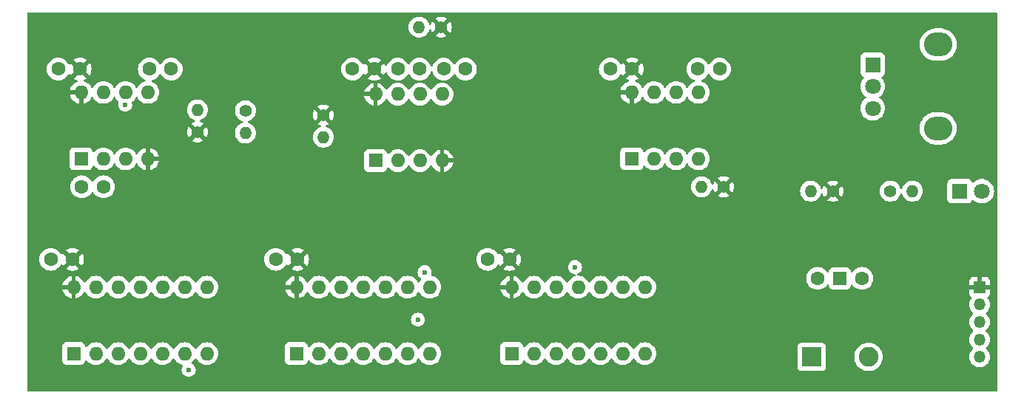
<source format=gbr>
%TF.GenerationSoftware,KiCad,Pcbnew,8.0.2*%
%TF.CreationDate,2024-05-25T18:25:13-04:00*%
%TF.ProjectId,8bc_clock,3862635f-636c-46f6-936b-2e6b69636164,3.0*%
%TF.SameCoordinates,Original*%
%TF.FileFunction,Copper,L2,Inr*%
%TF.FilePolarity,Positive*%
%FSLAX46Y46*%
G04 Gerber Fmt 4.6, Leading zero omitted, Abs format (unit mm)*
G04 Created by KiCad (PCBNEW 8.0.2) date 2024-05-25 18:25:13*
%MOMM*%
%LPD*%
G01*
G04 APERTURE LIST*
%TA.AperFunction,ComponentPad*%
%ADD10C,1.400000*%
%TD*%
%TA.AperFunction,ComponentPad*%
%ADD11O,1.400000X1.400000*%
%TD*%
%TA.AperFunction,ComponentPad*%
%ADD12R,1.600000X1.600000*%
%TD*%
%TA.AperFunction,ComponentPad*%
%ADD13O,1.600000X1.600000*%
%TD*%
%TA.AperFunction,ComponentPad*%
%ADD14O,3.240000X2.720000*%
%TD*%
%TA.AperFunction,ComponentPad*%
%ADD15R,1.800000X1.800000*%
%TD*%
%TA.AperFunction,ComponentPad*%
%ADD16C,1.800000*%
%TD*%
%TA.AperFunction,ComponentPad*%
%ADD17C,1.600000*%
%TD*%
%TA.AperFunction,ComponentPad*%
%ADD18R,1.350000X1.350000*%
%TD*%
%TA.AperFunction,ComponentPad*%
%ADD19O,1.350000X1.350000*%
%TD*%
%TA.AperFunction,ComponentPad*%
%ADD20R,2.250000X2.250000*%
%TD*%
%TA.AperFunction,ComponentPad*%
%ADD21C,2.250000*%
%TD*%
%TA.AperFunction,ComponentPad*%
%ADD22R,1.500000X1.500000*%
%TD*%
%TA.AperFunction,ViaPad*%
%ADD23C,0.600000*%
%TD*%
G04 APERTURE END LIST*
D10*
%TO.N,VCC*%
%TO.C,R6*%
X247720000Y-46500000D03*
D11*
%TO.N,Net-(SW2-A)*%
X245180000Y-46500000D03*
%TD*%
D12*
%TO.N,Net-(U4A-1Y)*%
%TO.C,U6*%
X210960000Y-65120000D03*
D13*
%TO.N,Net-(U4B-2Y)*%
X213500000Y-65120000D03*
%TO.N,Net-(U4C-3A)*%
X216040000Y-65120000D03*
%TO.N,unconnected-(U6B-2A-Pad4)*%
X218580000Y-65120000D03*
%TO.N,unconnected-(U6B-2B-Pad5)*%
X221120000Y-65120000D03*
%TO.N,unconnected-(U6B-2Y-Pad6)*%
X223660000Y-65120000D03*
%TO.N,GND*%
X226200000Y-65120000D03*
%TO.N,unconnected-(U6C-3Y-Pad8)*%
X226200000Y-57500000D03*
%TO.N,unconnected-(U6C-3A-Pad9)*%
X223660000Y-57500000D03*
%TO.N,unconnected-(U6C-3B-Pad10)*%
X221120000Y-57500000D03*
%TO.N,unconnected-(U6D-4Y-Pad11)*%
X218580000Y-57500000D03*
%TO.N,unconnected-(U6D-4A-Pad12)*%
X216040000Y-57500000D03*
%TO.N,unconnected-(U6D-4B-Pad13)*%
X213500000Y-57500000D03*
%TO.N,VCC*%
X210960000Y-57500000D03*
%TD*%
D14*
%TO.N,*%
%TO.C,RV1*%
X259775000Y-29700000D03*
X259775000Y-39300000D03*
D15*
%TO.N,Net-(U1-THR)*%
X252275000Y-32000000D03*
D16*
%TO.N,Net-(R2-Pad2)*%
X252275000Y-34500000D03*
%TO.N,unconnected-(RV1-Pad3)*%
X252275000Y-37000000D03*
%TD*%
D15*
%TO.N,Net-(D1-K)*%
%TO.C,D1*%
X262225000Y-46500000D03*
D16*
%TO.N,/CLK*%
X264765000Y-46500000D03*
%TD*%
D12*
%TO.N,GND*%
%TO.C,U3*%
X224700000Y-42800000D03*
D13*
%TO.N,Net-(SW2-A)*%
X227240000Y-42800000D03*
%TO.N,Net-(U3-Q)*%
X229780000Y-42800000D03*
%TO.N,Net-(SW2-C)*%
X232320000Y-42800000D03*
%TO.N,Net-(U3-CV)*%
X232320000Y-35180000D03*
%TO.N,GND*%
X229780000Y-35180000D03*
%TO.N,unconnected-(U3-DIS-Pad7)*%
X227240000Y-35180000D03*
%TO.N,VCC*%
X224700000Y-35180000D03*
%TD*%
D17*
%TO.N,GND*%
%TO.C,C1*%
X159070000Y-32500000D03*
%TO.N,VCC*%
X161570000Y-32500000D03*
%TD*%
%TO.N,GND*%
%TO.C,C6*%
X208210000Y-54320000D03*
%TO.N,VCC*%
X210710000Y-54320000D03*
%TD*%
D10*
%TO.N,VCC*%
%TO.C,R5*%
X235220000Y-46000000D03*
D11*
%TO.N,Net-(SW2-C)*%
X232680000Y-46000000D03*
%TD*%
D10*
%TO.N,VCC*%
%TO.C,R1*%
X175000000Y-39720000D03*
D11*
%TO.N,Net-(U1-DIS)*%
X175000000Y-37180000D03*
%TD*%
D10*
%TO.N,VCC*%
%TO.C,R3*%
X189420000Y-37780000D03*
D11*
%TO.N,Net-(U2-TR)*%
X189420000Y-40320000D03*
%TD*%
D17*
%TO.N,GND*%
%TO.C,C2*%
X192750000Y-32500000D03*
%TO.N,VCC*%
X195250000Y-32500000D03*
%TD*%
%TO.N,Net-(U1-CV)*%
%TO.C,C7*%
X169500000Y-32500000D03*
%TO.N,GND*%
X172000000Y-32500000D03*
%TD*%
%TO.N,GND*%
%TO.C,C4*%
X158210000Y-54320000D03*
%TO.N,VCC*%
X160710000Y-54320000D03*
%TD*%
%TO.N,Net-(U2-DIS)*%
%TO.C,C10*%
X200420000Y-32500000D03*
%TO.N,GND*%
X197920000Y-32500000D03*
%TD*%
D10*
%TO.N,VCC*%
%TO.C,R4*%
X202900000Y-27700000D03*
D11*
%TO.N,Net-(U2-DIS)*%
X200360000Y-27700000D03*
%TD*%
D18*
%TO.N,VCC*%
%TO.C,J1*%
X264500000Y-57500000D03*
D19*
%TO.N,GND*%
X264500000Y-59500000D03*
%TO.N,/CLK*%
X264500000Y-61500000D03*
%TO.N,/~{CLK}*%
X264500000Y-63500000D03*
%TO.N,/HLT*%
X264500000Y-65500000D03*
%TD*%
D20*
%TO.N,GND*%
%TO.C,SW1*%
X245290000Y-65500000D03*
D21*
%TO.N,Net-(U2-TR)*%
X251790000Y-65500000D03*
%TD*%
D17*
%TO.N,GND*%
%TO.C,C3*%
X222250000Y-32500000D03*
%TO.N,VCC*%
X224750000Y-32500000D03*
%TD*%
D12*
%TO.N,Net-(U3-Q)*%
%TO.C,U5*%
X186335000Y-65120000D03*
D13*
%TO.N,Net-(U4B-2A)*%
X188875000Y-65120000D03*
%TO.N,unconnected-(U5B-2A-Pad3)*%
X191415000Y-65120000D03*
%TO.N,unconnected-(U5B-2Y-Pad4)*%
X193955000Y-65120000D03*
%TO.N,unconnected-(U5C-3A-Pad5)*%
X196495000Y-65120000D03*
%TO.N,unconnected-(U5C-3Y-Pad6)*%
X199035000Y-65120000D03*
%TO.N,GND*%
X201575000Y-65120000D03*
%TO.N,Net-(U4C-3B)*%
X201575000Y-57500000D03*
%TO.N,/HLT*%
X199035000Y-57500000D03*
%TO.N,unconnected-(U5E-5Y-Pad10)*%
X196495000Y-57500000D03*
%TO.N,unconnected-(U5E-5A-Pad11)*%
X193955000Y-57500000D03*
%TO.N,/~{CLK}*%
X191415000Y-57500000D03*
%TO.N,/CLK*%
X188875000Y-57500000D03*
%TO.N,VCC*%
X186335000Y-57500000D03*
%TD*%
D10*
%TO.N,Net-(U1-DIS)*%
%TO.C,R2*%
X180500000Y-37280000D03*
D11*
%TO.N,Net-(R2-Pad2)*%
X180500000Y-39820000D03*
%TD*%
D17*
%TO.N,GND*%
%TO.C,C5*%
X183960000Y-54320000D03*
%TO.N,VCC*%
X186460000Y-54320000D03*
%TD*%
D12*
%TO.N,GND*%
%TO.C,U1*%
X161700000Y-42800000D03*
D13*
%TO.N,Net-(U1-THR)*%
X164240000Y-42800000D03*
%TO.N,Net-(U1-Q)*%
X166780000Y-42800000D03*
%TO.N,VCC*%
X169320000Y-42800000D03*
%TO.N,Net-(U1-CV)*%
X169320000Y-35180000D03*
%TO.N,Net-(U1-THR)*%
X166780000Y-35180000D03*
%TO.N,Net-(U1-DIS)*%
X164240000Y-35180000D03*
%TO.N,VCC*%
X161700000Y-35180000D03*
%TD*%
D17*
%TO.N,Net-(U1-THR)*%
%TO.C,C8*%
X164250000Y-46000000D03*
%TO.N,GND*%
X161750000Y-46000000D03*
%TD*%
%TO.N,Net-(U2-CV)*%
%TO.C,C9*%
X203170000Y-32500000D03*
%TO.N,GND*%
X205670000Y-32500000D03*
%TD*%
%TO.N,Net-(U3-CV)*%
%TO.C,C11*%
X232250000Y-32500000D03*
%TO.N,GND*%
X234750000Y-32500000D03*
%TD*%
D22*
%TO.N,Net-(SW2-A)*%
%TO.C,SW2*%
X248500000Y-56500000D03*
D17*
%TO.N,GND*%
X245960000Y-56500000D03*
%TO.N,Net-(SW2-C)*%
X251040000Y-56500000D03*
%TD*%
D12*
%TO.N,GND*%
%TO.C,U2*%
X195380000Y-43000000D03*
D13*
%TO.N,Net-(U2-TR)*%
X197920000Y-43000000D03*
%TO.N,Net-(U2-Q)*%
X200460000Y-43000000D03*
%TO.N,VCC*%
X203000000Y-43000000D03*
%TO.N,Net-(U2-CV)*%
X203000000Y-35380000D03*
%TO.N,Net-(U2-DIS)*%
X200460000Y-35380000D03*
X197920000Y-35380000D03*
%TO.N,VCC*%
X195380000Y-35380000D03*
%TD*%
D10*
%TO.N,GND*%
%TO.C,R7*%
X254280000Y-46500000D03*
D11*
%TO.N,Net-(D1-K)*%
X256820000Y-46500000D03*
%TD*%
D12*
%TO.N,Net-(U1-Q)*%
%TO.C,U4*%
X160835000Y-65120000D03*
D13*
%TO.N,Net-(U3-Q)*%
X163375000Y-65120000D03*
%TO.N,Net-(U4A-1Y)*%
X165915000Y-65120000D03*
%TO.N,Net-(U4B-2A)*%
X168455000Y-65120000D03*
%TO.N,Net-(U2-Q)*%
X170995000Y-65120000D03*
%TO.N,Net-(U4B-2Y)*%
X173535000Y-65120000D03*
%TO.N,GND*%
X176075000Y-65120000D03*
%TO.N,/CLK*%
X176075000Y-57500000D03*
%TO.N,Net-(U4C-3A)*%
X173535000Y-57500000D03*
%TO.N,Net-(U4C-3B)*%
X170995000Y-57500000D03*
%TO.N,unconnected-(U4D-4Y-Pad11)*%
X168455000Y-57500000D03*
%TO.N,unconnected-(U4D-4A-Pad12)*%
X165915000Y-57500000D03*
%TO.N,unconnected-(U4D-4B-Pad13)*%
X163375000Y-57500000D03*
%TO.N,VCC*%
X160835000Y-57500000D03*
%TD*%
D23*
%TO.N,Net-(U1-THR)*%
X166733316Y-36580000D03*
%TO.N,/CLK*%
X218214265Y-55214265D03*
%TO.N,/~{CLK}*%
X200239583Y-61239581D03*
%TO.N,Net-(U4B-2Y)*%
X174000000Y-67000000D03*
%TO.N,Net-(U4C-3B)*%
X201000000Y-55800000D03*
%TD*%
%TA.AperFunction,Conductor*%
%TO.N,VCC*%
G36*
X266442539Y-26020185D02*
G01*
X266488294Y-26072989D01*
X266499500Y-26124500D01*
X266499500Y-69375500D01*
X266479815Y-69442539D01*
X266427011Y-69488294D01*
X266375500Y-69499500D01*
X155624500Y-69499500D01*
X155557461Y-69479815D01*
X155511706Y-69427011D01*
X155500500Y-69375500D01*
X155500500Y-64272135D01*
X159534500Y-64272135D01*
X159534500Y-65967870D01*
X159534501Y-65967876D01*
X159540908Y-66027483D01*
X159591202Y-66162328D01*
X159591206Y-66162335D01*
X159677452Y-66277544D01*
X159677455Y-66277547D01*
X159792664Y-66363793D01*
X159792671Y-66363797D01*
X159927517Y-66414091D01*
X159927516Y-66414091D01*
X159934444Y-66414835D01*
X159987127Y-66420500D01*
X161682872Y-66420499D01*
X161742483Y-66414091D01*
X161877331Y-66363796D01*
X161992546Y-66277546D01*
X162078796Y-66162331D01*
X162129091Y-66027483D01*
X162132862Y-65992401D01*
X162159599Y-65927855D01*
X162216990Y-65888006D01*
X162286816Y-65885511D01*
X162346905Y-65921163D01*
X162357726Y-65934536D01*
X162374956Y-65959143D01*
X162535858Y-66120045D01*
X162535861Y-66120047D01*
X162722266Y-66250568D01*
X162928504Y-66346739D01*
X163148308Y-66405635D01*
X163310230Y-66419801D01*
X163374998Y-66425468D01*
X163375000Y-66425468D01*
X163375002Y-66425468D01*
X163431807Y-66420498D01*
X163601692Y-66405635D01*
X163821496Y-66346739D01*
X164027734Y-66250568D01*
X164214139Y-66120047D01*
X164375047Y-65959139D01*
X164505568Y-65772734D01*
X164532618Y-65714724D01*
X164578790Y-65662285D01*
X164645983Y-65643133D01*
X164712865Y-65663348D01*
X164757381Y-65714724D01*
X164758407Y-65716923D01*
X164784429Y-65772728D01*
X164784432Y-65772734D01*
X164914954Y-65959141D01*
X165075858Y-66120045D01*
X165075861Y-66120047D01*
X165262266Y-66250568D01*
X165468504Y-66346739D01*
X165688308Y-66405635D01*
X165850230Y-66419801D01*
X165914998Y-66425468D01*
X165915000Y-66425468D01*
X165915002Y-66425468D01*
X165971807Y-66420498D01*
X166141692Y-66405635D01*
X166361496Y-66346739D01*
X166567734Y-66250568D01*
X166754139Y-66120047D01*
X166915047Y-65959139D01*
X167045568Y-65772734D01*
X167072618Y-65714724D01*
X167118790Y-65662285D01*
X167185983Y-65643133D01*
X167252865Y-65663348D01*
X167297381Y-65714724D01*
X167298407Y-65716923D01*
X167324429Y-65772728D01*
X167324432Y-65772734D01*
X167454954Y-65959141D01*
X167615858Y-66120045D01*
X167615861Y-66120047D01*
X167802266Y-66250568D01*
X168008504Y-66346739D01*
X168228308Y-66405635D01*
X168390230Y-66419801D01*
X168454998Y-66425468D01*
X168455000Y-66425468D01*
X168455002Y-66425468D01*
X168511807Y-66420498D01*
X168681692Y-66405635D01*
X168901496Y-66346739D01*
X169107734Y-66250568D01*
X169294139Y-66120047D01*
X169455047Y-65959139D01*
X169585568Y-65772734D01*
X169612618Y-65714724D01*
X169658790Y-65662285D01*
X169725983Y-65643133D01*
X169792865Y-65663348D01*
X169837381Y-65714724D01*
X169838407Y-65716923D01*
X169864429Y-65772728D01*
X169864432Y-65772734D01*
X169994954Y-65959141D01*
X170155858Y-66120045D01*
X170155861Y-66120047D01*
X170342266Y-66250568D01*
X170548504Y-66346739D01*
X170768308Y-66405635D01*
X170930230Y-66419801D01*
X170994998Y-66425468D01*
X170995000Y-66425468D01*
X170995002Y-66425468D01*
X171051807Y-66420498D01*
X171221692Y-66405635D01*
X171441496Y-66346739D01*
X171647734Y-66250568D01*
X171834139Y-66120047D01*
X171995047Y-65959139D01*
X172125568Y-65772734D01*
X172152618Y-65714724D01*
X172198790Y-65662285D01*
X172265983Y-65643133D01*
X172332865Y-65663348D01*
X172377381Y-65714724D01*
X172378407Y-65716923D01*
X172404429Y-65772728D01*
X172404432Y-65772734D01*
X172534954Y-65959141D01*
X172695858Y-66120045D01*
X172695861Y-66120047D01*
X172882266Y-66250568D01*
X173088504Y-66346739D01*
X173248510Y-66389612D01*
X173308171Y-66425977D01*
X173338700Y-66488823D01*
X173330406Y-66558199D01*
X173321411Y-66575359D01*
X173274211Y-66650476D01*
X173214631Y-66820745D01*
X173214630Y-66820750D01*
X173194435Y-66999996D01*
X173194435Y-67000003D01*
X173214630Y-67179249D01*
X173214631Y-67179254D01*
X173274211Y-67349523D01*
X173370184Y-67502262D01*
X173497738Y-67629816D01*
X173650478Y-67725789D01*
X173820745Y-67785368D01*
X173820750Y-67785369D01*
X173999996Y-67805565D01*
X174000000Y-67805565D01*
X174000004Y-67805565D01*
X174179249Y-67785369D01*
X174179252Y-67785368D01*
X174179255Y-67785368D01*
X174349522Y-67725789D01*
X174502262Y-67629816D01*
X174629816Y-67502262D01*
X174725789Y-67349522D01*
X174785368Y-67179255D01*
X174785369Y-67179249D01*
X174805565Y-67000003D01*
X174805565Y-66999996D01*
X174785369Y-66820750D01*
X174785368Y-66820745D01*
X174754483Y-66732482D01*
X174725789Y-66650478D01*
X174629816Y-66497738D01*
X174502262Y-66370184D01*
X174401621Y-66306947D01*
X174355331Y-66254613D01*
X174344683Y-66185560D01*
X174373058Y-66121711D01*
X174379901Y-66114284D01*
X174535047Y-65959139D01*
X174665568Y-65772734D01*
X174692618Y-65714724D01*
X174738790Y-65662285D01*
X174805983Y-65643133D01*
X174872865Y-65663348D01*
X174917381Y-65714724D01*
X174918407Y-65716923D01*
X174944429Y-65772728D01*
X174944432Y-65772734D01*
X175074954Y-65959141D01*
X175235858Y-66120045D01*
X175235861Y-66120047D01*
X175422266Y-66250568D01*
X175628504Y-66346739D01*
X175848308Y-66405635D01*
X176010230Y-66419801D01*
X176074998Y-66425468D01*
X176075000Y-66425468D01*
X176075002Y-66425468D01*
X176131807Y-66420498D01*
X176301692Y-66405635D01*
X176521496Y-66346739D01*
X176727734Y-66250568D01*
X176914139Y-66120047D01*
X177075047Y-65959139D01*
X177205568Y-65772734D01*
X177301739Y-65566496D01*
X177360635Y-65346692D01*
X177380468Y-65120000D01*
X177360635Y-64893308D01*
X177301739Y-64673504D01*
X177205568Y-64467266D01*
X177075047Y-64280861D01*
X177075045Y-64280858D01*
X177066322Y-64272135D01*
X185034500Y-64272135D01*
X185034500Y-65967870D01*
X185034501Y-65967876D01*
X185040908Y-66027483D01*
X185091202Y-66162328D01*
X185091206Y-66162335D01*
X185177452Y-66277544D01*
X185177455Y-66277547D01*
X185292664Y-66363793D01*
X185292671Y-66363797D01*
X185427517Y-66414091D01*
X185427516Y-66414091D01*
X185434444Y-66414835D01*
X185487127Y-66420500D01*
X187182872Y-66420499D01*
X187242483Y-66414091D01*
X187377331Y-66363796D01*
X187492546Y-66277546D01*
X187578796Y-66162331D01*
X187629091Y-66027483D01*
X187632862Y-65992401D01*
X187659599Y-65927855D01*
X187716990Y-65888006D01*
X187786816Y-65885511D01*
X187846905Y-65921163D01*
X187857726Y-65934536D01*
X187874956Y-65959143D01*
X188035858Y-66120045D01*
X188035861Y-66120047D01*
X188222266Y-66250568D01*
X188428504Y-66346739D01*
X188648308Y-66405635D01*
X188810230Y-66419801D01*
X188874998Y-66425468D01*
X188875000Y-66425468D01*
X188875002Y-66425468D01*
X188931807Y-66420498D01*
X189101692Y-66405635D01*
X189321496Y-66346739D01*
X189527734Y-66250568D01*
X189714139Y-66120047D01*
X189875047Y-65959139D01*
X190005568Y-65772734D01*
X190032618Y-65714724D01*
X190078790Y-65662285D01*
X190145983Y-65643133D01*
X190212865Y-65663348D01*
X190257381Y-65714724D01*
X190258407Y-65716923D01*
X190284429Y-65772728D01*
X190284432Y-65772734D01*
X190414954Y-65959141D01*
X190575858Y-66120045D01*
X190575861Y-66120047D01*
X190762266Y-66250568D01*
X190968504Y-66346739D01*
X191188308Y-66405635D01*
X191350230Y-66419801D01*
X191414998Y-66425468D01*
X191415000Y-66425468D01*
X191415002Y-66425468D01*
X191471807Y-66420498D01*
X191641692Y-66405635D01*
X191861496Y-66346739D01*
X192067734Y-66250568D01*
X192254139Y-66120047D01*
X192415047Y-65959139D01*
X192545568Y-65772734D01*
X192572618Y-65714724D01*
X192618790Y-65662285D01*
X192685983Y-65643133D01*
X192752865Y-65663348D01*
X192797381Y-65714724D01*
X192798407Y-65716923D01*
X192824429Y-65772728D01*
X192824432Y-65772734D01*
X192954954Y-65959141D01*
X193115858Y-66120045D01*
X193115861Y-66120047D01*
X193302266Y-66250568D01*
X193508504Y-66346739D01*
X193728308Y-66405635D01*
X193890230Y-66419801D01*
X193954998Y-66425468D01*
X193955000Y-66425468D01*
X193955002Y-66425468D01*
X194011807Y-66420498D01*
X194181692Y-66405635D01*
X194401496Y-66346739D01*
X194607734Y-66250568D01*
X194794139Y-66120047D01*
X194955047Y-65959139D01*
X195085568Y-65772734D01*
X195112618Y-65714724D01*
X195158790Y-65662285D01*
X195225983Y-65643133D01*
X195292865Y-65663348D01*
X195337381Y-65714724D01*
X195338407Y-65716923D01*
X195364429Y-65772728D01*
X195364432Y-65772734D01*
X195494954Y-65959141D01*
X195655858Y-66120045D01*
X195655861Y-66120047D01*
X195842266Y-66250568D01*
X196048504Y-66346739D01*
X196268308Y-66405635D01*
X196430230Y-66419801D01*
X196494998Y-66425468D01*
X196495000Y-66425468D01*
X196495002Y-66425468D01*
X196551807Y-66420498D01*
X196721692Y-66405635D01*
X196941496Y-66346739D01*
X197147734Y-66250568D01*
X197334139Y-66120047D01*
X197495047Y-65959139D01*
X197625568Y-65772734D01*
X197652618Y-65714724D01*
X197698790Y-65662285D01*
X197765983Y-65643133D01*
X197832865Y-65663348D01*
X197877381Y-65714724D01*
X197878407Y-65716923D01*
X197904429Y-65772728D01*
X197904432Y-65772734D01*
X198034954Y-65959141D01*
X198195858Y-66120045D01*
X198195861Y-66120047D01*
X198382266Y-66250568D01*
X198588504Y-66346739D01*
X198808308Y-66405635D01*
X198970230Y-66419801D01*
X199034998Y-66425468D01*
X199035000Y-66425468D01*
X199035002Y-66425468D01*
X199091807Y-66420498D01*
X199261692Y-66405635D01*
X199481496Y-66346739D01*
X199687734Y-66250568D01*
X199874139Y-66120047D01*
X200035047Y-65959139D01*
X200165568Y-65772734D01*
X200192618Y-65714724D01*
X200238790Y-65662285D01*
X200305983Y-65643133D01*
X200372865Y-65663348D01*
X200417381Y-65714724D01*
X200418407Y-65716923D01*
X200444429Y-65772728D01*
X200444432Y-65772734D01*
X200574954Y-65959141D01*
X200735858Y-66120045D01*
X200735861Y-66120047D01*
X200922266Y-66250568D01*
X201128504Y-66346739D01*
X201348308Y-66405635D01*
X201510230Y-66419801D01*
X201574998Y-66425468D01*
X201575000Y-66425468D01*
X201575002Y-66425468D01*
X201631807Y-66420498D01*
X201801692Y-66405635D01*
X202021496Y-66346739D01*
X202227734Y-66250568D01*
X202414139Y-66120047D01*
X202575047Y-65959139D01*
X202705568Y-65772734D01*
X202801739Y-65566496D01*
X202860635Y-65346692D01*
X202880468Y-65120000D01*
X202860635Y-64893308D01*
X202801739Y-64673504D01*
X202705568Y-64467266D01*
X202575047Y-64280861D01*
X202575045Y-64280858D01*
X202566322Y-64272135D01*
X209659500Y-64272135D01*
X209659500Y-65967870D01*
X209659501Y-65967876D01*
X209665908Y-66027483D01*
X209716202Y-66162328D01*
X209716206Y-66162335D01*
X209802452Y-66277544D01*
X209802455Y-66277547D01*
X209917664Y-66363793D01*
X209917671Y-66363797D01*
X210052517Y-66414091D01*
X210052516Y-66414091D01*
X210059444Y-66414835D01*
X210112127Y-66420500D01*
X211807872Y-66420499D01*
X211867483Y-66414091D01*
X212002331Y-66363796D01*
X212117546Y-66277546D01*
X212203796Y-66162331D01*
X212254091Y-66027483D01*
X212257862Y-65992401D01*
X212284599Y-65927855D01*
X212341990Y-65888006D01*
X212411816Y-65885511D01*
X212471905Y-65921163D01*
X212482726Y-65934536D01*
X212499956Y-65959143D01*
X212660858Y-66120045D01*
X212660861Y-66120047D01*
X212847266Y-66250568D01*
X213053504Y-66346739D01*
X213273308Y-66405635D01*
X213435230Y-66419801D01*
X213499998Y-66425468D01*
X213500000Y-66425468D01*
X213500002Y-66425468D01*
X213556807Y-66420498D01*
X213726692Y-66405635D01*
X213946496Y-66346739D01*
X214152734Y-66250568D01*
X214339139Y-66120047D01*
X214500047Y-65959139D01*
X214630568Y-65772734D01*
X214657618Y-65714724D01*
X214703790Y-65662285D01*
X214770983Y-65643133D01*
X214837865Y-65663348D01*
X214882381Y-65714724D01*
X214883407Y-65716923D01*
X214909429Y-65772728D01*
X214909432Y-65772734D01*
X215039954Y-65959141D01*
X215200858Y-66120045D01*
X215200861Y-66120047D01*
X215387266Y-66250568D01*
X215593504Y-66346739D01*
X215813308Y-66405635D01*
X215975230Y-66419801D01*
X216039998Y-66425468D01*
X216040000Y-66425468D01*
X216040002Y-66425468D01*
X216096807Y-66420498D01*
X216266692Y-66405635D01*
X216486496Y-66346739D01*
X216692734Y-66250568D01*
X216879139Y-66120047D01*
X217040047Y-65959139D01*
X217170568Y-65772734D01*
X217197618Y-65714724D01*
X217243790Y-65662285D01*
X217310983Y-65643133D01*
X217377865Y-65663348D01*
X217422381Y-65714724D01*
X217423407Y-65716923D01*
X217449429Y-65772728D01*
X217449432Y-65772734D01*
X217579954Y-65959141D01*
X217740858Y-66120045D01*
X217740861Y-66120047D01*
X217927266Y-66250568D01*
X218133504Y-66346739D01*
X218353308Y-66405635D01*
X218515230Y-66419801D01*
X218579998Y-66425468D01*
X218580000Y-66425468D01*
X218580002Y-66425468D01*
X218636807Y-66420498D01*
X218806692Y-66405635D01*
X219026496Y-66346739D01*
X219232734Y-66250568D01*
X219419139Y-66120047D01*
X219580047Y-65959139D01*
X219710568Y-65772734D01*
X219737618Y-65714724D01*
X219783790Y-65662285D01*
X219850983Y-65643133D01*
X219917865Y-65663348D01*
X219962381Y-65714724D01*
X219963407Y-65716923D01*
X219989429Y-65772728D01*
X219989432Y-65772734D01*
X220119954Y-65959141D01*
X220280858Y-66120045D01*
X220280861Y-66120047D01*
X220467266Y-66250568D01*
X220673504Y-66346739D01*
X220893308Y-66405635D01*
X221055230Y-66419801D01*
X221119998Y-66425468D01*
X221120000Y-66425468D01*
X221120002Y-66425468D01*
X221176807Y-66420498D01*
X221346692Y-66405635D01*
X221566496Y-66346739D01*
X221772734Y-66250568D01*
X221959139Y-66120047D01*
X222120047Y-65959139D01*
X222250568Y-65772734D01*
X222277618Y-65714724D01*
X222323790Y-65662285D01*
X222390983Y-65643133D01*
X222457865Y-65663348D01*
X222502381Y-65714724D01*
X222503407Y-65716923D01*
X222529429Y-65772728D01*
X222529432Y-65772734D01*
X222659954Y-65959141D01*
X222820858Y-66120045D01*
X222820861Y-66120047D01*
X223007266Y-66250568D01*
X223213504Y-66346739D01*
X223433308Y-66405635D01*
X223595230Y-66419801D01*
X223659998Y-66425468D01*
X223660000Y-66425468D01*
X223660002Y-66425468D01*
X223716807Y-66420498D01*
X223886692Y-66405635D01*
X224106496Y-66346739D01*
X224312734Y-66250568D01*
X224499139Y-66120047D01*
X224660047Y-65959139D01*
X224790568Y-65772734D01*
X224817618Y-65714724D01*
X224863790Y-65662285D01*
X224930983Y-65643133D01*
X224997865Y-65663348D01*
X225042381Y-65714724D01*
X225043407Y-65716923D01*
X225069429Y-65772728D01*
X225069432Y-65772734D01*
X225199954Y-65959141D01*
X225360858Y-66120045D01*
X225360861Y-66120047D01*
X225547266Y-66250568D01*
X225753504Y-66346739D01*
X225973308Y-66405635D01*
X226135230Y-66419801D01*
X226199998Y-66425468D01*
X226200000Y-66425468D01*
X226200002Y-66425468D01*
X226256807Y-66420498D01*
X226426692Y-66405635D01*
X226646496Y-66346739D01*
X226852734Y-66250568D01*
X227039139Y-66120047D01*
X227200047Y-65959139D01*
X227330568Y-65772734D01*
X227426739Y-65566496D01*
X227485635Y-65346692D01*
X227505468Y-65120000D01*
X227485635Y-64893308D01*
X227426739Y-64673504D01*
X227330568Y-64467266D01*
X227232448Y-64327135D01*
X243664500Y-64327135D01*
X243664500Y-66672870D01*
X243664501Y-66672876D01*
X243670908Y-66732483D01*
X243721202Y-66867328D01*
X243721206Y-66867335D01*
X243807452Y-66982544D01*
X243807455Y-66982547D01*
X243922664Y-67068793D01*
X243922671Y-67068797D01*
X244057517Y-67119091D01*
X244057516Y-67119091D01*
X244064444Y-67119835D01*
X244117127Y-67125500D01*
X246462872Y-67125499D01*
X246522483Y-67119091D01*
X246657331Y-67068796D01*
X246772546Y-66982546D01*
X246858796Y-66867331D01*
X246909091Y-66732483D01*
X246915500Y-66672873D01*
X246915499Y-65500000D01*
X250159474Y-65500000D01*
X250179547Y-65755064D01*
X250179547Y-65755067D01*
X250179548Y-65755070D01*
X250230638Y-65967872D01*
X250239279Y-66003864D01*
X250337188Y-66240239D01*
X250337190Y-66240242D01*
X250470875Y-66458396D01*
X250470878Y-66458401D01*
X250546200Y-66546591D01*
X250637044Y-66652956D01*
X250761579Y-66759319D01*
X250831598Y-66819121D01*
X250831600Y-66819122D01*
X250831601Y-66819123D01*
X250910276Y-66867335D01*
X251049757Y-66952809D01*
X251049760Y-66952811D01*
X251286135Y-67050720D01*
X251286140Y-67050722D01*
X251534930Y-67110452D01*
X251790000Y-67130526D01*
X252045070Y-67110452D01*
X252293860Y-67050722D01*
X252458449Y-66982547D01*
X252530239Y-66952811D01*
X252530240Y-66952810D01*
X252530243Y-66952809D01*
X252748399Y-66819123D01*
X252942956Y-66652956D01*
X253109123Y-66458399D01*
X253242809Y-66240243D01*
X253247639Y-66228584D01*
X253340720Y-66003864D01*
X253340722Y-66003860D01*
X253400452Y-65755070D01*
X253420526Y-65500000D01*
X253400452Y-65244930D01*
X253340722Y-64996140D01*
X253292006Y-64878528D01*
X253242811Y-64759760D01*
X253242809Y-64759757D01*
X253109124Y-64541603D01*
X253109121Y-64541598D01*
X252995326Y-64408362D01*
X252942956Y-64347044D01*
X252785444Y-64212516D01*
X252748401Y-64180878D01*
X252748396Y-64180875D01*
X252530242Y-64047190D01*
X252530239Y-64047188D01*
X252293864Y-63949279D01*
X252293860Y-63949278D01*
X252045070Y-63889548D01*
X252045067Y-63889547D01*
X252045064Y-63889547D01*
X251790000Y-63869474D01*
X251534935Y-63889547D01*
X251534931Y-63889547D01*
X251534930Y-63889548D01*
X251410535Y-63919413D01*
X251286135Y-63949279D01*
X251049760Y-64047188D01*
X251049757Y-64047190D01*
X250831603Y-64180875D01*
X250831598Y-64180878D01*
X250637044Y-64347044D01*
X250470878Y-64541598D01*
X250470875Y-64541603D01*
X250337190Y-64759757D01*
X250337188Y-64759760D01*
X250239279Y-64996135D01*
X250179547Y-65244935D01*
X250159474Y-65500000D01*
X246915499Y-65500000D01*
X246915499Y-64327128D01*
X246909091Y-64267517D01*
X246907975Y-64264526D01*
X246858797Y-64132671D01*
X246858793Y-64132664D01*
X246772547Y-64017455D01*
X246772544Y-64017452D01*
X246657335Y-63931206D01*
X246657328Y-63931202D01*
X246522482Y-63880908D01*
X246522483Y-63880908D01*
X246462883Y-63874501D01*
X246462881Y-63874500D01*
X246462873Y-63874500D01*
X246462864Y-63874500D01*
X244117129Y-63874500D01*
X244117123Y-63874501D01*
X244057516Y-63880908D01*
X243922671Y-63931202D01*
X243922664Y-63931206D01*
X243807455Y-64017452D01*
X243807452Y-64017455D01*
X243721206Y-64132664D01*
X243721202Y-64132671D01*
X243670908Y-64267517D01*
X243667919Y-64295324D01*
X243664501Y-64327123D01*
X243664500Y-64327135D01*
X227232448Y-64327135D01*
X227200047Y-64280861D01*
X227200045Y-64280858D01*
X227039141Y-64119954D01*
X226852734Y-63989432D01*
X226852732Y-63989431D01*
X226646497Y-63893261D01*
X226646488Y-63893258D01*
X226426697Y-63834366D01*
X226426693Y-63834365D01*
X226426692Y-63834365D01*
X226426691Y-63834364D01*
X226426686Y-63834364D01*
X226200002Y-63814532D01*
X226199998Y-63814532D01*
X225973313Y-63834364D01*
X225973302Y-63834366D01*
X225753511Y-63893258D01*
X225753502Y-63893261D01*
X225547267Y-63989431D01*
X225547265Y-63989432D01*
X225360858Y-64119954D01*
X225199954Y-64280858D01*
X225069432Y-64467265D01*
X225069431Y-64467267D01*
X225042382Y-64525275D01*
X224996209Y-64577714D01*
X224929016Y-64596866D01*
X224862135Y-64576650D01*
X224817618Y-64525275D01*
X224805832Y-64500000D01*
X224790568Y-64467266D01*
X224660047Y-64280861D01*
X224660045Y-64280858D01*
X224499141Y-64119954D01*
X224312734Y-63989432D01*
X224312732Y-63989431D01*
X224106497Y-63893261D01*
X224106488Y-63893258D01*
X223886697Y-63834366D01*
X223886693Y-63834365D01*
X223886692Y-63834365D01*
X223886691Y-63834364D01*
X223886686Y-63834364D01*
X223660002Y-63814532D01*
X223659998Y-63814532D01*
X223433313Y-63834364D01*
X223433302Y-63834366D01*
X223213511Y-63893258D01*
X223213502Y-63893261D01*
X223007267Y-63989431D01*
X223007265Y-63989432D01*
X222820858Y-64119954D01*
X222659954Y-64280858D01*
X222529432Y-64467265D01*
X222529431Y-64467267D01*
X222502382Y-64525275D01*
X222456209Y-64577714D01*
X222389016Y-64596866D01*
X222322135Y-64576650D01*
X222277618Y-64525275D01*
X222265832Y-64500000D01*
X222250568Y-64467266D01*
X222120047Y-64280861D01*
X222120045Y-64280858D01*
X221959141Y-64119954D01*
X221772734Y-63989432D01*
X221772732Y-63989431D01*
X221566497Y-63893261D01*
X221566488Y-63893258D01*
X221346697Y-63834366D01*
X221346693Y-63834365D01*
X221346692Y-63834365D01*
X221346691Y-63834364D01*
X221346686Y-63834364D01*
X221120002Y-63814532D01*
X221119998Y-63814532D01*
X220893313Y-63834364D01*
X220893302Y-63834366D01*
X220673511Y-63893258D01*
X220673502Y-63893261D01*
X220467267Y-63989431D01*
X220467265Y-63989432D01*
X220280858Y-64119954D01*
X220119954Y-64280858D01*
X219989432Y-64467265D01*
X219989431Y-64467267D01*
X219962382Y-64525275D01*
X219916209Y-64577714D01*
X219849016Y-64596866D01*
X219782135Y-64576650D01*
X219737618Y-64525275D01*
X219725832Y-64500000D01*
X219710568Y-64467266D01*
X219580047Y-64280861D01*
X219580045Y-64280858D01*
X219419141Y-64119954D01*
X219232734Y-63989432D01*
X219232732Y-63989431D01*
X219026497Y-63893261D01*
X219026488Y-63893258D01*
X218806697Y-63834366D01*
X218806693Y-63834365D01*
X218806692Y-63834365D01*
X218806691Y-63834364D01*
X218806686Y-63834364D01*
X218580002Y-63814532D01*
X218579998Y-63814532D01*
X218353313Y-63834364D01*
X218353302Y-63834366D01*
X218133511Y-63893258D01*
X218133502Y-63893261D01*
X217927267Y-63989431D01*
X217927265Y-63989432D01*
X217740858Y-64119954D01*
X217579954Y-64280858D01*
X217449432Y-64467265D01*
X217449431Y-64467267D01*
X217422382Y-64525275D01*
X217376209Y-64577714D01*
X217309016Y-64596866D01*
X217242135Y-64576650D01*
X217197618Y-64525275D01*
X217185832Y-64500000D01*
X217170568Y-64467266D01*
X217040047Y-64280861D01*
X217040045Y-64280858D01*
X216879141Y-64119954D01*
X216692734Y-63989432D01*
X216692732Y-63989431D01*
X216486497Y-63893261D01*
X216486488Y-63893258D01*
X216266697Y-63834366D01*
X216266693Y-63834365D01*
X216266692Y-63834365D01*
X216266691Y-63834364D01*
X216266686Y-63834364D01*
X216040002Y-63814532D01*
X216039998Y-63814532D01*
X215813313Y-63834364D01*
X215813302Y-63834366D01*
X215593511Y-63893258D01*
X215593502Y-63893261D01*
X215387267Y-63989431D01*
X215387265Y-63989432D01*
X215200858Y-64119954D01*
X215039954Y-64280858D01*
X214909432Y-64467265D01*
X214909431Y-64467267D01*
X214882382Y-64525275D01*
X214836209Y-64577714D01*
X214769016Y-64596866D01*
X214702135Y-64576650D01*
X214657618Y-64525275D01*
X214645832Y-64500000D01*
X214630568Y-64467266D01*
X214500047Y-64280861D01*
X214500045Y-64280858D01*
X214339141Y-64119954D01*
X214152734Y-63989432D01*
X214152732Y-63989431D01*
X213946497Y-63893261D01*
X213946488Y-63893258D01*
X213726697Y-63834366D01*
X213726693Y-63834365D01*
X213726692Y-63834365D01*
X213726691Y-63834364D01*
X213726686Y-63834364D01*
X213500002Y-63814532D01*
X213499998Y-63814532D01*
X213273313Y-63834364D01*
X213273302Y-63834366D01*
X213053511Y-63893258D01*
X213053502Y-63893261D01*
X212847267Y-63989431D01*
X212847265Y-63989432D01*
X212660858Y-64119954D01*
X212499954Y-64280858D01*
X212482725Y-64305464D01*
X212428147Y-64349088D01*
X212358648Y-64356280D01*
X212296294Y-64324757D01*
X212260882Y-64264526D01*
X212257861Y-64247591D01*
X212254091Y-64212516D01*
X212203797Y-64077671D01*
X212203793Y-64077664D01*
X212117547Y-63962455D01*
X212117544Y-63962452D01*
X212002335Y-63876206D01*
X212002328Y-63876202D01*
X211867482Y-63825908D01*
X211867483Y-63825908D01*
X211807883Y-63819501D01*
X211807881Y-63819500D01*
X211807873Y-63819500D01*
X211807864Y-63819500D01*
X210112129Y-63819500D01*
X210112123Y-63819501D01*
X210052516Y-63825908D01*
X209917671Y-63876202D01*
X209917664Y-63876206D01*
X209802455Y-63962452D01*
X209802452Y-63962455D01*
X209716206Y-64077664D01*
X209716202Y-64077671D01*
X209665908Y-64212517D01*
X209659501Y-64272116D01*
X209659500Y-64272135D01*
X202566322Y-64272135D01*
X202414141Y-64119954D01*
X202227734Y-63989432D01*
X202227732Y-63989431D01*
X202021497Y-63893261D01*
X202021488Y-63893258D01*
X201801697Y-63834366D01*
X201801693Y-63834365D01*
X201801692Y-63834365D01*
X201801691Y-63834364D01*
X201801686Y-63834364D01*
X201575002Y-63814532D01*
X201574998Y-63814532D01*
X201348313Y-63834364D01*
X201348302Y-63834366D01*
X201128511Y-63893258D01*
X201128502Y-63893261D01*
X200922267Y-63989431D01*
X200922265Y-63989432D01*
X200735858Y-64119954D01*
X200574954Y-64280858D01*
X200444432Y-64467265D01*
X200444431Y-64467267D01*
X200417382Y-64525275D01*
X200371209Y-64577714D01*
X200304016Y-64596866D01*
X200237135Y-64576650D01*
X200192618Y-64525275D01*
X200180832Y-64500000D01*
X200165568Y-64467266D01*
X200035047Y-64280861D01*
X200035045Y-64280858D01*
X199874141Y-64119954D01*
X199687734Y-63989432D01*
X199687732Y-63989431D01*
X199481497Y-63893261D01*
X199481488Y-63893258D01*
X199261697Y-63834366D01*
X199261693Y-63834365D01*
X199261692Y-63834365D01*
X199261691Y-63834364D01*
X199261686Y-63834364D01*
X199035002Y-63814532D01*
X199034998Y-63814532D01*
X198808313Y-63834364D01*
X198808302Y-63834366D01*
X198588511Y-63893258D01*
X198588502Y-63893261D01*
X198382267Y-63989431D01*
X198382265Y-63989432D01*
X198195858Y-64119954D01*
X198034954Y-64280858D01*
X197904432Y-64467265D01*
X197904431Y-64467267D01*
X197877382Y-64525275D01*
X197831209Y-64577714D01*
X197764016Y-64596866D01*
X197697135Y-64576650D01*
X197652618Y-64525275D01*
X197640832Y-64500000D01*
X197625568Y-64467266D01*
X197495047Y-64280861D01*
X197495045Y-64280858D01*
X197334141Y-64119954D01*
X197147734Y-63989432D01*
X197147732Y-63989431D01*
X196941497Y-63893261D01*
X196941488Y-63893258D01*
X196721697Y-63834366D01*
X196721693Y-63834365D01*
X196721692Y-63834365D01*
X196721691Y-63834364D01*
X196721686Y-63834364D01*
X196495002Y-63814532D01*
X196494998Y-63814532D01*
X196268313Y-63834364D01*
X196268302Y-63834366D01*
X196048511Y-63893258D01*
X196048502Y-63893261D01*
X195842267Y-63989431D01*
X195842265Y-63989432D01*
X195655858Y-64119954D01*
X195494954Y-64280858D01*
X195364432Y-64467265D01*
X195364431Y-64467267D01*
X195337382Y-64525275D01*
X195291209Y-64577714D01*
X195224016Y-64596866D01*
X195157135Y-64576650D01*
X195112618Y-64525275D01*
X195100832Y-64500000D01*
X195085568Y-64467266D01*
X194955047Y-64280861D01*
X194955045Y-64280858D01*
X194794141Y-64119954D01*
X194607734Y-63989432D01*
X194607732Y-63989431D01*
X194401497Y-63893261D01*
X194401488Y-63893258D01*
X194181697Y-63834366D01*
X194181693Y-63834365D01*
X194181692Y-63834365D01*
X194181691Y-63834364D01*
X194181686Y-63834364D01*
X193955002Y-63814532D01*
X193954998Y-63814532D01*
X193728313Y-63834364D01*
X193728302Y-63834366D01*
X193508511Y-63893258D01*
X193508502Y-63893261D01*
X193302267Y-63989431D01*
X193302265Y-63989432D01*
X193115858Y-64119954D01*
X192954954Y-64280858D01*
X192824432Y-64467265D01*
X192824431Y-64467267D01*
X192797382Y-64525275D01*
X192751209Y-64577714D01*
X192684016Y-64596866D01*
X192617135Y-64576650D01*
X192572618Y-64525275D01*
X192560832Y-64500000D01*
X192545568Y-64467266D01*
X192415047Y-64280861D01*
X192415045Y-64280858D01*
X192254141Y-64119954D01*
X192067734Y-63989432D01*
X192067732Y-63989431D01*
X191861497Y-63893261D01*
X191861488Y-63893258D01*
X191641697Y-63834366D01*
X191641693Y-63834365D01*
X191641692Y-63834365D01*
X191641691Y-63834364D01*
X191641686Y-63834364D01*
X191415002Y-63814532D01*
X191414998Y-63814532D01*
X191188313Y-63834364D01*
X191188302Y-63834366D01*
X190968511Y-63893258D01*
X190968502Y-63893261D01*
X190762267Y-63989431D01*
X190762265Y-63989432D01*
X190575858Y-64119954D01*
X190414954Y-64280858D01*
X190284432Y-64467265D01*
X190284431Y-64467267D01*
X190257382Y-64525275D01*
X190211209Y-64577714D01*
X190144016Y-64596866D01*
X190077135Y-64576650D01*
X190032618Y-64525275D01*
X190020832Y-64500000D01*
X190005568Y-64467266D01*
X189875047Y-64280861D01*
X189875045Y-64280858D01*
X189714141Y-64119954D01*
X189527734Y-63989432D01*
X189527732Y-63989431D01*
X189321497Y-63893261D01*
X189321488Y-63893258D01*
X189101697Y-63834366D01*
X189101693Y-63834365D01*
X189101692Y-63834365D01*
X189101691Y-63834364D01*
X189101686Y-63834364D01*
X188875002Y-63814532D01*
X188874998Y-63814532D01*
X188648313Y-63834364D01*
X188648302Y-63834366D01*
X188428511Y-63893258D01*
X188428502Y-63893261D01*
X188222267Y-63989431D01*
X188222265Y-63989432D01*
X188035858Y-64119954D01*
X187874954Y-64280858D01*
X187857725Y-64305464D01*
X187803147Y-64349088D01*
X187733648Y-64356280D01*
X187671294Y-64324757D01*
X187635882Y-64264526D01*
X187632861Y-64247591D01*
X187629091Y-64212516D01*
X187578797Y-64077671D01*
X187578793Y-64077664D01*
X187492547Y-63962455D01*
X187492544Y-63962452D01*
X187377335Y-63876206D01*
X187377328Y-63876202D01*
X187242482Y-63825908D01*
X187242483Y-63825908D01*
X187182883Y-63819501D01*
X187182881Y-63819500D01*
X187182873Y-63819500D01*
X187182864Y-63819500D01*
X185487129Y-63819500D01*
X185487123Y-63819501D01*
X185427516Y-63825908D01*
X185292671Y-63876202D01*
X185292664Y-63876206D01*
X185177455Y-63962452D01*
X185177452Y-63962455D01*
X185091206Y-64077664D01*
X185091202Y-64077671D01*
X185040908Y-64212517D01*
X185034501Y-64272116D01*
X185034500Y-64272135D01*
X177066322Y-64272135D01*
X176914141Y-64119954D01*
X176727734Y-63989432D01*
X176727732Y-63989431D01*
X176521497Y-63893261D01*
X176521488Y-63893258D01*
X176301697Y-63834366D01*
X176301693Y-63834365D01*
X176301692Y-63834365D01*
X176301691Y-63834364D01*
X176301686Y-63834364D01*
X176075002Y-63814532D01*
X176074998Y-63814532D01*
X175848313Y-63834364D01*
X175848302Y-63834366D01*
X175628511Y-63893258D01*
X175628502Y-63893261D01*
X175422267Y-63989431D01*
X175422265Y-63989432D01*
X175235858Y-64119954D01*
X175074954Y-64280858D01*
X174944432Y-64467265D01*
X174944431Y-64467267D01*
X174917382Y-64525275D01*
X174871209Y-64577714D01*
X174804016Y-64596866D01*
X174737135Y-64576650D01*
X174692618Y-64525275D01*
X174680832Y-64500000D01*
X174665568Y-64467266D01*
X174535047Y-64280861D01*
X174535045Y-64280858D01*
X174374141Y-64119954D01*
X174187734Y-63989432D01*
X174187732Y-63989431D01*
X173981497Y-63893261D01*
X173981488Y-63893258D01*
X173761697Y-63834366D01*
X173761693Y-63834365D01*
X173761692Y-63834365D01*
X173761691Y-63834364D01*
X173761686Y-63834364D01*
X173535002Y-63814532D01*
X173534998Y-63814532D01*
X173308313Y-63834364D01*
X173308302Y-63834366D01*
X173088511Y-63893258D01*
X173088502Y-63893261D01*
X172882267Y-63989431D01*
X172882265Y-63989432D01*
X172695858Y-64119954D01*
X172534954Y-64280858D01*
X172404432Y-64467265D01*
X172404431Y-64467267D01*
X172377382Y-64525275D01*
X172331209Y-64577714D01*
X172264016Y-64596866D01*
X172197135Y-64576650D01*
X172152618Y-64525275D01*
X172140832Y-64500000D01*
X172125568Y-64467266D01*
X171995047Y-64280861D01*
X171995045Y-64280858D01*
X171834141Y-64119954D01*
X171647734Y-63989432D01*
X171647732Y-63989431D01*
X171441497Y-63893261D01*
X171441488Y-63893258D01*
X171221697Y-63834366D01*
X171221693Y-63834365D01*
X171221692Y-63834365D01*
X171221691Y-63834364D01*
X171221686Y-63834364D01*
X170995002Y-63814532D01*
X170994998Y-63814532D01*
X170768313Y-63834364D01*
X170768302Y-63834366D01*
X170548511Y-63893258D01*
X170548502Y-63893261D01*
X170342267Y-63989431D01*
X170342265Y-63989432D01*
X170155858Y-64119954D01*
X169994954Y-64280858D01*
X169864432Y-64467265D01*
X169864431Y-64467267D01*
X169837382Y-64525275D01*
X169791209Y-64577714D01*
X169724016Y-64596866D01*
X169657135Y-64576650D01*
X169612618Y-64525275D01*
X169600832Y-64500000D01*
X169585568Y-64467266D01*
X169455047Y-64280861D01*
X169455045Y-64280858D01*
X169294141Y-64119954D01*
X169107734Y-63989432D01*
X169107732Y-63989431D01*
X168901497Y-63893261D01*
X168901488Y-63893258D01*
X168681697Y-63834366D01*
X168681693Y-63834365D01*
X168681692Y-63834365D01*
X168681691Y-63834364D01*
X168681686Y-63834364D01*
X168455002Y-63814532D01*
X168454998Y-63814532D01*
X168228313Y-63834364D01*
X168228302Y-63834366D01*
X168008511Y-63893258D01*
X168008502Y-63893261D01*
X167802267Y-63989431D01*
X167802265Y-63989432D01*
X167615858Y-64119954D01*
X167454954Y-64280858D01*
X167324432Y-64467265D01*
X167324431Y-64467267D01*
X167297382Y-64525275D01*
X167251209Y-64577714D01*
X167184016Y-64596866D01*
X167117135Y-64576650D01*
X167072618Y-64525275D01*
X167060832Y-64500000D01*
X167045568Y-64467266D01*
X166915047Y-64280861D01*
X166915045Y-64280858D01*
X166754141Y-64119954D01*
X166567734Y-63989432D01*
X166567732Y-63989431D01*
X166361497Y-63893261D01*
X166361488Y-63893258D01*
X166141697Y-63834366D01*
X166141693Y-63834365D01*
X166141692Y-63834365D01*
X166141691Y-63834364D01*
X166141686Y-63834364D01*
X165915002Y-63814532D01*
X165914998Y-63814532D01*
X165688313Y-63834364D01*
X165688302Y-63834366D01*
X165468511Y-63893258D01*
X165468502Y-63893261D01*
X165262267Y-63989431D01*
X165262265Y-63989432D01*
X165075858Y-64119954D01*
X164914954Y-64280858D01*
X164784432Y-64467265D01*
X164784431Y-64467267D01*
X164757382Y-64525275D01*
X164711209Y-64577714D01*
X164644016Y-64596866D01*
X164577135Y-64576650D01*
X164532618Y-64525275D01*
X164520832Y-64500000D01*
X164505568Y-64467266D01*
X164375047Y-64280861D01*
X164375045Y-64280858D01*
X164214141Y-64119954D01*
X164027734Y-63989432D01*
X164027732Y-63989431D01*
X163821497Y-63893261D01*
X163821488Y-63893258D01*
X163601697Y-63834366D01*
X163601693Y-63834365D01*
X163601692Y-63834365D01*
X163601691Y-63834364D01*
X163601686Y-63834364D01*
X163375002Y-63814532D01*
X163374998Y-63814532D01*
X163148313Y-63834364D01*
X163148302Y-63834366D01*
X162928511Y-63893258D01*
X162928502Y-63893261D01*
X162722267Y-63989431D01*
X162722265Y-63989432D01*
X162535858Y-64119954D01*
X162374954Y-64280858D01*
X162357725Y-64305464D01*
X162303147Y-64349088D01*
X162233648Y-64356280D01*
X162171294Y-64324757D01*
X162135882Y-64264526D01*
X162132861Y-64247591D01*
X162129091Y-64212516D01*
X162078797Y-64077671D01*
X162078793Y-64077664D01*
X161992547Y-63962455D01*
X161992544Y-63962452D01*
X161877335Y-63876206D01*
X161877328Y-63876202D01*
X161742482Y-63825908D01*
X161742483Y-63825908D01*
X161682883Y-63819501D01*
X161682881Y-63819500D01*
X161682873Y-63819500D01*
X161682864Y-63819500D01*
X159987129Y-63819500D01*
X159987123Y-63819501D01*
X159927516Y-63825908D01*
X159792671Y-63876202D01*
X159792664Y-63876206D01*
X159677455Y-63962452D01*
X159677452Y-63962455D01*
X159591206Y-64077664D01*
X159591202Y-64077671D01*
X159540908Y-64212517D01*
X159534501Y-64272116D01*
X159534500Y-64272135D01*
X155500500Y-64272135D01*
X155500500Y-61239577D01*
X199434018Y-61239577D01*
X199434018Y-61239584D01*
X199454213Y-61418830D01*
X199454214Y-61418835D01*
X199513794Y-61589104D01*
X199594109Y-61716923D01*
X199609767Y-61741843D01*
X199737321Y-61869397D01*
X199890061Y-61965370D01*
X200060328Y-62024949D01*
X200060333Y-62024950D01*
X200239579Y-62045146D01*
X200239583Y-62045146D01*
X200239587Y-62045146D01*
X200418832Y-62024950D01*
X200418835Y-62024949D01*
X200418838Y-62024949D01*
X200589105Y-61965370D01*
X200741845Y-61869397D01*
X200869399Y-61741843D01*
X200965372Y-61589103D01*
X201024951Y-61418836D01*
X201040247Y-61283081D01*
X201045148Y-61239584D01*
X201045148Y-61239577D01*
X201024952Y-61060331D01*
X201024951Y-61060326D01*
X200965371Y-60890057D01*
X200869398Y-60737318D01*
X200741845Y-60609765D01*
X200589106Y-60513792D01*
X200418837Y-60454212D01*
X200418832Y-60454211D01*
X200239587Y-60434016D01*
X200239579Y-60434016D01*
X200060333Y-60454211D01*
X200060328Y-60454212D01*
X199890059Y-60513792D01*
X199737320Y-60609765D01*
X199609767Y-60737318D01*
X199513794Y-60890057D01*
X199454214Y-61060326D01*
X199454213Y-61060331D01*
X199434018Y-61239577D01*
X155500500Y-61239577D01*
X155500500Y-59499999D01*
X263319464Y-59499999D01*
X263319464Y-59500000D01*
X263339564Y-59716918D01*
X263399184Y-59926462D01*
X263496288Y-60121472D01*
X263627574Y-60295324D01*
X263751572Y-60408363D01*
X263787854Y-60468074D01*
X263786093Y-60537922D01*
X263751572Y-60591637D01*
X263627574Y-60704675D01*
X263496288Y-60878527D01*
X263399184Y-61073537D01*
X263339564Y-61283081D01*
X263319464Y-61499999D01*
X263319464Y-61500000D01*
X263339564Y-61716918D01*
X263339564Y-61716920D01*
X263339565Y-61716923D01*
X263399183Y-61926459D01*
X263399184Y-61926462D01*
X263496288Y-62121472D01*
X263627574Y-62295324D01*
X263751572Y-62408363D01*
X263787854Y-62468074D01*
X263786093Y-62537922D01*
X263751572Y-62591637D01*
X263627574Y-62704675D01*
X263496288Y-62878527D01*
X263399184Y-63073537D01*
X263339564Y-63283081D01*
X263319464Y-63499999D01*
X263319464Y-63500000D01*
X263339564Y-63716918D01*
X263339564Y-63716920D01*
X263339565Y-63716923D01*
X263399183Y-63926459D01*
X263399184Y-63926462D01*
X263496288Y-64121472D01*
X263627574Y-64295324D01*
X263751572Y-64408363D01*
X263787854Y-64468074D01*
X263786093Y-64537922D01*
X263751572Y-64591637D01*
X263627574Y-64704675D01*
X263496288Y-64878527D01*
X263399184Y-65073537D01*
X263339564Y-65283081D01*
X263319464Y-65499999D01*
X263319464Y-65500000D01*
X263339564Y-65716918D01*
X263339564Y-65716920D01*
X263339565Y-65716923D01*
X263388242Y-65888006D01*
X263399184Y-65926462D01*
X263492703Y-66114272D01*
X263496288Y-66121472D01*
X263627573Y-66295322D01*
X263788568Y-66442088D01*
X263788575Y-66442092D01*
X263788576Y-66442093D01*
X263973786Y-66556770D01*
X263973792Y-66556773D01*
X263977473Y-66558199D01*
X264176931Y-66635470D01*
X264391074Y-66675500D01*
X264391076Y-66675500D01*
X264608924Y-66675500D01*
X264608926Y-66675500D01*
X264823069Y-66635470D01*
X265026210Y-66556772D01*
X265211432Y-66442088D01*
X265372427Y-66295322D01*
X265503712Y-66121472D01*
X265600817Y-65926459D01*
X265660435Y-65716923D01*
X265680536Y-65500000D01*
X265660435Y-65283077D01*
X265600817Y-65073541D01*
X265503712Y-64878528D01*
X265372427Y-64704678D01*
X265248423Y-64591634D01*
X265212145Y-64531927D01*
X265213905Y-64462079D01*
X265248423Y-64408365D01*
X265372427Y-64295322D01*
X265503712Y-64121472D01*
X265600817Y-63926459D01*
X265660435Y-63716923D01*
X265680536Y-63500000D01*
X265660435Y-63283077D01*
X265600817Y-63073541D01*
X265503712Y-62878528D01*
X265372427Y-62704678D01*
X265248423Y-62591634D01*
X265212145Y-62531927D01*
X265213905Y-62462079D01*
X265248423Y-62408365D01*
X265372427Y-62295322D01*
X265503712Y-62121472D01*
X265600817Y-61926459D01*
X265660435Y-61716923D01*
X265680536Y-61500000D01*
X265660435Y-61283077D01*
X265600817Y-61073541D01*
X265503712Y-60878528D01*
X265372427Y-60704678D01*
X265248423Y-60591634D01*
X265212145Y-60531927D01*
X265213905Y-60462079D01*
X265248423Y-60408365D01*
X265372427Y-60295322D01*
X265503712Y-60121472D01*
X265600817Y-59926459D01*
X265660435Y-59716923D01*
X265680536Y-59500000D01*
X265660435Y-59283077D01*
X265600817Y-59073541D01*
X265503712Y-58878528D01*
X265421950Y-58770257D01*
X265397259Y-58704898D01*
X265411824Y-58636563D01*
X265446594Y-58596265D01*
X265532190Y-58532186D01*
X265618350Y-58417093D01*
X265618354Y-58417086D01*
X265668596Y-58282379D01*
X265668598Y-58282372D01*
X265674999Y-58222844D01*
X265675000Y-58222827D01*
X265675000Y-57750000D01*
X264815686Y-57750000D01*
X264820080Y-57745606D01*
X264872741Y-57654394D01*
X264900000Y-57552661D01*
X264900000Y-57447339D01*
X264872741Y-57345606D01*
X264820080Y-57254394D01*
X264815686Y-57250000D01*
X265675000Y-57250000D01*
X265675000Y-56777172D01*
X265674999Y-56777155D01*
X265668598Y-56717627D01*
X265668596Y-56717620D01*
X265618354Y-56582913D01*
X265618350Y-56582906D01*
X265532190Y-56467812D01*
X265532187Y-56467809D01*
X265417093Y-56381649D01*
X265417086Y-56381645D01*
X265282379Y-56331403D01*
X265282372Y-56331401D01*
X265222844Y-56325000D01*
X264750000Y-56325000D01*
X264750000Y-57184314D01*
X264745606Y-57179920D01*
X264654394Y-57127259D01*
X264552661Y-57100000D01*
X264447339Y-57100000D01*
X264345606Y-57127259D01*
X264254394Y-57179920D01*
X264250000Y-57184314D01*
X264250000Y-56325000D01*
X263777155Y-56325000D01*
X263717627Y-56331401D01*
X263717620Y-56331403D01*
X263582913Y-56381645D01*
X263582906Y-56381649D01*
X263467812Y-56467809D01*
X263467809Y-56467812D01*
X263381649Y-56582906D01*
X263381645Y-56582913D01*
X263331403Y-56717620D01*
X263331401Y-56717627D01*
X263325000Y-56777155D01*
X263325000Y-57250000D01*
X264184314Y-57250000D01*
X264179920Y-57254394D01*
X264127259Y-57345606D01*
X264100000Y-57447339D01*
X264100000Y-57552661D01*
X264127259Y-57654394D01*
X264179920Y-57745606D01*
X264184314Y-57750000D01*
X263325000Y-57750000D01*
X263325000Y-58222844D01*
X263331401Y-58282372D01*
X263331403Y-58282379D01*
X263381645Y-58417086D01*
X263381649Y-58417093D01*
X263467809Y-58532186D01*
X263553405Y-58596264D01*
X263595276Y-58652198D01*
X263600260Y-58721890D01*
X263578049Y-58770257D01*
X263496288Y-58878528D01*
X263399184Y-59073537D01*
X263339564Y-59283081D01*
X263319464Y-59499999D01*
X155500500Y-59499999D01*
X155500500Y-57249999D01*
X159556127Y-57249999D01*
X159556128Y-57250000D01*
X160519314Y-57250000D01*
X160514920Y-57254394D01*
X160462259Y-57345606D01*
X160435000Y-57447339D01*
X160435000Y-57552661D01*
X160462259Y-57654394D01*
X160514920Y-57745606D01*
X160519314Y-57750000D01*
X159556128Y-57750000D01*
X159608730Y-57946317D01*
X159608734Y-57946326D01*
X159704865Y-58152482D01*
X159835342Y-58338820D01*
X159996179Y-58499657D01*
X160182517Y-58630134D01*
X160388673Y-58726265D01*
X160388682Y-58726269D01*
X160584999Y-58778872D01*
X160585000Y-58778871D01*
X160585000Y-57815686D01*
X160589394Y-57820080D01*
X160680606Y-57872741D01*
X160782339Y-57900000D01*
X160887661Y-57900000D01*
X160989394Y-57872741D01*
X161080606Y-57820080D01*
X161085000Y-57815686D01*
X161085000Y-58778872D01*
X161281317Y-58726269D01*
X161281326Y-58726265D01*
X161487482Y-58630134D01*
X161673820Y-58499657D01*
X161834657Y-58338820D01*
X161965132Y-58152484D01*
X161992341Y-58094134D01*
X162038513Y-58041695D01*
X162105707Y-58022542D01*
X162172588Y-58042757D01*
X162217106Y-58094133D01*
X162244431Y-58152732D01*
X162244432Y-58152734D01*
X162374954Y-58339141D01*
X162535858Y-58500045D01*
X162535861Y-58500047D01*
X162722266Y-58630568D01*
X162928504Y-58726739D01*
X163148308Y-58785635D01*
X163310230Y-58799801D01*
X163374998Y-58805468D01*
X163375000Y-58805468D01*
X163375002Y-58805468D01*
X163431673Y-58800509D01*
X163601692Y-58785635D01*
X163821496Y-58726739D01*
X164027734Y-58630568D01*
X164214139Y-58500047D01*
X164375047Y-58339139D01*
X164505568Y-58152734D01*
X164532618Y-58094724D01*
X164578790Y-58042285D01*
X164645983Y-58023133D01*
X164712865Y-58043348D01*
X164757382Y-58094725D01*
X164784429Y-58152728D01*
X164784432Y-58152734D01*
X164914954Y-58339141D01*
X165075858Y-58500045D01*
X165075861Y-58500047D01*
X165262266Y-58630568D01*
X165468504Y-58726739D01*
X165688308Y-58785635D01*
X165850230Y-58799801D01*
X165914998Y-58805468D01*
X165915000Y-58805468D01*
X165915002Y-58805468D01*
X165971673Y-58800509D01*
X166141692Y-58785635D01*
X166361496Y-58726739D01*
X166567734Y-58630568D01*
X166754139Y-58500047D01*
X166915047Y-58339139D01*
X167045568Y-58152734D01*
X167072618Y-58094724D01*
X167118790Y-58042285D01*
X167185983Y-58023133D01*
X167252865Y-58043348D01*
X167297382Y-58094725D01*
X167324429Y-58152728D01*
X167324432Y-58152734D01*
X167454954Y-58339141D01*
X167615858Y-58500045D01*
X167615861Y-58500047D01*
X167802266Y-58630568D01*
X168008504Y-58726739D01*
X168228308Y-58785635D01*
X168390230Y-58799801D01*
X168454998Y-58805468D01*
X168455000Y-58805468D01*
X168455002Y-58805468D01*
X168511673Y-58800509D01*
X168681692Y-58785635D01*
X168901496Y-58726739D01*
X169107734Y-58630568D01*
X169294139Y-58500047D01*
X169455047Y-58339139D01*
X169585568Y-58152734D01*
X169612618Y-58094724D01*
X169658790Y-58042285D01*
X169725983Y-58023133D01*
X169792865Y-58043348D01*
X169837382Y-58094725D01*
X169864429Y-58152728D01*
X169864432Y-58152734D01*
X169994954Y-58339141D01*
X170155858Y-58500045D01*
X170155861Y-58500047D01*
X170342266Y-58630568D01*
X170548504Y-58726739D01*
X170768308Y-58785635D01*
X170930230Y-58799801D01*
X170994998Y-58805468D01*
X170995000Y-58805468D01*
X170995002Y-58805468D01*
X171051673Y-58800509D01*
X171221692Y-58785635D01*
X171441496Y-58726739D01*
X171647734Y-58630568D01*
X171834139Y-58500047D01*
X171995047Y-58339139D01*
X172125568Y-58152734D01*
X172152618Y-58094724D01*
X172198790Y-58042285D01*
X172265983Y-58023133D01*
X172332865Y-58043348D01*
X172377382Y-58094725D01*
X172404429Y-58152728D01*
X172404432Y-58152734D01*
X172534954Y-58339141D01*
X172695858Y-58500045D01*
X172695861Y-58500047D01*
X172882266Y-58630568D01*
X173088504Y-58726739D01*
X173308308Y-58785635D01*
X173470230Y-58799801D01*
X173534998Y-58805468D01*
X173535000Y-58805468D01*
X173535002Y-58805468D01*
X173591673Y-58800509D01*
X173761692Y-58785635D01*
X173981496Y-58726739D01*
X174187734Y-58630568D01*
X174374139Y-58500047D01*
X174535047Y-58339139D01*
X174665568Y-58152734D01*
X174692618Y-58094724D01*
X174738790Y-58042285D01*
X174805983Y-58023133D01*
X174872865Y-58043348D01*
X174917382Y-58094725D01*
X174944429Y-58152728D01*
X174944432Y-58152734D01*
X175074954Y-58339141D01*
X175235858Y-58500045D01*
X175235861Y-58500047D01*
X175422266Y-58630568D01*
X175628504Y-58726739D01*
X175848308Y-58785635D01*
X176010230Y-58799801D01*
X176074998Y-58805468D01*
X176075000Y-58805468D01*
X176075002Y-58805468D01*
X176131673Y-58800509D01*
X176301692Y-58785635D01*
X176521496Y-58726739D01*
X176727734Y-58630568D01*
X176914139Y-58500047D01*
X177075047Y-58339139D01*
X177205568Y-58152734D01*
X177301739Y-57946496D01*
X177360635Y-57726692D01*
X177380468Y-57500000D01*
X177379797Y-57492335D01*
X177374801Y-57435230D01*
X177360635Y-57273308D01*
X177354389Y-57249999D01*
X185056127Y-57249999D01*
X185056128Y-57250000D01*
X186019314Y-57250000D01*
X186014920Y-57254394D01*
X185962259Y-57345606D01*
X185935000Y-57447339D01*
X185935000Y-57552661D01*
X185962259Y-57654394D01*
X186014920Y-57745606D01*
X186019314Y-57750000D01*
X185056128Y-57750000D01*
X185108730Y-57946317D01*
X185108734Y-57946326D01*
X185204865Y-58152482D01*
X185335342Y-58338820D01*
X185496179Y-58499657D01*
X185682517Y-58630134D01*
X185888673Y-58726265D01*
X185888682Y-58726269D01*
X186084999Y-58778872D01*
X186085000Y-58778871D01*
X186085000Y-57815686D01*
X186089394Y-57820080D01*
X186180606Y-57872741D01*
X186282339Y-57900000D01*
X186387661Y-57900000D01*
X186489394Y-57872741D01*
X186580606Y-57820080D01*
X186585000Y-57815686D01*
X186585000Y-58778872D01*
X186781317Y-58726269D01*
X186781326Y-58726265D01*
X186987482Y-58630134D01*
X187173820Y-58499657D01*
X187334657Y-58338820D01*
X187465132Y-58152484D01*
X187492341Y-58094134D01*
X187538513Y-58041695D01*
X187605707Y-58022542D01*
X187672588Y-58042757D01*
X187717106Y-58094133D01*
X187744431Y-58152732D01*
X187744432Y-58152734D01*
X187874954Y-58339141D01*
X188035858Y-58500045D01*
X188035861Y-58500047D01*
X188222266Y-58630568D01*
X188428504Y-58726739D01*
X188648308Y-58785635D01*
X188810230Y-58799801D01*
X188874998Y-58805468D01*
X188875000Y-58805468D01*
X188875002Y-58805468D01*
X188931673Y-58800509D01*
X189101692Y-58785635D01*
X189321496Y-58726739D01*
X189527734Y-58630568D01*
X189714139Y-58500047D01*
X189875047Y-58339139D01*
X190005568Y-58152734D01*
X190032618Y-58094724D01*
X190078790Y-58042285D01*
X190145983Y-58023133D01*
X190212865Y-58043348D01*
X190257382Y-58094725D01*
X190284429Y-58152728D01*
X190284432Y-58152734D01*
X190414954Y-58339141D01*
X190575858Y-58500045D01*
X190575861Y-58500047D01*
X190762266Y-58630568D01*
X190968504Y-58726739D01*
X191188308Y-58785635D01*
X191350230Y-58799801D01*
X191414998Y-58805468D01*
X191415000Y-58805468D01*
X191415002Y-58805468D01*
X191471673Y-58800509D01*
X191641692Y-58785635D01*
X191861496Y-58726739D01*
X192067734Y-58630568D01*
X192254139Y-58500047D01*
X192415047Y-58339139D01*
X192545568Y-58152734D01*
X192572618Y-58094724D01*
X192618790Y-58042285D01*
X192685983Y-58023133D01*
X192752865Y-58043348D01*
X192797382Y-58094725D01*
X192824429Y-58152728D01*
X192824432Y-58152734D01*
X192954954Y-58339141D01*
X193115858Y-58500045D01*
X193115861Y-58500047D01*
X193302266Y-58630568D01*
X193508504Y-58726739D01*
X193728308Y-58785635D01*
X193890230Y-58799801D01*
X193954998Y-58805468D01*
X193955000Y-58805468D01*
X193955002Y-58805468D01*
X194011673Y-58800509D01*
X194181692Y-58785635D01*
X194401496Y-58726739D01*
X194607734Y-58630568D01*
X194794139Y-58500047D01*
X194955047Y-58339139D01*
X195085568Y-58152734D01*
X195112618Y-58094724D01*
X195158790Y-58042285D01*
X195225983Y-58023133D01*
X195292865Y-58043348D01*
X195337382Y-58094725D01*
X195364429Y-58152728D01*
X195364432Y-58152734D01*
X195494954Y-58339141D01*
X195655858Y-58500045D01*
X195655861Y-58500047D01*
X195842266Y-58630568D01*
X196048504Y-58726739D01*
X196268308Y-58785635D01*
X196430230Y-58799801D01*
X196494998Y-58805468D01*
X196495000Y-58805468D01*
X196495002Y-58805468D01*
X196551673Y-58800509D01*
X196721692Y-58785635D01*
X196941496Y-58726739D01*
X197147734Y-58630568D01*
X197334139Y-58500047D01*
X197495047Y-58339139D01*
X197625568Y-58152734D01*
X197652618Y-58094724D01*
X197698790Y-58042285D01*
X197765983Y-58023133D01*
X197832865Y-58043348D01*
X197877382Y-58094725D01*
X197904429Y-58152728D01*
X197904432Y-58152734D01*
X198034954Y-58339141D01*
X198195858Y-58500045D01*
X198195861Y-58500047D01*
X198382266Y-58630568D01*
X198588504Y-58726739D01*
X198808308Y-58785635D01*
X198970230Y-58799801D01*
X199034998Y-58805468D01*
X199035000Y-58805468D01*
X199035002Y-58805468D01*
X199091673Y-58800509D01*
X199261692Y-58785635D01*
X199481496Y-58726739D01*
X199687734Y-58630568D01*
X199874139Y-58500047D01*
X200035047Y-58339139D01*
X200165568Y-58152734D01*
X200192618Y-58094724D01*
X200238790Y-58042285D01*
X200305983Y-58023133D01*
X200372865Y-58043348D01*
X200417382Y-58094725D01*
X200444429Y-58152728D01*
X200444432Y-58152734D01*
X200574954Y-58339141D01*
X200735858Y-58500045D01*
X200735861Y-58500047D01*
X200922266Y-58630568D01*
X201128504Y-58726739D01*
X201348308Y-58785635D01*
X201510230Y-58799801D01*
X201574998Y-58805468D01*
X201575000Y-58805468D01*
X201575002Y-58805468D01*
X201631673Y-58800509D01*
X201801692Y-58785635D01*
X202021496Y-58726739D01*
X202227734Y-58630568D01*
X202414139Y-58500047D01*
X202575047Y-58339139D01*
X202705568Y-58152734D01*
X202801739Y-57946496D01*
X202860635Y-57726692D01*
X202880468Y-57500000D01*
X202879797Y-57492335D01*
X202874801Y-57435230D01*
X202860635Y-57273308D01*
X202854389Y-57249999D01*
X209681127Y-57249999D01*
X209681128Y-57250000D01*
X210644314Y-57250000D01*
X210639920Y-57254394D01*
X210587259Y-57345606D01*
X210560000Y-57447339D01*
X210560000Y-57552661D01*
X210587259Y-57654394D01*
X210639920Y-57745606D01*
X210644314Y-57750000D01*
X209681128Y-57750000D01*
X209733730Y-57946317D01*
X209733734Y-57946326D01*
X209829865Y-58152482D01*
X209960342Y-58338820D01*
X210121179Y-58499657D01*
X210307517Y-58630134D01*
X210513673Y-58726265D01*
X210513682Y-58726269D01*
X210709999Y-58778872D01*
X210710000Y-58778871D01*
X210710000Y-57815686D01*
X210714394Y-57820080D01*
X210805606Y-57872741D01*
X210907339Y-57900000D01*
X211012661Y-57900000D01*
X211114394Y-57872741D01*
X211205606Y-57820080D01*
X211210000Y-57815686D01*
X211210000Y-58778872D01*
X211406317Y-58726269D01*
X211406326Y-58726265D01*
X211612482Y-58630134D01*
X211798820Y-58499657D01*
X211959657Y-58338820D01*
X212090132Y-58152484D01*
X212117341Y-58094134D01*
X212163513Y-58041695D01*
X212230707Y-58022542D01*
X212297588Y-58042757D01*
X212342106Y-58094133D01*
X212369431Y-58152732D01*
X212369432Y-58152734D01*
X212499954Y-58339141D01*
X212660858Y-58500045D01*
X212660861Y-58500047D01*
X212847266Y-58630568D01*
X213053504Y-58726739D01*
X213273308Y-58785635D01*
X213435230Y-58799801D01*
X213499998Y-58805468D01*
X213500000Y-58805468D01*
X213500002Y-58805468D01*
X213556673Y-58800509D01*
X213726692Y-58785635D01*
X213946496Y-58726739D01*
X214152734Y-58630568D01*
X214339139Y-58500047D01*
X214500047Y-58339139D01*
X214630568Y-58152734D01*
X214657618Y-58094724D01*
X214703790Y-58042285D01*
X214770983Y-58023133D01*
X214837865Y-58043348D01*
X214882382Y-58094725D01*
X214909429Y-58152728D01*
X214909432Y-58152734D01*
X215039954Y-58339141D01*
X215200858Y-58500045D01*
X215200861Y-58500047D01*
X215387266Y-58630568D01*
X215593504Y-58726739D01*
X215813308Y-58785635D01*
X215975230Y-58799801D01*
X216039998Y-58805468D01*
X216040000Y-58805468D01*
X216040002Y-58805468D01*
X216096673Y-58800509D01*
X216266692Y-58785635D01*
X216486496Y-58726739D01*
X216692734Y-58630568D01*
X216879139Y-58500047D01*
X217040047Y-58339139D01*
X217170568Y-58152734D01*
X217197618Y-58094724D01*
X217243790Y-58042285D01*
X217310983Y-58023133D01*
X217377865Y-58043348D01*
X217422382Y-58094725D01*
X217449429Y-58152728D01*
X217449432Y-58152734D01*
X217579954Y-58339141D01*
X217740858Y-58500045D01*
X217740861Y-58500047D01*
X217927266Y-58630568D01*
X218133504Y-58726739D01*
X218353308Y-58785635D01*
X218515230Y-58799801D01*
X218579998Y-58805468D01*
X218580000Y-58805468D01*
X218580002Y-58805468D01*
X218636673Y-58800509D01*
X218806692Y-58785635D01*
X219026496Y-58726739D01*
X219232734Y-58630568D01*
X219419139Y-58500047D01*
X219580047Y-58339139D01*
X219710568Y-58152734D01*
X219737618Y-58094724D01*
X219783790Y-58042285D01*
X219850983Y-58023133D01*
X219917865Y-58043348D01*
X219962382Y-58094725D01*
X219989429Y-58152728D01*
X219989432Y-58152734D01*
X220119954Y-58339141D01*
X220280858Y-58500045D01*
X220280861Y-58500047D01*
X220467266Y-58630568D01*
X220673504Y-58726739D01*
X220893308Y-58785635D01*
X221055230Y-58799801D01*
X221119998Y-58805468D01*
X221120000Y-58805468D01*
X221120002Y-58805468D01*
X221176673Y-58800509D01*
X221346692Y-58785635D01*
X221566496Y-58726739D01*
X221772734Y-58630568D01*
X221959139Y-58500047D01*
X222120047Y-58339139D01*
X222250568Y-58152734D01*
X222277618Y-58094724D01*
X222323790Y-58042285D01*
X222390983Y-58023133D01*
X222457865Y-58043348D01*
X222502382Y-58094725D01*
X222529429Y-58152728D01*
X222529432Y-58152734D01*
X222659954Y-58339141D01*
X222820858Y-58500045D01*
X222820861Y-58500047D01*
X223007266Y-58630568D01*
X223213504Y-58726739D01*
X223433308Y-58785635D01*
X223595230Y-58799801D01*
X223659998Y-58805468D01*
X223660000Y-58805468D01*
X223660002Y-58805468D01*
X223716673Y-58800509D01*
X223886692Y-58785635D01*
X224106496Y-58726739D01*
X224312734Y-58630568D01*
X224499139Y-58500047D01*
X224660047Y-58339139D01*
X224790568Y-58152734D01*
X224817618Y-58094724D01*
X224863790Y-58042285D01*
X224930983Y-58023133D01*
X224997865Y-58043348D01*
X225042382Y-58094725D01*
X225069429Y-58152728D01*
X225069432Y-58152734D01*
X225199954Y-58339141D01*
X225360858Y-58500045D01*
X225360861Y-58500047D01*
X225547266Y-58630568D01*
X225753504Y-58726739D01*
X225973308Y-58785635D01*
X226135230Y-58799801D01*
X226199998Y-58805468D01*
X226200000Y-58805468D01*
X226200002Y-58805468D01*
X226256673Y-58800509D01*
X226426692Y-58785635D01*
X226646496Y-58726739D01*
X226852734Y-58630568D01*
X227039139Y-58500047D01*
X227200047Y-58339139D01*
X227330568Y-58152734D01*
X227426739Y-57946496D01*
X227485635Y-57726692D01*
X227505468Y-57500000D01*
X227504797Y-57492335D01*
X227499801Y-57435230D01*
X227485635Y-57273308D01*
X227426739Y-57053504D01*
X227330568Y-56847266D01*
X227200047Y-56660861D01*
X227200046Y-56660860D01*
X227200045Y-56660858D01*
X227039185Y-56499998D01*
X244654532Y-56499998D01*
X244654532Y-56500001D01*
X244674364Y-56726686D01*
X244674366Y-56726697D01*
X244733258Y-56946488D01*
X244733261Y-56946497D01*
X244829431Y-57152732D01*
X244829432Y-57152734D01*
X244959954Y-57339141D01*
X245120858Y-57500045D01*
X245120861Y-57500047D01*
X245307266Y-57630568D01*
X245513504Y-57726739D01*
X245733308Y-57785635D01*
X245895230Y-57799801D01*
X245959998Y-57805468D01*
X245960000Y-57805468D01*
X245960002Y-57805468D01*
X246016673Y-57800509D01*
X246186692Y-57785635D01*
X246406496Y-57726739D01*
X246612734Y-57630568D01*
X246799139Y-57500047D01*
X246960047Y-57339139D01*
X247025278Y-57245977D01*
X247079854Y-57202353D01*
X247149352Y-57195159D01*
X247211707Y-57226681D01*
X247247122Y-57286911D01*
X247250143Y-57303847D01*
X247255909Y-57357483D01*
X247306202Y-57492328D01*
X247306206Y-57492335D01*
X247392452Y-57607544D01*
X247392455Y-57607547D01*
X247507664Y-57693793D01*
X247507671Y-57693797D01*
X247642517Y-57744091D01*
X247642516Y-57744091D01*
X247649444Y-57744835D01*
X247702127Y-57750500D01*
X249297872Y-57750499D01*
X249357483Y-57744091D01*
X249492331Y-57693796D01*
X249607546Y-57607546D01*
X249693796Y-57492331D01*
X249744091Y-57357483D01*
X249749858Y-57303842D01*
X249776593Y-57239296D01*
X249833985Y-57199447D01*
X249903810Y-57196952D01*
X249963900Y-57232604D01*
X249974721Y-57245978D01*
X250039954Y-57339141D01*
X250200858Y-57500045D01*
X250200861Y-57500047D01*
X250387266Y-57630568D01*
X250593504Y-57726739D01*
X250813308Y-57785635D01*
X250975230Y-57799801D01*
X251039998Y-57805468D01*
X251040000Y-57805468D01*
X251040002Y-57805468D01*
X251096673Y-57800509D01*
X251266692Y-57785635D01*
X251486496Y-57726739D01*
X251692734Y-57630568D01*
X251879139Y-57500047D01*
X252040047Y-57339139D01*
X252170568Y-57152734D01*
X252266739Y-56946496D01*
X252325635Y-56726692D01*
X252345468Y-56500000D01*
X252325635Y-56273308D01*
X252279125Y-56099730D01*
X252266741Y-56053511D01*
X252266738Y-56053502D01*
X252170568Y-55847266D01*
X252040047Y-55660861D01*
X252040045Y-55660858D01*
X251879141Y-55499954D01*
X251692734Y-55369432D01*
X251692732Y-55369431D01*
X251486497Y-55273261D01*
X251486488Y-55273258D01*
X251266697Y-55214366D01*
X251266693Y-55214365D01*
X251266692Y-55214365D01*
X251266691Y-55214364D01*
X251266686Y-55214364D01*
X251040002Y-55194532D01*
X251039998Y-55194532D01*
X250813313Y-55214364D01*
X250813302Y-55214366D01*
X250593511Y-55273258D01*
X250593502Y-55273261D01*
X250387267Y-55369431D01*
X250387265Y-55369432D01*
X250200858Y-55499954D01*
X250039956Y-55660856D01*
X249974721Y-55754022D01*
X249920144Y-55797646D01*
X249850645Y-55804839D01*
X249788291Y-55773317D01*
X249752877Y-55713087D01*
X249749856Y-55696150D01*
X249744091Y-55642516D01*
X249693797Y-55507671D01*
X249693793Y-55507664D01*
X249607547Y-55392455D01*
X249607544Y-55392452D01*
X249492335Y-55306206D01*
X249492328Y-55306202D01*
X249357482Y-55255908D01*
X249357483Y-55255908D01*
X249297883Y-55249501D01*
X249297881Y-55249500D01*
X249297873Y-55249500D01*
X249297864Y-55249500D01*
X247702129Y-55249500D01*
X247702123Y-55249501D01*
X247642516Y-55255908D01*
X247507671Y-55306202D01*
X247507664Y-55306206D01*
X247392455Y-55392452D01*
X247392452Y-55392455D01*
X247306206Y-55507664D01*
X247306202Y-55507671D01*
X247255908Y-55642516D01*
X247250142Y-55696154D01*
X247223404Y-55760705D01*
X247166012Y-55800553D01*
X247096186Y-55803046D01*
X247036098Y-55767393D01*
X247025278Y-55754021D01*
X246960045Y-55660858D01*
X246799141Y-55499954D01*
X246612734Y-55369432D01*
X246612732Y-55369431D01*
X246406497Y-55273261D01*
X246406488Y-55273258D01*
X246186697Y-55214366D01*
X246186693Y-55214365D01*
X246186692Y-55214365D01*
X246186691Y-55214364D01*
X246186686Y-55214364D01*
X245960002Y-55194532D01*
X245959998Y-55194532D01*
X245733313Y-55214364D01*
X245733302Y-55214366D01*
X245513511Y-55273258D01*
X245513502Y-55273261D01*
X245307267Y-55369431D01*
X245307265Y-55369432D01*
X245120858Y-55499954D01*
X244959954Y-55660858D01*
X244829432Y-55847265D01*
X244829431Y-55847267D01*
X244733261Y-56053502D01*
X244733258Y-56053511D01*
X244674366Y-56273302D01*
X244674364Y-56273313D01*
X244654532Y-56499998D01*
X227039185Y-56499998D01*
X227039141Y-56499954D01*
X226852734Y-56369432D01*
X226852732Y-56369431D01*
X226646497Y-56273261D01*
X226646488Y-56273258D01*
X226426697Y-56214366D01*
X226426693Y-56214365D01*
X226426692Y-56214365D01*
X226426691Y-56214364D01*
X226426686Y-56214364D01*
X226200002Y-56194532D01*
X226199998Y-56194532D01*
X225973313Y-56214364D01*
X225973302Y-56214366D01*
X225753511Y-56273258D01*
X225753502Y-56273261D01*
X225547267Y-56369431D01*
X225547265Y-56369432D01*
X225360858Y-56499954D01*
X225199954Y-56660858D01*
X225069432Y-56847265D01*
X225069431Y-56847267D01*
X225042382Y-56905275D01*
X224996209Y-56957714D01*
X224929016Y-56976866D01*
X224862135Y-56956650D01*
X224817618Y-56905275D01*
X224790686Y-56847520D01*
X224790568Y-56847266D01*
X224660047Y-56660861D01*
X224660046Y-56660860D01*
X224660045Y-56660858D01*
X224499141Y-56499954D01*
X224312734Y-56369432D01*
X224312732Y-56369431D01*
X224106497Y-56273261D01*
X224106488Y-56273258D01*
X223886697Y-56214366D01*
X223886693Y-56214365D01*
X223886692Y-56214365D01*
X223886691Y-56214364D01*
X223886686Y-56214364D01*
X223660002Y-56194532D01*
X223659998Y-56194532D01*
X223433313Y-56214364D01*
X223433302Y-56214366D01*
X223213511Y-56273258D01*
X223213502Y-56273261D01*
X223007267Y-56369431D01*
X223007265Y-56369432D01*
X222820858Y-56499954D01*
X222659954Y-56660858D01*
X222529432Y-56847265D01*
X222529431Y-56847267D01*
X222502382Y-56905275D01*
X222456209Y-56957714D01*
X222389016Y-56976866D01*
X222322135Y-56956650D01*
X222277618Y-56905275D01*
X222250686Y-56847520D01*
X222250568Y-56847266D01*
X222120047Y-56660861D01*
X222120046Y-56660860D01*
X222120045Y-56660858D01*
X221959141Y-56499954D01*
X221772734Y-56369432D01*
X221772732Y-56369431D01*
X221566497Y-56273261D01*
X221566488Y-56273258D01*
X221346697Y-56214366D01*
X221346693Y-56214365D01*
X221346692Y-56214365D01*
X221346691Y-56214364D01*
X221346686Y-56214364D01*
X221120002Y-56194532D01*
X221119998Y-56194532D01*
X220893313Y-56214364D01*
X220893302Y-56214366D01*
X220673511Y-56273258D01*
X220673502Y-56273261D01*
X220467267Y-56369431D01*
X220467265Y-56369432D01*
X220280858Y-56499954D01*
X220119954Y-56660858D01*
X219989432Y-56847265D01*
X219989431Y-56847267D01*
X219962382Y-56905275D01*
X219916209Y-56957714D01*
X219849016Y-56976866D01*
X219782135Y-56956650D01*
X219737618Y-56905275D01*
X219710686Y-56847520D01*
X219710568Y-56847266D01*
X219580047Y-56660861D01*
X219580046Y-56660860D01*
X219580045Y-56660858D01*
X219419141Y-56499954D01*
X219232734Y-56369432D01*
X219232732Y-56369431D01*
X219026497Y-56273261D01*
X219026488Y-56273258D01*
X218806697Y-56214366D01*
X218806693Y-56214365D01*
X218806692Y-56214365D01*
X218806691Y-56214364D01*
X218806686Y-56214364D01*
X218580002Y-56194532D01*
X218580000Y-56194532D01*
X218576584Y-56194830D01*
X218574398Y-56195022D01*
X218505898Y-56181252D01*
X218455718Y-56132634D01*
X218439787Y-56064605D01*
X218463166Y-55998762D01*
X218518430Y-55956011D01*
X218522643Y-55954451D01*
X218563785Y-55940055D01*
X218563787Y-55940054D01*
X218716527Y-55844081D01*
X218844081Y-55716527D01*
X218940054Y-55563787D01*
X218999633Y-55393520D01*
X218999753Y-55392454D01*
X219019830Y-55214268D01*
X219019830Y-55214261D01*
X218999634Y-55035015D01*
X218999633Y-55035010D01*
X218972345Y-54957026D01*
X218940054Y-54864743D01*
X218844081Y-54712003D01*
X218716527Y-54584449D01*
X218656445Y-54546697D01*
X218563788Y-54488476D01*
X218393519Y-54428896D01*
X218393514Y-54428895D01*
X218214269Y-54408700D01*
X218214261Y-54408700D01*
X218035015Y-54428895D01*
X218035010Y-54428896D01*
X217864741Y-54488476D01*
X217712002Y-54584449D01*
X217584449Y-54712002D01*
X217488476Y-54864741D01*
X217428896Y-55035010D01*
X217428895Y-55035015D01*
X217408700Y-55214261D01*
X217408700Y-55214268D01*
X217428895Y-55393514D01*
X217428896Y-55393519D01*
X217488476Y-55563788D01*
X217584449Y-55716527D01*
X217712003Y-55844081D01*
X217864743Y-55940054D01*
X218032521Y-55998762D01*
X218035010Y-55999633D01*
X218035015Y-55999634D01*
X218172008Y-56015069D01*
X218236422Y-56042135D01*
X218275977Y-56099730D01*
X218278115Y-56169567D01*
X218242157Y-56229473D01*
X218190219Y-56258064D01*
X218133509Y-56273259D01*
X218133502Y-56273261D01*
X217927267Y-56369431D01*
X217927265Y-56369432D01*
X217740858Y-56499954D01*
X217579954Y-56660858D01*
X217449432Y-56847265D01*
X217449431Y-56847267D01*
X217422382Y-56905275D01*
X217376209Y-56957714D01*
X217309016Y-56976866D01*
X217242135Y-56956650D01*
X217197618Y-56905275D01*
X217170686Y-56847520D01*
X217170568Y-56847266D01*
X217040047Y-56660861D01*
X217040046Y-56660860D01*
X217040045Y-56660858D01*
X216879141Y-56499954D01*
X216692734Y-56369432D01*
X216692732Y-56369431D01*
X216486497Y-56273261D01*
X216486488Y-56273258D01*
X216266697Y-56214366D01*
X216266693Y-56214365D01*
X216266692Y-56214365D01*
X216266691Y-56214364D01*
X216266686Y-56214364D01*
X216040002Y-56194532D01*
X216039998Y-56194532D01*
X215813313Y-56214364D01*
X215813302Y-56214366D01*
X215593511Y-56273258D01*
X215593502Y-56273261D01*
X215387267Y-56369431D01*
X215387265Y-56369432D01*
X215200858Y-56499954D01*
X215039954Y-56660858D01*
X214909432Y-56847265D01*
X214909431Y-56847267D01*
X214882382Y-56905275D01*
X214836209Y-56957714D01*
X214769016Y-56976866D01*
X214702135Y-56956650D01*
X214657618Y-56905275D01*
X214630686Y-56847520D01*
X214630568Y-56847266D01*
X214500047Y-56660861D01*
X214500046Y-56660860D01*
X214500045Y-56660858D01*
X214339141Y-56499954D01*
X214152734Y-56369432D01*
X214152732Y-56369431D01*
X213946497Y-56273261D01*
X213946488Y-56273258D01*
X213726697Y-56214366D01*
X213726693Y-56214365D01*
X213726692Y-56214365D01*
X213726691Y-56214364D01*
X213726686Y-56214364D01*
X213500002Y-56194532D01*
X213499998Y-56194532D01*
X213273313Y-56214364D01*
X213273302Y-56214366D01*
X213053511Y-56273258D01*
X213053502Y-56273261D01*
X212847267Y-56369431D01*
X212847265Y-56369432D01*
X212660858Y-56499954D01*
X212499954Y-56660858D01*
X212369433Y-56847264D01*
X212369432Y-56847266D01*
X212369315Y-56847518D01*
X212342106Y-56905867D01*
X212295933Y-56958306D01*
X212228739Y-56977457D01*
X212161858Y-56957241D01*
X212117342Y-56905865D01*
X212090135Y-56847520D01*
X212090134Y-56847518D01*
X211959657Y-56661179D01*
X211798820Y-56500342D01*
X211612482Y-56369865D01*
X211406328Y-56273734D01*
X211210000Y-56221127D01*
X211210000Y-57184314D01*
X211205606Y-57179920D01*
X211114394Y-57127259D01*
X211012661Y-57100000D01*
X210907339Y-57100000D01*
X210805606Y-57127259D01*
X210714394Y-57179920D01*
X210710000Y-57184314D01*
X210710000Y-56221127D01*
X210513671Y-56273734D01*
X210307517Y-56369865D01*
X210121179Y-56500342D01*
X209960342Y-56661179D01*
X209829865Y-56847517D01*
X209733734Y-57053673D01*
X209733730Y-57053682D01*
X209681127Y-57249999D01*
X202854389Y-57249999D01*
X202801739Y-57053504D01*
X202705568Y-56847266D01*
X202575047Y-56660861D01*
X202575046Y-56660860D01*
X202575045Y-56660858D01*
X202414141Y-56499954D01*
X202227734Y-56369432D01*
X202227732Y-56369431D01*
X202021497Y-56273261D01*
X202021488Y-56273258D01*
X201840638Y-56224800D01*
X201780977Y-56188435D01*
X201750448Y-56125588D01*
X201755690Y-56064069D01*
X201759385Y-56053511D01*
X201778237Y-55999634D01*
X201785367Y-55979259D01*
X201785369Y-55979249D01*
X201805565Y-55800003D01*
X201805565Y-55799996D01*
X201785369Y-55620750D01*
X201785368Y-55620745D01*
X201765438Y-55563788D01*
X201725789Y-55450478D01*
X201629816Y-55297738D01*
X201502262Y-55170184D01*
X201484684Y-55159139D01*
X201349523Y-55074211D01*
X201179254Y-55014631D01*
X201179249Y-55014630D01*
X201000004Y-54994435D01*
X200999996Y-54994435D01*
X200820750Y-55014630D01*
X200820745Y-55014631D01*
X200650476Y-55074211D01*
X200497737Y-55170184D01*
X200370184Y-55297737D01*
X200274211Y-55450476D01*
X200214631Y-55620745D01*
X200214630Y-55620750D01*
X200194435Y-55799996D01*
X200194435Y-55800003D01*
X200214630Y-55979249D01*
X200214631Y-55979254D01*
X200274211Y-56149523D01*
X200351960Y-56273259D01*
X200370184Y-56302262D01*
X200497738Y-56429816D01*
X200546526Y-56460472D01*
X200555388Y-56466040D01*
X200601679Y-56518375D01*
X200612327Y-56587429D01*
X200583952Y-56651277D01*
X200577105Y-56658708D01*
X200574953Y-56660860D01*
X200444432Y-56847265D01*
X200444431Y-56847267D01*
X200417382Y-56905275D01*
X200371209Y-56957714D01*
X200304016Y-56976866D01*
X200237135Y-56956650D01*
X200192618Y-56905275D01*
X200165686Y-56847520D01*
X200165568Y-56847266D01*
X200035047Y-56660861D01*
X200035046Y-56660860D01*
X200035045Y-56660858D01*
X199874141Y-56499954D01*
X199687734Y-56369432D01*
X199687732Y-56369431D01*
X199481497Y-56273261D01*
X199481488Y-56273258D01*
X199261697Y-56214366D01*
X199261693Y-56214365D01*
X199261692Y-56214365D01*
X199261691Y-56214364D01*
X199261686Y-56214364D01*
X199035002Y-56194532D01*
X199034998Y-56194532D01*
X198808313Y-56214364D01*
X198808302Y-56214366D01*
X198588511Y-56273258D01*
X198588502Y-56273261D01*
X198382267Y-56369431D01*
X198382265Y-56369432D01*
X198195858Y-56499954D01*
X198034954Y-56660858D01*
X197904432Y-56847265D01*
X197904431Y-56847267D01*
X197877382Y-56905275D01*
X197831209Y-56957714D01*
X197764016Y-56976866D01*
X197697135Y-56956650D01*
X197652618Y-56905275D01*
X197625686Y-56847520D01*
X197625568Y-56847266D01*
X197495047Y-56660861D01*
X197495046Y-56660860D01*
X197495045Y-56660858D01*
X197334141Y-56499954D01*
X197147734Y-56369432D01*
X197147732Y-56369431D01*
X196941497Y-56273261D01*
X196941488Y-56273258D01*
X196721697Y-56214366D01*
X196721693Y-56214365D01*
X196721692Y-56214365D01*
X196721691Y-56214364D01*
X196721686Y-56214364D01*
X196495002Y-56194532D01*
X196494998Y-56194532D01*
X196268313Y-56214364D01*
X196268302Y-56214366D01*
X196048511Y-56273258D01*
X196048502Y-56273261D01*
X195842267Y-56369431D01*
X195842265Y-56369432D01*
X195655858Y-56499954D01*
X195494954Y-56660858D01*
X195364432Y-56847265D01*
X195364431Y-56847267D01*
X195337382Y-56905275D01*
X195291209Y-56957714D01*
X195224016Y-56976866D01*
X195157135Y-56956650D01*
X195112618Y-56905275D01*
X195085686Y-56847520D01*
X195085568Y-56847266D01*
X194955047Y-56660861D01*
X194955046Y-56660860D01*
X194955045Y-56660858D01*
X194794141Y-56499954D01*
X194607734Y-56369432D01*
X194607732Y-56369431D01*
X194401497Y-56273261D01*
X194401488Y-56273258D01*
X194181697Y-56214366D01*
X194181693Y-56214365D01*
X194181692Y-56214365D01*
X194181691Y-56214364D01*
X194181686Y-56214364D01*
X193955002Y-56194532D01*
X193954998Y-56194532D01*
X193728313Y-56214364D01*
X193728302Y-56214366D01*
X193508511Y-56273258D01*
X193508502Y-56273261D01*
X193302267Y-56369431D01*
X193302265Y-56369432D01*
X193115858Y-56499954D01*
X192954954Y-56660858D01*
X192824432Y-56847265D01*
X192824431Y-56847267D01*
X192797382Y-56905275D01*
X192751209Y-56957714D01*
X192684016Y-56976866D01*
X192617135Y-56956650D01*
X192572618Y-56905275D01*
X192545686Y-56847520D01*
X192545568Y-56847266D01*
X192415047Y-56660861D01*
X192415046Y-56660860D01*
X192415045Y-56660858D01*
X192254141Y-56499954D01*
X192067734Y-56369432D01*
X192067732Y-56369431D01*
X191861497Y-56273261D01*
X191861488Y-56273258D01*
X191641697Y-56214366D01*
X191641693Y-56214365D01*
X191641692Y-56214365D01*
X191641691Y-56214364D01*
X191641686Y-56214364D01*
X191415002Y-56194532D01*
X191414998Y-56194532D01*
X191188313Y-56214364D01*
X191188302Y-56214366D01*
X190968511Y-56273258D01*
X190968502Y-56273261D01*
X190762267Y-56369431D01*
X190762265Y-56369432D01*
X190575858Y-56499954D01*
X190414954Y-56660858D01*
X190284432Y-56847265D01*
X190284431Y-56847267D01*
X190257382Y-56905275D01*
X190211209Y-56957714D01*
X190144016Y-56976866D01*
X190077135Y-56956650D01*
X190032618Y-56905275D01*
X190005686Y-56847520D01*
X190005568Y-56847266D01*
X189875047Y-56660861D01*
X189875046Y-56660860D01*
X189875045Y-56660858D01*
X189714141Y-56499954D01*
X189527734Y-56369432D01*
X189527732Y-56369431D01*
X189321497Y-56273261D01*
X189321488Y-56273258D01*
X189101697Y-56214366D01*
X189101693Y-56214365D01*
X189101692Y-56214365D01*
X189101691Y-56214364D01*
X189101686Y-56214364D01*
X188875002Y-56194532D01*
X188874998Y-56194532D01*
X188648313Y-56214364D01*
X188648302Y-56214366D01*
X188428511Y-56273258D01*
X188428502Y-56273261D01*
X188222267Y-56369431D01*
X188222265Y-56369432D01*
X188035858Y-56499954D01*
X187874954Y-56660858D01*
X187744433Y-56847264D01*
X187744432Y-56847266D01*
X187744315Y-56847518D01*
X187717106Y-56905867D01*
X187670933Y-56958306D01*
X187603739Y-56977457D01*
X187536858Y-56957241D01*
X187492342Y-56905865D01*
X187465135Y-56847520D01*
X187465134Y-56847518D01*
X187334657Y-56661179D01*
X187173820Y-56500342D01*
X186987482Y-56369865D01*
X186781328Y-56273734D01*
X186585000Y-56221127D01*
X186585000Y-57184314D01*
X186580606Y-57179920D01*
X186489394Y-57127259D01*
X186387661Y-57100000D01*
X186282339Y-57100000D01*
X186180606Y-57127259D01*
X186089394Y-57179920D01*
X186085000Y-57184314D01*
X186085000Y-56221127D01*
X185888671Y-56273734D01*
X185682517Y-56369865D01*
X185496179Y-56500342D01*
X185335342Y-56661179D01*
X185204865Y-56847517D01*
X185108734Y-57053673D01*
X185108730Y-57053682D01*
X185056127Y-57249999D01*
X177354389Y-57249999D01*
X177301739Y-57053504D01*
X177205568Y-56847266D01*
X177075047Y-56660861D01*
X177075046Y-56660860D01*
X177075045Y-56660858D01*
X176914141Y-56499954D01*
X176727734Y-56369432D01*
X176727732Y-56369431D01*
X176521497Y-56273261D01*
X176521488Y-56273258D01*
X176301697Y-56214366D01*
X176301693Y-56214365D01*
X176301692Y-56214365D01*
X176301691Y-56214364D01*
X176301686Y-56214364D01*
X176075002Y-56194532D01*
X176074998Y-56194532D01*
X175848313Y-56214364D01*
X175848302Y-56214366D01*
X175628511Y-56273258D01*
X175628502Y-56273261D01*
X175422267Y-56369431D01*
X175422265Y-56369432D01*
X175235858Y-56499954D01*
X175074954Y-56660858D01*
X174944432Y-56847265D01*
X174944431Y-56847267D01*
X174917382Y-56905275D01*
X174871209Y-56957714D01*
X174804016Y-56976866D01*
X174737135Y-56956650D01*
X174692618Y-56905275D01*
X174665686Y-56847520D01*
X174665568Y-56847266D01*
X174535047Y-56660861D01*
X174535046Y-56660860D01*
X174535045Y-56660858D01*
X174374141Y-56499954D01*
X174187734Y-56369432D01*
X174187732Y-56369431D01*
X173981497Y-56273261D01*
X173981488Y-56273258D01*
X173761697Y-56214366D01*
X173761693Y-56214365D01*
X173761692Y-56214365D01*
X173761691Y-56214364D01*
X173761686Y-56214364D01*
X173535002Y-56194532D01*
X173534998Y-56194532D01*
X173308313Y-56214364D01*
X173308302Y-56214366D01*
X173088511Y-56273258D01*
X173088502Y-56273261D01*
X172882267Y-56369431D01*
X172882265Y-56369432D01*
X172695858Y-56499954D01*
X172534954Y-56660858D01*
X172404432Y-56847265D01*
X172404431Y-56847267D01*
X172377382Y-56905275D01*
X172331209Y-56957714D01*
X172264016Y-56976866D01*
X172197135Y-56956650D01*
X172152618Y-56905275D01*
X172125686Y-56847520D01*
X172125568Y-56847266D01*
X171995047Y-56660861D01*
X171995046Y-56660860D01*
X171995045Y-56660858D01*
X171834141Y-56499954D01*
X171647734Y-56369432D01*
X171647732Y-56369431D01*
X171441497Y-56273261D01*
X171441488Y-56273258D01*
X171221697Y-56214366D01*
X171221693Y-56214365D01*
X171221692Y-56214365D01*
X171221691Y-56214364D01*
X171221686Y-56214364D01*
X170995002Y-56194532D01*
X170994998Y-56194532D01*
X170768313Y-56214364D01*
X170768302Y-56214366D01*
X170548511Y-56273258D01*
X170548502Y-56273261D01*
X170342267Y-56369431D01*
X170342265Y-56369432D01*
X170155858Y-56499954D01*
X169994954Y-56660858D01*
X169864432Y-56847265D01*
X169864431Y-56847267D01*
X169837382Y-56905275D01*
X169791209Y-56957714D01*
X169724016Y-56976866D01*
X169657135Y-56956650D01*
X169612618Y-56905275D01*
X169585686Y-56847520D01*
X169585568Y-56847266D01*
X169455047Y-56660861D01*
X169455046Y-56660860D01*
X169455045Y-56660858D01*
X169294141Y-56499954D01*
X169107734Y-56369432D01*
X169107732Y-56369431D01*
X168901497Y-56273261D01*
X168901488Y-56273258D01*
X168681697Y-56214366D01*
X168681693Y-56214365D01*
X168681692Y-56214365D01*
X168681691Y-56214364D01*
X168681686Y-56214364D01*
X168455002Y-56194532D01*
X168454998Y-56194532D01*
X168228313Y-56214364D01*
X168228302Y-56214366D01*
X168008511Y-56273258D01*
X168008502Y-56273261D01*
X167802267Y-56369431D01*
X167802265Y-56369432D01*
X167615858Y-56499954D01*
X167454954Y-56660858D01*
X167324432Y-56847265D01*
X167324431Y-56847267D01*
X167297382Y-56905275D01*
X167251209Y-56957714D01*
X167184016Y-56976866D01*
X167117135Y-56956650D01*
X167072618Y-56905275D01*
X167045686Y-56847520D01*
X167045568Y-56847266D01*
X166915047Y-56660861D01*
X166915046Y-56660860D01*
X166915045Y-56660858D01*
X166754141Y-56499954D01*
X166567734Y-56369432D01*
X166567732Y-56369431D01*
X166361497Y-56273261D01*
X166361488Y-56273258D01*
X166141697Y-56214366D01*
X166141693Y-56214365D01*
X166141692Y-56214365D01*
X166141691Y-56214364D01*
X166141686Y-56214364D01*
X165915002Y-56194532D01*
X165914998Y-56194532D01*
X165688313Y-56214364D01*
X165688302Y-56214366D01*
X165468511Y-56273258D01*
X165468502Y-56273261D01*
X165262267Y-56369431D01*
X165262265Y-56369432D01*
X165075858Y-56499954D01*
X164914954Y-56660858D01*
X164784432Y-56847265D01*
X164784431Y-56847267D01*
X164757382Y-56905275D01*
X164711209Y-56957714D01*
X164644016Y-56976866D01*
X164577135Y-56956650D01*
X164532618Y-56905275D01*
X164505686Y-56847520D01*
X164505568Y-56847266D01*
X164375047Y-56660861D01*
X164375046Y-56660860D01*
X164375045Y-56660858D01*
X164214141Y-56499954D01*
X164027734Y-56369432D01*
X164027732Y-56369431D01*
X163821497Y-56273261D01*
X163821488Y-56273258D01*
X163601697Y-56214366D01*
X163601693Y-56214365D01*
X163601692Y-56214365D01*
X163601691Y-56214364D01*
X163601686Y-56214364D01*
X163375002Y-56194532D01*
X163374998Y-56194532D01*
X163148313Y-56214364D01*
X163148302Y-56214366D01*
X162928511Y-56273258D01*
X162928502Y-56273261D01*
X162722267Y-56369431D01*
X162722265Y-56369432D01*
X162535858Y-56499954D01*
X162374954Y-56660858D01*
X162244433Y-56847264D01*
X162244432Y-56847266D01*
X162244315Y-56847518D01*
X162217106Y-56905867D01*
X162170933Y-56958306D01*
X162103739Y-56977457D01*
X162036858Y-56957241D01*
X161992342Y-56905865D01*
X161965135Y-56847520D01*
X161965134Y-56847518D01*
X161834657Y-56661179D01*
X161673820Y-56500342D01*
X161487482Y-56369865D01*
X161281328Y-56273734D01*
X161085000Y-56221127D01*
X161085000Y-57184314D01*
X161080606Y-57179920D01*
X160989394Y-57127259D01*
X160887661Y-57100000D01*
X160782339Y-57100000D01*
X160680606Y-57127259D01*
X160589394Y-57179920D01*
X160585000Y-57184314D01*
X160585000Y-56221127D01*
X160388671Y-56273734D01*
X160182517Y-56369865D01*
X159996179Y-56500342D01*
X159835342Y-56661179D01*
X159704865Y-56847517D01*
X159608734Y-57053673D01*
X159608730Y-57053682D01*
X159556127Y-57249999D01*
X155500500Y-57249999D01*
X155500500Y-54319998D01*
X156904532Y-54319998D01*
X156904532Y-54320001D01*
X156924364Y-54546686D01*
X156924366Y-54546697D01*
X156983258Y-54766488D01*
X156983261Y-54766497D01*
X157079431Y-54972732D01*
X157079432Y-54972734D01*
X157209954Y-55159141D01*
X157370858Y-55320045D01*
X157370861Y-55320047D01*
X157557266Y-55450568D01*
X157763504Y-55546739D01*
X157983308Y-55605635D01*
X158145230Y-55619801D01*
X158209998Y-55625468D01*
X158210000Y-55625468D01*
X158210002Y-55625468D01*
X158266673Y-55620509D01*
X158436692Y-55605635D01*
X158656496Y-55546739D01*
X158862734Y-55450568D01*
X159049139Y-55320047D01*
X159210047Y-55159139D01*
X159340568Y-54972734D01*
X159347893Y-54957024D01*
X159394064Y-54904586D01*
X159461257Y-54885433D01*
X159528138Y-54905648D01*
X159572657Y-54957024D01*
X159579864Y-54972480D01*
X159630974Y-55045472D01*
X160310000Y-54366446D01*
X160310000Y-54372661D01*
X160337259Y-54474394D01*
X160389920Y-54565606D01*
X160464394Y-54640080D01*
X160555606Y-54692741D01*
X160657339Y-54720000D01*
X160663553Y-54720000D01*
X159984526Y-55399025D01*
X160057513Y-55450132D01*
X160057521Y-55450136D01*
X160263668Y-55546264D01*
X160263682Y-55546269D01*
X160483389Y-55605139D01*
X160483400Y-55605141D01*
X160709998Y-55624966D01*
X160710002Y-55624966D01*
X160936599Y-55605141D01*
X160936610Y-55605139D01*
X161156317Y-55546269D01*
X161156331Y-55546264D01*
X161362478Y-55450136D01*
X161435471Y-55399024D01*
X160756447Y-54720000D01*
X160762661Y-54720000D01*
X160864394Y-54692741D01*
X160955606Y-54640080D01*
X161030080Y-54565606D01*
X161082741Y-54474394D01*
X161110000Y-54372661D01*
X161110000Y-54366447D01*
X161789024Y-55045471D01*
X161840136Y-54972478D01*
X161936264Y-54766331D01*
X161936269Y-54766317D01*
X161995139Y-54546610D01*
X161995141Y-54546599D01*
X162014966Y-54320002D01*
X162014966Y-54319998D01*
X182654532Y-54319998D01*
X182654532Y-54320001D01*
X182674364Y-54546686D01*
X182674366Y-54546697D01*
X182733258Y-54766488D01*
X182733261Y-54766497D01*
X182829431Y-54972732D01*
X182829432Y-54972734D01*
X182959954Y-55159141D01*
X183120858Y-55320045D01*
X183120861Y-55320047D01*
X183307266Y-55450568D01*
X183513504Y-55546739D01*
X183733308Y-55605635D01*
X183895230Y-55619801D01*
X183959998Y-55625468D01*
X183960000Y-55625468D01*
X183960002Y-55625468D01*
X184016673Y-55620509D01*
X184186692Y-55605635D01*
X184406496Y-55546739D01*
X184612734Y-55450568D01*
X184799139Y-55320047D01*
X184960047Y-55159139D01*
X185090568Y-54972734D01*
X185097893Y-54957024D01*
X185144064Y-54904586D01*
X185211257Y-54885433D01*
X185278138Y-54905648D01*
X185322657Y-54957024D01*
X185329864Y-54972480D01*
X185380974Y-55045472D01*
X186060000Y-54366446D01*
X186060000Y-54372661D01*
X186087259Y-54474394D01*
X186139920Y-54565606D01*
X186214394Y-54640080D01*
X186305606Y-54692741D01*
X186407339Y-54720000D01*
X186413553Y-54720000D01*
X185734526Y-55399025D01*
X185807513Y-55450132D01*
X185807521Y-55450136D01*
X186013668Y-55546264D01*
X186013682Y-55546269D01*
X186233389Y-55605139D01*
X186233400Y-55605141D01*
X186459998Y-55624966D01*
X186460002Y-55624966D01*
X186686599Y-55605141D01*
X186686610Y-55605139D01*
X186906317Y-55546269D01*
X186906331Y-55546264D01*
X187112478Y-55450136D01*
X187185471Y-55399024D01*
X186506447Y-54720000D01*
X186512661Y-54720000D01*
X186614394Y-54692741D01*
X186705606Y-54640080D01*
X186780080Y-54565606D01*
X186832741Y-54474394D01*
X186860000Y-54372661D01*
X186860000Y-54366447D01*
X187539024Y-55045471D01*
X187590136Y-54972478D01*
X187686264Y-54766331D01*
X187686269Y-54766317D01*
X187745139Y-54546610D01*
X187745141Y-54546599D01*
X187764966Y-54320002D01*
X187764966Y-54319998D01*
X206904532Y-54319998D01*
X206904532Y-54320001D01*
X206924364Y-54546686D01*
X206924366Y-54546697D01*
X206983258Y-54766488D01*
X206983261Y-54766497D01*
X207079431Y-54972732D01*
X207079432Y-54972734D01*
X207209954Y-55159141D01*
X207370858Y-55320045D01*
X207370861Y-55320047D01*
X207557266Y-55450568D01*
X207763504Y-55546739D01*
X207983308Y-55605635D01*
X208145230Y-55619801D01*
X208209998Y-55625468D01*
X208210000Y-55625468D01*
X208210002Y-55625468D01*
X208266673Y-55620509D01*
X208436692Y-55605635D01*
X208656496Y-55546739D01*
X208862734Y-55450568D01*
X209049139Y-55320047D01*
X209210047Y-55159139D01*
X209340568Y-54972734D01*
X209347893Y-54957024D01*
X209394064Y-54904586D01*
X209461257Y-54885433D01*
X209528138Y-54905648D01*
X209572657Y-54957024D01*
X209579864Y-54972480D01*
X209630974Y-55045472D01*
X210310000Y-54366446D01*
X210310000Y-54372661D01*
X210337259Y-54474394D01*
X210389920Y-54565606D01*
X210464394Y-54640080D01*
X210555606Y-54692741D01*
X210657339Y-54720000D01*
X210663553Y-54720000D01*
X209984526Y-55399025D01*
X210057513Y-55450132D01*
X210057521Y-55450136D01*
X210263668Y-55546264D01*
X210263682Y-55546269D01*
X210483389Y-55605139D01*
X210483400Y-55605141D01*
X210709998Y-55624966D01*
X210710002Y-55624966D01*
X210936599Y-55605141D01*
X210936610Y-55605139D01*
X211156317Y-55546269D01*
X211156331Y-55546264D01*
X211362478Y-55450136D01*
X211435471Y-55399024D01*
X210756447Y-54720000D01*
X210762661Y-54720000D01*
X210864394Y-54692741D01*
X210955606Y-54640080D01*
X211030080Y-54565606D01*
X211082741Y-54474394D01*
X211110000Y-54372661D01*
X211110000Y-54366447D01*
X211789024Y-55045471D01*
X211840136Y-54972478D01*
X211936264Y-54766331D01*
X211936269Y-54766317D01*
X211995139Y-54546610D01*
X211995141Y-54546599D01*
X212014966Y-54320002D01*
X212014966Y-54319997D01*
X211995141Y-54093400D01*
X211995139Y-54093389D01*
X211936269Y-53873682D01*
X211936264Y-53873668D01*
X211840136Y-53667521D01*
X211840132Y-53667513D01*
X211789025Y-53594526D01*
X211110000Y-54273551D01*
X211110000Y-54267339D01*
X211082741Y-54165606D01*
X211030080Y-54074394D01*
X210955606Y-53999920D01*
X210864394Y-53947259D01*
X210762661Y-53920000D01*
X210756448Y-53920000D01*
X211435472Y-53240974D01*
X211362478Y-53189863D01*
X211156331Y-53093735D01*
X211156317Y-53093730D01*
X210936610Y-53034860D01*
X210936599Y-53034858D01*
X210710002Y-53015034D01*
X210709998Y-53015034D01*
X210483400Y-53034858D01*
X210483389Y-53034860D01*
X210263682Y-53093730D01*
X210263673Y-53093734D01*
X210057516Y-53189866D01*
X210057512Y-53189868D01*
X209984526Y-53240973D01*
X209984526Y-53240974D01*
X210663553Y-53920000D01*
X210657339Y-53920000D01*
X210555606Y-53947259D01*
X210464394Y-53999920D01*
X210389920Y-54074394D01*
X210337259Y-54165606D01*
X210310000Y-54267339D01*
X210310000Y-54273552D01*
X209630974Y-53594526D01*
X209630973Y-53594526D01*
X209579868Y-53667512D01*
X209579867Y-53667514D01*
X209572656Y-53682979D01*
X209526482Y-53735417D01*
X209459288Y-53754567D01*
X209392407Y-53734350D01*
X209347893Y-53682976D01*
X209340568Y-53667266D01*
X209210047Y-53480861D01*
X209210045Y-53480858D01*
X209049141Y-53319954D01*
X208862734Y-53189432D01*
X208862732Y-53189431D01*
X208656497Y-53093261D01*
X208656488Y-53093258D01*
X208436697Y-53034366D01*
X208436693Y-53034365D01*
X208436692Y-53034365D01*
X208436691Y-53034364D01*
X208436686Y-53034364D01*
X208210002Y-53014532D01*
X208209998Y-53014532D01*
X207983313Y-53034364D01*
X207983302Y-53034366D01*
X207763511Y-53093258D01*
X207763502Y-53093261D01*
X207557267Y-53189431D01*
X207557265Y-53189432D01*
X207370858Y-53319954D01*
X207209954Y-53480858D01*
X207079432Y-53667265D01*
X207079431Y-53667267D01*
X206983261Y-53873502D01*
X206983258Y-53873511D01*
X206924366Y-54093302D01*
X206924364Y-54093313D01*
X206904532Y-54319998D01*
X187764966Y-54319998D01*
X187764966Y-54319997D01*
X187745141Y-54093400D01*
X187745139Y-54093389D01*
X187686269Y-53873682D01*
X187686264Y-53873668D01*
X187590136Y-53667521D01*
X187590132Y-53667513D01*
X187539025Y-53594526D01*
X186860000Y-54273551D01*
X186860000Y-54267339D01*
X186832741Y-54165606D01*
X186780080Y-54074394D01*
X186705606Y-53999920D01*
X186614394Y-53947259D01*
X186512661Y-53920000D01*
X186506448Y-53920000D01*
X187185472Y-53240974D01*
X187112478Y-53189863D01*
X186906331Y-53093735D01*
X186906317Y-53093730D01*
X186686610Y-53034860D01*
X186686599Y-53034858D01*
X186460002Y-53015034D01*
X186459998Y-53015034D01*
X186233400Y-53034858D01*
X186233389Y-53034860D01*
X186013682Y-53093730D01*
X186013673Y-53093734D01*
X185807516Y-53189866D01*
X185807512Y-53189868D01*
X185734526Y-53240973D01*
X185734526Y-53240974D01*
X186413553Y-53920000D01*
X186407339Y-53920000D01*
X186305606Y-53947259D01*
X186214394Y-53999920D01*
X186139920Y-54074394D01*
X186087259Y-54165606D01*
X186060000Y-54267339D01*
X186060000Y-54273552D01*
X185380974Y-53594526D01*
X185380973Y-53594526D01*
X185329868Y-53667512D01*
X185329867Y-53667514D01*
X185322656Y-53682979D01*
X185276482Y-53735417D01*
X185209288Y-53754567D01*
X185142407Y-53734350D01*
X185097893Y-53682976D01*
X185090568Y-53667266D01*
X184960047Y-53480861D01*
X184960045Y-53480858D01*
X184799141Y-53319954D01*
X184612734Y-53189432D01*
X184612732Y-53189431D01*
X184406497Y-53093261D01*
X184406488Y-53093258D01*
X184186697Y-53034366D01*
X184186693Y-53034365D01*
X184186692Y-53034365D01*
X184186691Y-53034364D01*
X184186686Y-53034364D01*
X183960002Y-53014532D01*
X183959998Y-53014532D01*
X183733313Y-53034364D01*
X183733302Y-53034366D01*
X183513511Y-53093258D01*
X183513502Y-53093261D01*
X183307267Y-53189431D01*
X183307265Y-53189432D01*
X183120858Y-53319954D01*
X182959954Y-53480858D01*
X182829432Y-53667265D01*
X182829431Y-53667267D01*
X182733261Y-53873502D01*
X182733258Y-53873511D01*
X182674366Y-54093302D01*
X182674364Y-54093313D01*
X182654532Y-54319998D01*
X162014966Y-54319998D01*
X162014966Y-54319997D01*
X161995141Y-54093400D01*
X161995139Y-54093389D01*
X161936269Y-53873682D01*
X161936264Y-53873668D01*
X161840136Y-53667521D01*
X161840132Y-53667513D01*
X161789025Y-53594526D01*
X161110000Y-54273551D01*
X161110000Y-54267339D01*
X161082741Y-54165606D01*
X161030080Y-54074394D01*
X160955606Y-53999920D01*
X160864394Y-53947259D01*
X160762661Y-53920000D01*
X160756448Y-53920000D01*
X161435472Y-53240974D01*
X161362478Y-53189863D01*
X161156331Y-53093735D01*
X161156317Y-53093730D01*
X160936610Y-53034860D01*
X160936599Y-53034858D01*
X160710002Y-53015034D01*
X160709998Y-53015034D01*
X160483400Y-53034858D01*
X160483389Y-53034860D01*
X160263682Y-53093730D01*
X160263673Y-53093734D01*
X160057516Y-53189866D01*
X160057512Y-53189868D01*
X159984526Y-53240973D01*
X159984526Y-53240974D01*
X160663553Y-53920000D01*
X160657339Y-53920000D01*
X160555606Y-53947259D01*
X160464394Y-53999920D01*
X160389920Y-54074394D01*
X160337259Y-54165606D01*
X160310000Y-54267339D01*
X160310000Y-54273552D01*
X159630974Y-53594526D01*
X159630973Y-53594526D01*
X159579868Y-53667512D01*
X159579867Y-53667514D01*
X159572656Y-53682979D01*
X159526482Y-53735417D01*
X159459288Y-53754567D01*
X159392407Y-53734350D01*
X159347893Y-53682976D01*
X159340568Y-53667266D01*
X159210047Y-53480861D01*
X159210045Y-53480858D01*
X159049141Y-53319954D01*
X158862734Y-53189432D01*
X158862732Y-53189431D01*
X158656497Y-53093261D01*
X158656488Y-53093258D01*
X158436697Y-53034366D01*
X158436693Y-53034365D01*
X158436692Y-53034365D01*
X158436691Y-53034364D01*
X158436686Y-53034364D01*
X158210002Y-53014532D01*
X158209998Y-53014532D01*
X157983313Y-53034364D01*
X157983302Y-53034366D01*
X157763511Y-53093258D01*
X157763502Y-53093261D01*
X157557267Y-53189431D01*
X157557265Y-53189432D01*
X157370858Y-53319954D01*
X157209954Y-53480858D01*
X157079432Y-53667265D01*
X157079431Y-53667267D01*
X156983261Y-53873502D01*
X156983258Y-53873511D01*
X156924366Y-54093302D01*
X156924364Y-54093313D01*
X156904532Y-54319998D01*
X155500500Y-54319998D01*
X155500500Y-45999998D01*
X160444532Y-45999998D01*
X160444532Y-46000001D01*
X160464364Y-46226686D01*
X160464366Y-46226697D01*
X160523258Y-46446488D01*
X160523261Y-46446497D01*
X160619431Y-46652732D01*
X160619432Y-46652734D01*
X160749954Y-46839141D01*
X160910858Y-47000045D01*
X160910861Y-47000047D01*
X161097266Y-47130568D01*
X161303504Y-47226739D01*
X161523308Y-47285635D01*
X161685230Y-47299801D01*
X161749998Y-47305468D01*
X161750000Y-47305468D01*
X161750002Y-47305468D01*
X161806673Y-47300509D01*
X161976692Y-47285635D01*
X162196496Y-47226739D01*
X162402734Y-47130568D01*
X162589139Y-47000047D01*
X162750047Y-46839139D01*
X162880568Y-46652734D01*
X162887618Y-46637614D01*
X162933789Y-46585176D01*
X163000982Y-46566023D01*
X163067864Y-46586238D01*
X163112381Y-46637614D01*
X163119432Y-46652733D01*
X163119432Y-46652734D01*
X163249954Y-46839141D01*
X163410858Y-47000045D01*
X163410861Y-47000047D01*
X163597266Y-47130568D01*
X163803504Y-47226739D01*
X164023308Y-47285635D01*
X164185230Y-47299801D01*
X164249998Y-47305468D01*
X164250000Y-47305468D01*
X164250002Y-47305468D01*
X164306673Y-47300509D01*
X164476692Y-47285635D01*
X164696496Y-47226739D01*
X164902734Y-47130568D01*
X165089139Y-47000047D01*
X165250047Y-46839139D01*
X165380568Y-46652734D01*
X165476739Y-46446496D01*
X165535635Y-46226692D01*
X165555468Y-46000000D01*
X165555468Y-45999999D01*
X231474357Y-45999999D01*
X231474357Y-46000000D01*
X231494884Y-46221535D01*
X231494885Y-46221537D01*
X231555769Y-46435523D01*
X231555775Y-46435538D01*
X231654938Y-46634683D01*
X231654943Y-46634691D01*
X231789020Y-46812238D01*
X231953437Y-46962123D01*
X231953439Y-46962125D01*
X232142595Y-47079245D01*
X232142596Y-47079245D01*
X232142599Y-47079247D01*
X232350060Y-47159618D01*
X232568757Y-47200500D01*
X232568759Y-47200500D01*
X232791241Y-47200500D01*
X232791243Y-47200500D01*
X233009940Y-47159618D01*
X233217401Y-47079247D01*
X233334280Y-47006879D01*
X234566672Y-47006879D01*
X234566672Y-47006880D01*
X234682821Y-47078797D01*
X234682822Y-47078798D01*
X234890195Y-47159134D01*
X235108807Y-47200000D01*
X235331193Y-47200000D01*
X235549809Y-47159133D01*
X235757168Y-47078801D01*
X235757181Y-47078795D01*
X235873326Y-47006879D01*
X235220001Y-46353553D01*
X235220000Y-46353553D01*
X234566672Y-47006879D01*
X233334280Y-47006879D01*
X233406562Y-46962124D01*
X233570981Y-46812236D01*
X233705058Y-46634689D01*
X233804229Y-46435528D01*
X233830995Y-46341455D01*
X233868272Y-46282367D01*
X233931581Y-46252809D01*
X234000821Y-46262171D01*
X234054007Y-46307480D01*
X234069525Y-46341460D01*
X234096236Y-46435342D01*
X234096239Y-46435348D01*
X234195369Y-46634428D01*
X234211137Y-46655308D01*
X234211138Y-46655308D01*
X234866447Y-46000000D01*
X234866447Y-45999999D01*
X234820370Y-45953922D01*
X234870000Y-45953922D01*
X234870000Y-46046078D01*
X234893852Y-46135095D01*
X234939930Y-46214905D01*
X235005095Y-46280070D01*
X235084905Y-46326148D01*
X235173922Y-46350000D01*
X235266078Y-46350000D01*
X235355095Y-46326148D01*
X235434905Y-46280070D01*
X235500070Y-46214905D01*
X235546148Y-46135095D01*
X235570000Y-46046078D01*
X235570000Y-45999999D01*
X235573553Y-45999999D01*
X235573553Y-46000000D01*
X236228861Y-46655308D01*
X236244631Y-46634425D01*
X236244633Y-46634422D01*
X236311568Y-46499999D01*
X243974357Y-46499999D01*
X243974357Y-46500000D01*
X243994884Y-46721535D01*
X243994885Y-46721537D01*
X244055769Y-46935523D01*
X244055775Y-46935538D01*
X244154938Y-47134683D01*
X244154943Y-47134691D01*
X244289020Y-47312238D01*
X244453437Y-47462123D01*
X244453439Y-47462125D01*
X244642595Y-47579245D01*
X244642596Y-47579245D01*
X244642599Y-47579247D01*
X244850060Y-47659618D01*
X245068757Y-47700500D01*
X245068759Y-47700500D01*
X245291241Y-47700500D01*
X245291243Y-47700500D01*
X245509940Y-47659618D01*
X245717401Y-47579247D01*
X245834280Y-47506879D01*
X247066672Y-47506879D01*
X247066672Y-47506880D01*
X247182821Y-47578797D01*
X247182822Y-47578798D01*
X247390195Y-47659134D01*
X247608807Y-47700000D01*
X247831193Y-47700000D01*
X248049809Y-47659133D01*
X248257168Y-47578801D01*
X248257181Y-47578795D01*
X248373326Y-47506879D01*
X247720001Y-46853553D01*
X247720000Y-46853553D01*
X247066672Y-47506879D01*
X245834280Y-47506879D01*
X245906562Y-47462124D01*
X246070981Y-47312236D01*
X246205058Y-47134689D01*
X246304229Y-46935528D01*
X246330995Y-46841455D01*
X246368272Y-46782367D01*
X246431581Y-46752809D01*
X246500821Y-46762171D01*
X246554007Y-46807480D01*
X246569525Y-46841460D01*
X246596236Y-46935342D01*
X246596239Y-46935348D01*
X246695369Y-47134428D01*
X246711137Y-47155308D01*
X246711138Y-47155308D01*
X247366447Y-46500000D01*
X247320369Y-46453922D01*
X247370000Y-46453922D01*
X247370000Y-46546078D01*
X247393852Y-46635095D01*
X247439930Y-46714905D01*
X247505095Y-46780070D01*
X247584905Y-46826148D01*
X247673922Y-46850000D01*
X247766078Y-46850000D01*
X247855095Y-46826148D01*
X247934905Y-46780070D01*
X248000070Y-46714905D01*
X248046148Y-46635095D01*
X248070000Y-46546078D01*
X248070000Y-46499999D01*
X248073553Y-46499999D01*
X248073553Y-46500000D01*
X248728861Y-47155308D01*
X248744631Y-47134425D01*
X248744633Y-47134422D01*
X248843759Y-46935350D01*
X248904621Y-46721439D01*
X248925141Y-46500000D01*
X248925141Y-46499999D01*
X253074357Y-46499999D01*
X253074357Y-46500000D01*
X253094884Y-46721535D01*
X253094885Y-46721537D01*
X253155769Y-46935523D01*
X253155775Y-46935538D01*
X253254938Y-47134683D01*
X253254943Y-47134691D01*
X253389020Y-47312238D01*
X253553437Y-47462123D01*
X253553439Y-47462125D01*
X253742595Y-47579245D01*
X253742596Y-47579245D01*
X253742599Y-47579247D01*
X253950060Y-47659618D01*
X254168757Y-47700500D01*
X254168759Y-47700500D01*
X254391241Y-47700500D01*
X254391243Y-47700500D01*
X254609940Y-47659618D01*
X254817401Y-47579247D01*
X255006562Y-47462124D01*
X255170981Y-47312236D01*
X255305058Y-47134689D01*
X255404229Y-46935528D01*
X255430734Y-46842371D01*
X255468013Y-46783278D01*
X255531323Y-46753721D01*
X255600562Y-46763083D01*
X255653749Y-46808393D01*
X255669266Y-46842372D01*
X255695769Y-46935523D01*
X255695775Y-46935538D01*
X255794938Y-47134683D01*
X255794943Y-47134691D01*
X255929020Y-47312238D01*
X256093437Y-47462123D01*
X256093439Y-47462125D01*
X256282595Y-47579245D01*
X256282596Y-47579245D01*
X256282599Y-47579247D01*
X256490060Y-47659618D01*
X256708757Y-47700500D01*
X256708759Y-47700500D01*
X256931241Y-47700500D01*
X256931243Y-47700500D01*
X257149940Y-47659618D01*
X257357401Y-47579247D01*
X257546562Y-47462124D01*
X257710981Y-47312236D01*
X257845058Y-47134689D01*
X257944229Y-46935528D01*
X258005115Y-46721536D01*
X258025643Y-46500000D01*
X258020684Y-46446488D01*
X258005115Y-46278464D01*
X258005114Y-46278462D01*
X257997815Y-46252809D01*
X257944229Y-46064472D01*
X257933886Y-46043700D01*
X257845061Y-45865316D01*
X257845056Y-45865308D01*
X257710979Y-45687761D01*
X257562203Y-45552135D01*
X260824500Y-45552135D01*
X260824500Y-47447870D01*
X260824501Y-47447876D01*
X260830908Y-47507483D01*
X260881202Y-47642328D01*
X260881206Y-47642335D01*
X260967452Y-47757544D01*
X260967455Y-47757547D01*
X261082664Y-47843793D01*
X261082671Y-47843797D01*
X261217517Y-47894091D01*
X261217516Y-47894091D01*
X261224444Y-47894835D01*
X261277127Y-47900500D01*
X263172872Y-47900499D01*
X263232483Y-47894091D01*
X263367331Y-47843796D01*
X263482546Y-47757546D01*
X263568796Y-47642331D01*
X263592491Y-47578801D01*
X263597455Y-47565493D01*
X263639326Y-47509559D01*
X263704790Y-47485141D01*
X263773063Y-47499992D01*
X263804866Y-47524843D01*
X263812302Y-47532920D01*
X263813215Y-47533912D01*
X263813222Y-47533918D01*
X263996365Y-47676464D01*
X263996371Y-47676468D01*
X263996374Y-47676470D01*
X264200497Y-47786936D01*
X264314487Y-47826068D01*
X264420015Y-47862297D01*
X264420017Y-47862297D01*
X264420019Y-47862298D01*
X264648951Y-47900500D01*
X264648952Y-47900500D01*
X264881048Y-47900500D01*
X264881049Y-47900500D01*
X265109981Y-47862298D01*
X265329503Y-47786936D01*
X265533626Y-47676470D01*
X265555900Y-47659134D01*
X265595129Y-47628600D01*
X265716784Y-47533913D01*
X265873979Y-47363153D01*
X266000924Y-47168849D01*
X266094157Y-46956300D01*
X266151134Y-46731305D01*
X266151135Y-46731297D01*
X266170300Y-46500006D01*
X266170300Y-46499993D01*
X266151135Y-46268702D01*
X266151133Y-46268691D01*
X266094157Y-46043699D01*
X266000924Y-45831151D01*
X265873983Y-45636852D01*
X265873980Y-45636849D01*
X265873979Y-45636847D01*
X265716784Y-45466087D01*
X265716779Y-45466083D01*
X265716777Y-45466081D01*
X265533634Y-45323535D01*
X265533628Y-45323531D01*
X265329504Y-45213064D01*
X265329495Y-45213061D01*
X265109984Y-45137702D01*
X264919450Y-45105908D01*
X264881049Y-45099500D01*
X264648951Y-45099500D01*
X264610550Y-45105908D01*
X264420015Y-45137702D01*
X264200504Y-45213061D01*
X264200495Y-45213064D01*
X263996371Y-45323531D01*
X263996365Y-45323535D01*
X263813222Y-45466081D01*
X263813218Y-45466085D01*
X263804866Y-45475158D01*
X263744979Y-45511148D01*
X263675141Y-45509047D01*
X263617525Y-45469522D01*
X263597455Y-45434507D01*
X263568797Y-45357671D01*
X263568793Y-45357664D01*
X263482547Y-45242455D01*
X263482544Y-45242452D01*
X263367335Y-45156206D01*
X263367328Y-45156202D01*
X263232482Y-45105908D01*
X263232483Y-45105908D01*
X263172883Y-45099501D01*
X263172881Y-45099500D01*
X263172873Y-45099500D01*
X263172864Y-45099500D01*
X261277129Y-45099500D01*
X261277123Y-45099501D01*
X261217516Y-45105908D01*
X261082671Y-45156202D01*
X261082664Y-45156206D01*
X260967455Y-45242452D01*
X260967452Y-45242455D01*
X260881206Y-45357664D01*
X260881202Y-45357671D01*
X260830908Y-45492517D01*
X260824501Y-45552116D01*
X260824500Y-45552135D01*
X257562203Y-45552135D01*
X257546562Y-45537876D01*
X257546560Y-45537874D01*
X257357404Y-45420754D01*
X257357398Y-45420752D01*
X257149940Y-45340382D01*
X256931243Y-45299500D01*
X256708757Y-45299500D01*
X256490060Y-45340382D01*
X256425017Y-45365580D01*
X256282601Y-45420752D01*
X256282595Y-45420754D01*
X256093439Y-45537874D01*
X256093437Y-45537876D01*
X255929020Y-45687761D01*
X255794943Y-45865308D01*
X255794938Y-45865316D01*
X255695775Y-46064461D01*
X255695769Y-46064476D01*
X255669266Y-46157627D01*
X255631987Y-46216721D01*
X255568677Y-46246278D01*
X255499438Y-46236916D01*
X255446251Y-46191606D01*
X255430734Y-46157627D01*
X255404230Y-46064476D01*
X255404229Y-46064472D01*
X255393886Y-46043700D01*
X255305061Y-45865316D01*
X255305056Y-45865308D01*
X255170979Y-45687761D01*
X255006562Y-45537876D01*
X255006560Y-45537874D01*
X254817404Y-45420754D01*
X254817398Y-45420752D01*
X254609940Y-45340382D01*
X254391243Y-45299500D01*
X254168757Y-45299500D01*
X253950060Y-45340382D01*
X253885017Y-45365580D01*
X253742601Y-45420752D01*
X253742595Y-45420754D01*
X253553439Y-45537874D01*
X253553437Y-45537876D01*
X253389020Y-45687761D01*
X253254943Y-45865308D01*
X253254938Y-45865316D01*
X253155775Y-46064461D01*
X253155769Y-46064476D01*
X253094885Y-46278462D01*
X253094884Y-46278464D01*
X253074357Y-46499999D01*
X248925141Y-46499999D01*
X248904621Y-46278560D01*
X248843759Y-46064649D01*
X248744635Y-45865580D01*
X248744630Y-45865572D01*
X248728860Y-45844690D01*
X248073553Y-46499999D01*
X248070000Y-46499999D01*
X248070000Y-46453922D01*
X248046148Y-46364905D01*
X248000070Y-46285095D01*
X247934905Y-46219930D01*
X247855095Y-46173852D01*
X247766078Y-46150000D01*
X247673922Y-46150000D01*
X247584905Y-46173852D01*
X247505095Y-46219930D01*
X247439930Y-46285095D01*
X247393852Y-46364905D01*
X247370000Y-46453922D01*
X247320369Y-46453922D01*
X246711138Y-45844691D01*
X246711137Y-45844691D01*
X246695368Y-45865574D01*
X246596239Y-46064651D01*
X246596237Y-46064655D01*
X246569525Y-46158540D01*
X246532246Y-46217633D01*
X246468936Y-46247190D01*
X246399697Y-46237828D01*
X246346510Y-46192518D01*
X246330994Y-46158541D01*
X246304229Y-46064472D01*
X246293886Y-46043700D01*
X246205061Y-45865316D01*
X246205056Y-45865308D01*
X246070979Y-45687761D01*
X245906562Y-45537876D01*
X245906560Y-45537874D01*
X245834278Y-45493119D01*
X247066671Y-45493119D01*
X247720000Y-46146447D01*
X247720001Y-46146447D01*
X248373327Y-45493119D01*
X248257178Y-45421202D01*
X248257177Y-45421201D01*
X248049804Y-45340865D01*
X247831193Y-45300000D01*
X247608807Y-45300000D01*
X247390195Y-45340865D01*
X247182824Y-45421200D01*
X247182823Y-45421201D01*
X247066671Y-45493119D01*
X245834278Y-45493119D01*
X245717404Y-45420754D01*
X245717398Y-45420752D01*
X245509940Y-45340382D01*
X245291243Y-45299500D01*
X245068757Y-45299500D01*
X244850060Y-45340382D01*
X244785017Y-45365580D01*
X244642601Y-45420752D01*
X244642595Y-45420754D01*
X244453439Y-45537874D01*
X244453437Y-45537876D01*
X244289020Y-45687761D01*
X244154943Y-45865308D01*
X244154938Y-45865316D01*
X244055775Y-46064461D01*
X244055769Y-46064476D01*
X243994885Y-46278462D01*
X243994884Y-46278464D01*
X243974357Y-46499999D01*
X236311568Y-46499999D01*
X236343759Y-46435350D01*
X236404621Y-46221439D01*
X236425141Y-46000000D01*
X236425141Y-45999999D01*
X236404621Y-45778560D01*
X236343759Y-45564649D01*
X236244635Y-45365580D01*
X236244630Y-45365572D01*
X236228860Y-45344690D01*
X235573553Y-45999999D01*
X235570000Y-45999999D01*
X235570000Y-45953922D01*
X235546148Y-45864905D01*
X235500070Y-45785095D01*
X235434905Y-45719930D01*
X235355095Y-45673852D01*
X235266078Y-45650000D01*
X235173922Y-45650000D01*
X235084905Y-45673852D01*
X235005095Y-45719930D01*
X234939930Y-45785095D01*
X234893852Y-45864905D01*
X234870000Y-45953922D01*
X234820370Y-45953922D01*
X234211138Y-45344690D01*
X234211137Y-45344691D01*
X234195368Y-45365574D01*
X234096239Y-45564651D01*
X234096237Y-45564655D01*
X234069525Y-45658540D01*
X234032246Y-45717633D01*
X233968936Y-45747190D01*
X233899697Y-45737828D01*
X233846510Y-45692518D01*
X233830994Y-45658541D01*
X233804229Y-45564472D01*
X233804224Y-45564461D01*
X233705061Y-45365316D01*
X233705056Y-45365308D01*
X233570979Y-45187761D01*
X233406562Y-45037876D01*
X233406560Y-45037874D01*
X233334278Y-44993119D01*
X234566671Y-44993119D01*
X235220000Y-45646447D01*
X235220001Y-45646447D01*
X235873327Y-44993119D01*
X235757178Y-44921202D01*
X235757177Y-44921201D01*
X235549804Y-44840865D01*
X235331193Y-44800000D01*
X235108807Y-44800000D01*
X234890195Y-44840865D01*
X234682824Y-44921200D01*
X234682823Y-44921201D01*
X234566671Y-44993119D01*
X233334278Y-44993119D01*
X233217404Y-44920754D01*
X233217398Y-44920752D01*
X233009940Y-44840382D01*
X232791243Y-44799500D01*
X232568757Y-44799500D01*
X232350060Y-44840382D01*
X232218864Y-44891207D01*
X232142601Y-44920752D01*
X232142595Y-44920754D01*
X231953439Y-45037874D01*
X231953437Y-45037876D01*
X231789020Y-45187761D01*
X231654943Y-45365308D01*
X231654938Y-45365316D01*
X231555775Y-45564461D01*
X231555769Y-45564476D01*
X231494885Y-45778462D01*
X231494884Y-45778464D01*
X231474357Y-45999999D01*
X165555468Y-45999999D01*
X165535635Y-45773308D01*
X165476739Y-45553504D01*
X165380568Y-45347266D01*
X165250047Y-45160861D01*
X165250045Y-45160858D01*
X165089141Y-44999954D01*
X164902734Y-44869432D01*
X164902732Y-44869431D01*
X164696497Y-44773261D01*
X164696488Y-44773258D01*
X164476697Y-44714366D01*
X164476693Y-44714365D01*
X164476692Y-44714365D01*
X164476691Y-44714364D01*
X164476686Y-44714364D01*
X164250002Y-44694532D01*
X164249998Y-44694532D01*
X164023313Y-44714364D01*
X164023302Y-44714366D01*
X163803511Y-44773258D01*
X163803502Y-44773261D01*
X163597267Y-44869431D01*
X163597265Y-44869432D01*
X163410858Y-44999954D01*
X163249954Y-45160858D01*
X163121235Y-45344691D01*
X163119432Y-45347266D01*
X163112380Y-45362387D01*
X163066209Y-45414825D01*
X162999015Y-45433976D01*
X162932134Y-45413760D01*
X162887619Y-45362387D01*
X162880568Y-45347266D01*
X162750047Y-45160861D01*
X162750045Y-45160858D01*
X162589141Y-44999954D01*
X162402734Y-44869432D01*
X162402732Y-44869431D01*
X162196497Y-44773261D01*
X162196488Y-44773258D01*
X161976697Y-44714366D01*
X161976693Y-44714365D01*
X161976692Y-44714365D01*
X161976691Y-44714364D01*
X161976686Y-44714364D01*
X161750002Y-44694532D01*
X161749998Y-44694532D01*
X161523313Y-44714364D01*
X161523302Y-44714366D01*
X161303511Y-44773258D01*
X161303502Y-44773261D01*
X161097267Y-44869431D01*
X161097265Y-44869432D01*
X160910858Y-44999954D01*
X160749954Y-45160858D01*
X160619432Y-45347265D01*
X160619431Y-45347267D01*
X160523261Y-45553502D01*
X160523258Y-45553511D01*
X160464366Y-45773302D01*
X160464364Y-45773313D01*
X160444532Y-45999998D01*
X155500500Y-45999998D01*
X155500500Y-41952135D01*
X160399500Y-41952135D01*
X160399500Y-43647870D01*
X160399501Y-43647876D01*
X160405908Y-43707483D01*
X160456202Y-43842328D01*
X160456206Y-43842335D01*
X160542452Y-43957544D01*
X160542455Y-43957547D01*
X160657664Y-44043793D01*
X160657671Y-44043797D01*
X160792517Y-44094091D01*
X160792516Y-44094091D01*
X160799444Y-44094835D01*
X160852127Y-44100500D01*
X162547872Y-44100499D01*
X162607483Y-44094091D01*
X162742331Y-44043796D01*
X162857546Y-43957546D01*
X162943796Y-43842331D01*
X162994091Y-43707483D01*
X162997862Y-43672401D01*
X163024599Y-43607855D01*
X163081990Y-43568006D01*
X163151816Y-43565511D01*
X163211905Y-43601163D01*
X163222726Y-43614536D01*
X163239956Y-43639143D01*
X163400858Y-43800045D01*
X163400861Y-43800047D01*
X163587266Y-43930568D01*
X163793504Y-44026739D01*
X164013308Y-44085635D01*
X164175230Y-44099801D01*
X164239998Y-44105468D01*
X164240000Y-44105468D01*
X164240002Y-44105468D01*
X164296807Y-44100498D01*
X164466692Y-44085635D01*
X164686496Y-44026739D01*
X164892734Y-43930568D01*
X165079139Y-43800047D01*
X165240047Y-43639139D01*
X165370568Y-43452734D01*
X165397618Y-43394724D01*
X165443790Y-43342285D01*
X165510983Y-43323133D01*
X165577865Y-43343348D01*
X165622382Y-43394725D01*
X165649429Y-43452728D01*
X165649432Y-43452734D01*
X165779954Y-43639141D01*
X165940858Y-43800045D01*
X165940861Y-43800047D01*
X166127266Y-43930568D01*
X166333504Y-44026739D01*
X166553308Y-44085635D01*
X166715230Y-44099801D01*
X166779998Y-44105468D01*
X166780000Y-44105468D01*
X166780002Y-44105468D01*
X166836807Y-44100498D01*
X167006692Y-44085635D01*
X167226496Y-44026739D01*
X167432734Y-43930568D01*
X167619139Y-43800047D01*
X167780047Y-43639139D01*
X167910568Y-43452734D01*
X167937895Y-43394129D01*
X167984064Y-43341695D01*
X168051257Y-43322542D01*
X168118139Y-43342757D01*
X168162657Y-43394133D01*
X168189865Y-43452482D01*
X168320342Y-43638820D01*
X168481179Y-43799657D01*
X168667517Y-43930134D01*
X168873673Y-44026265D01*
X168873682Y-44026269D01*
X169069999Y-44078872D01*
X169070000Y-44078871D01*
X169070000Y-43115686D01*
X169074394Y-43120080D01*
X169165606Y-43172741D01*
X169267339Y-43200000D01*
X169372661Y-43200000D01*
X169474394Y-43172741D01*
X169565606Y-43120080D01*
X169570000Y-43115686D01*
X169570000Y-44078872D01*
X169766317Y-44026269D01*
X169766326Y-44026265D01*
X169972482Y-43930134D01*
X170158820Y-43799657D01*
X170319657Y-43638820D01*
X170450134Y-43452482D01*
X170546265Y-43246326D01*
X170546269Y-43246317D01*
X170598872Y-43050000D01*
X169635686Y-43050000D01*
X169640080Y-43045606D01*
X169692741Y-42954394D01*
X169720000Y-42852661D01*
X169720000Y-42747339D01*
X169692741Y-42645606D01*
X169640080Y-42554394D01*
X169635686Y-42550000D01*
X170598872Y-42550000D01*
X170598872Y-42549999D01*
X170546269Y-42353682D01*
X170546265Y-42353673D01*
X170452287Y-42152135D01*
X194079500Y-42152135D01*
X194079500Y-43847870D01*
X194079501Y-43847876D01*
X194085908Y-43907483D01*
X194136202Y-44042328D01*
X194136206Y-44042335D01*
X194222452Y-44157544D01*
X194222455Y-44157547D01*
X194337664Y-44243793D01*
X194337671Y-44243797D01*
X194472517Y-44294091D01*
X194472516Y-44294091D01*
X194479444Y-44294835D01*
X194532127Y-44300500D01*
X196227872Y-44300499D01*
X196287483Y-44294091D01*
X196422331Y-44243796D01*
X196537546Y-44157546D01*
X196623796Y-44042331D01*
X196674091Y-43907483D01*
X196677862Y-43872401D01*
X196704599Y-43807855D01*
X196761990Y-43768006D01*
X196831816Y-43765511D01*
X196891905Y-43801163D01*
X196902726Y-43814536D01*
X196919956Y-43839143D01*
X197080858Y-44000045D01*
X197118310Y-44026269D01*
X197267266Y-44130568D01*
X197473504Y-44226739D01*
X197693308Y-44285635D01*
X197855230Y-44299801D01*
X197919998Y-44305468D01*
X197920000Y-44305468D01*
X197920002Y-44305468D01*
X197976807Y-44300498D01*
X198146692Y-44285635D01*
X198366496Y-44226739D01*
X198572734Y-44130568D01*
X198759139Y-44000047D01*
X198920047Y-43839139D01*
X199050568Y-43652734D01*
X199077618Y-43594724D01*
X199123790Y-43542285D01*
X199190983Y-43523133D01*
X199257865Y-43543348D01*
X199302381Y-43594724D01*
X199311620Y-43614536D01*
X199329429Y-43652728D01*
X199329432Y-43652734D01*
X199459954Y-43839141D01*
X199620858Y-44000045D01*
X199658310Y-44026269D01*
X199807266Y-44130568D01*
X200013504Y-44226739D01*
X200233308Y-44285635D01*
X200395230Y-44299801D01*
X200459998Y-44305468D01*
X200460000Y-44305468D01*
X200460002Y-44305468D01*
X200516807Y-44300498D01*
X200686692Y-44285635D01*
X200906496Y-44226739D01*
X201112734Y-44130568D01*
X201299139Y-44000047D01*
X201460047Y-43839139D01*
X201590568Y-43652734D01*
X201617895Y-43594129D01*
X201664064Y-43541695D01*
X201731257Y-43522542D01*
X201798139Y-43542757D01*
X201842657Y-43594133D01*
X201869865Y-43652482D01*
X202000342Y-43838820D01*
X202161179Y-43999657D01*
X202347517Y-44130134D01*
X202553673Y-44226265D01*
X202553682Y-44226269D01*
X202749999Y-44278872D01*
X202750000Y-44278871D01*
X202750000Y-43315686D01*
X202754394Y-43320080D01*
X202845606Y-43372741D01*
X202947339Y-43400000D01*
X203052661Y-43400000D01*
X203154394Y-43372741D01*
X203245606Y-43320080D01*
X203250000Y-43315686D01*
X203250000Y-44278872D01*
X203446317Y-44226269D01*
X203446326Y-44226265D01*
X203652482Y-44130134D01*
X203838820Y-43999657D01*
X203999657Y-43838820D01*
X204130134Y-43652482D01*
X204226265Y-43446326D01*
X204226269Y-43446317D01*
X204278872Y-43250000D01*
X203315686Y-43250000D01*
X203320080Y-43245606D01*
X203372741Y-43154394D01*
X203400000Y-43052661D01*
X203400000Y-42947339D01*
X203372741Y-42845606D01*
X203320080Y-42754394D01*
X203315686Y-42750000D01*
X204278872Y-42750000D01*
X204278872Y-42749999D01*
X204226269Y-42553682D01*
X204226265Y-42553673D01*
X204130134Y-42347517D01*
X203999657Y-42161179D01*
X203838820Y-42000342D01*
X203769974Y-41952135D01*
X223399500Y-41952135D01*
X223399500Y-43647870D01*
X223399501Y-43647876D01*
X223405908Y-43707483D01*
X223456202Y-43842328D01*
X223456206Y-43842335D01*
X223542452Y-43957544D01*
X223542455Y-43957547D01*
X223657664Y-44043793D01*
X223657671Y-44043797D01*
X223792517Y-44094091D01*
X223792516Y-44094091D01*
X223799444Y-44094835D01*
X223852127Y-44100500D01*
X225547872Y-44100499D01*
X225607483Y-44094091D01*
X225742331Y-44043796D01*
X225857546Y-43957546D01*
X225943796Y-43842331D01*
X225994091Y-43707483D01*
X225997862Y-43672401D01*
X226024599Y-43607855D01*
X226081990Y-43568006D01*
X226151816Y-43565511D01*
X226211905Y-43601163D01*
X226222726Y-43614536D01*
X226239956Y-43639143D01*
X226400858Y-43800045D01*
X226400861Y-43800047D01*
X226587266Y-43930568D01*
X226793504Y-44026739D01*
X227013308Y-44085635D01*
X227175230Y-44099801D01*
X227239998Y-44105468D01*
X227240000Y-44105468D01*
X227240002Y-44105468D01*
X227296807Y-44100498D01*
X227466692Y-44085635D01*
X227686496Y-44026739D01*
X227892734Y-43930568D01*
X228079139Y-43800047D01*
X228240047Y-43639139D01*
X228370568Y-43452734D01*
X228397618Y-43394724D01*
X228443790Y-43342285D01*
X228510983Y-43323133D01*
X228577865Y-43343348D01*
X228622382Y-43394725D01*
X228649429Y-43452728D01*
X228649432Y-43452734D01*
X228779954Y-43639141D01*
X228940858Y-43800045D01*
X228940861Y-43800047D01*
X229127266Y-43930568D01*
X229333504Y-44026739D01*
X229553308Y-44085635D01*
X229715230Y-44099801D01*
X229779998Y-44105468D01*
X229780000Y-44105468D01*
X229780002Y-44105468D01*
X229836807Y-44100498D01*
X230006692Y-44085635D01*
X230226496Y-44026739D01*
X230432734Y-43930568D01*
X230619139Y-43800047D01*
X230780047Y-43639139D01*
X230910568Y-43452734D01*
X230937618Y-43394724D01*
X230983790Y-43342285D01*
X231050983Y-43323133D01*
X231117865Y-43343348D01*
X231162382Y-43394725D01*
X231189429Y-43452728D01*
X231189432Y-43452734D01*
X231319954Y-43639141D01*
X231480858Y-43800045D01*
X231480861Y-43800047D01*
X231667266Y-43930568D01*
X231873504Y-44026739D01*
X232093308Y-44085635D01*
X232255230Y-44099801D01*
X232319998Y-44105468D01*
X232320000Y-44105468D01*
X232320002Y-44105468D01*
X232376807Y-44100498D01*
X232546692Y-44085635D01*
X232766496Y-44026739D01*
X232972734Y-43930568D01*
X233159139Y-43800047D01*
X233320047Y-43639139D01*
X233450568Y-43452734D01*
X233546739Y-43246496D01*
X233605635Y-43026692D01*
X233625468Y-42800000D01*
X233621093Y-42749999D01*
X233605635Y-42573313D01*
X233605635Y-42573308D01*
X233546739Y-42353504D01*
X233450568Y-42147266D01*
X233320047Y-41960861D01*
X233320045Y-41960858D01*
X233159141Y-41799954D01*
X232972734Y-41669432D01*
X232972732Y-41669431D01*
X232766497Y-41573261D01*
X232766488Y-41573258D01*
X232546697Y-41514366D01*
X232546693Y-41514365D01*
X232546692Y-41514365D01*
X232546691Y-41514364D01*
X232546686Y-41514364D01*
X232320002Y-41494532D01*
X232319998Y-41494532D01*
X232093313Y-41514364D01*
X232093302Y-41514366D01*
X231873511Y-41573258D01*
X231873502Y-41573261D01*
X231667267Y-41669431D01*
X231667265Y-41669432D01*
X231480858Y-41799954D01*
X231319954Y-41960858D01*
X231189432Y-42147265D01*
X231189431Y-42147267D01*
X231182944Y-42161179D01*
X231162624Y-42204757D01*
X231162382Y-42205275D01*
X231116209Y-42257714D01*
X231049016Y-42276866D01*
X230982135Y-42256650D01*
X230937618Y-42205275D01*
X230910568Y-42147266D01*
X230780047Y-41960861D01*
X230780045Y-41960858D01*
X230619141Y-41799954D01*
X230432734Y-41669432D01*
X230432732Y-41669431D01*
X230226497Y-41573261D01*
X230226488Y-41573258D01*
X230006697Y-41514366D01*
X230006693Y-41514365D01*
X230006692Y-41514365D01*
X230006691Y-41514364D01*
X230006686Y-41514364D01*
X229780002Y-41494532D01*
X229779998Y-41494532D01*
X229553313Y-41514364D01*
X229553302Y-41514366D01*
X229333511Y-41573258D01*
X229333502Y-41573261D01*
X229127267Y-41669431D01*
X229127265Y-41669432D01*
X228940858Y-41799954D01*
X228779954Y-41960858D01*
X228649432Y-42147265D01*
X228649431Y-42147267D01*
X228642944Y-42161179D01*
X228622624Y-42204757D01*
X228622382Y-42205275D01*
X228576209Y-42257714D01*
X228509016Y-42276866D01*
X228442135Y-42256650D01*
X228397618Y-42205275D01*
X228370568Y-42147266D01*
X228240047Y-41960861D01*
X228240045Y-41960858D01*
X228079141Y-41799954D01*
X227892734Y-41669432D01*
X227892732Y-41669431D01*
X227686497Y-41573261D01*
X227686488Y-41573258D01*
X227466697Y-41514366D01*
X227466693Y-41514365D01*
X227466692Y-41514365D01*
X227466691Y-41514364D01*
X227466686Y-41514364D01*
X227240002Y-41494532D01*
X227239998Y-41494532D01*
X227013313Y-41514364D01*
X227013302Y-41514366D01*
X226793511Y-41573258D01*
X226793502Y-41573261D01*
X226587267Y-41669431D01*
X226587265Y-41669432D01*
X226400858Y-41799954D01*
X226239954Y-41960858D01*
X226222725Y-41985464D01*
X226168147Y-42029088D01*
X226098648Y-42036280D01*
X226036294Y-42004757D01*
X226000882Y-41944526D01*
X225997861Y-41927591D01*
X225994091Y-41892516D01*
X225943797Y-41757671D01*
X225943793Y-41757664D01*
X225857547Y-41642455D01*
X225857544Y-41642452D01*
X225742335Y-41556206D01*
X225742328Y-41556202D01*
X225607482Y-41505908D01*
X225607483Y-41505908D01*
X225547883Y-41499501D01*
X225547881Y-41499500D01*
X225547873Y-41499500D01*
X225547864Y-41499500D01*
X223852129Y-41499500D01*
X223852123Y-41499501D01*
X223792516Y-41505908D01*
X223657671Y-41556202D01*
X223657664Y-41556206D01*
X223542455Y-41642452D01*
X223542452Y-41642455D01*
X223456206Y-41757664D01*
X223456202Y-41757671D01*
X223405908Y-41892517D01*
X223399501Y-41952116D01*
X223399500Y-41952135D01*
X203769974Y-41952135D01*
X203652482Y-41869865D01*
X203446328Y-41773734D01*
X203250000Y-41721127D01*
X203250000Y-42684314D01*
X203245606Y-42679920D01*
X203154394Y-42627259D01*
X203052661Y-42600000D01*
X202947339Y-42600000D01*
X202845606Y-42627259D01*
X202754394Y-42679920D01*
X202750000Y-42684314D01*
X202750000Y-41721127D01*
X202553671Y-41773734D01*
X202347517Y-41869865D01*
X202161179Y-42000342D01*
X202000342Y-42161179D01*
X201869867Y-42347515D01*
X201842657Y-42405867D01*
X201796484Y-42458306D01*
X201729290Y-42477457D01*
X201662409Y-42457241D01*
X201617893Y-42405865D01*
X201615685Y-42401131D01*
X201590568Y-42347266D01*
X201460047Y-42160861D01*
X201460045Y-42160858D01*
X201299141Y-41999954D01*
X201112734Y-41869432D01*
X201112732Y-41869431D01*
X200906497Y-41773261D01*
X200906488Y-41773258D01*
X200686697Y-41714366D01*
X200686693Y-41714365D01*
X200686692Y-41714365D01*
X200686691Y-41714364D01*
X200686686Y-41714364D01*
X200460002Y-41694532D01*
X200459998Y-41694532D01*
X200233313Y-41714364D01*
X200233302Y-41714366D01*
X200013511Y-41773258D01*
X200013502Y-41773261D01*
X199807267Y-41869431D01*
X199807265Y-41869432D01*
X199620858Y-41999954D01*
X199459954Y-42160858D01*
X199329432Y-42347265D01*
X199329431Y-42347267D01*
X199302382Y-42405275D01*
X199256209Y-42457714D01*
X199189016Y-42476866D01*
X199122135Y-42456650D01*
X199077618Y-42405275D01*
X199075158Y-42400000D01*
X199050568Y-42347266D01*
X198920047Y-42160861D01*
X198920045Y-42160858D01*
X198759141Y-41999954D01*
X198572734Y-41869432D01*
X198572732Y-41869431D01*
X198366497Y-41773261D01*
X198366488Y-41773258D01*
X198146697Y-41714366D01*
X198146693Y-41714365D01*
X198146692Y-41714365D01*
X198146691Y-41714364D01*
X198146686Y-41714364D01*
X197920002Y-41694532D01*
X197919998Y-41694532D01*
X197693313Y-41714364D01*
X197693302Y-41714366D01*
X197473511Y-41773258D01*
X197473502Y-41773261D01*
X197267267Y-41869431D01*
X197267265Y-41869432D01*
X197080858Y-41999954D01*
X196919954Y-42160858D01*
X196902725Y-42185464D01*
X196848147Y-42229088D01*
X196778648Y-42236280D01*
X196716294Y-42204757D01*
X196680882Y-42144526D01*
X196677861Y-42127591D01*
X196674091Y-42092516D01*
X196623797Y-41957671D01*
X196623793Y-41957664D01*
X196537547Y-41842455D01*
X196537544Y-41842452D01*
X196422335Y-41756206D01*
X196422328Y-41756202D01*
X196287482Y-41705908D01*
X196287483Y-41705908D01*
X196227883Y-41699501D01*
X196227881Y-41699500D01*
X196227873Y-41699500D01*
X196227864Y-41699500D01*
X194532129Y-41699500D01*
X194532123Y-41699501D01*
X194472516Y-41705908D01*
X194337671Y-41756202D01*
X194337664Y-41756206D01*
X194222455Y-41842452D01*
X194222452Y-41842455D01*
X194136206Y-41957664D01*
X194136202Y-41957671D01*
X194085908Y-42092517D01*
X194079501Y-42152116D01*
X194079500Y-42152135D01*
X170452287Y-42152135D01*
X170450134Y-42147517D01*
X170319657Y-41961179D01*
X170158820Y-41800342D01*
X169972482Y-41669865D01*
X169766328Y-41573734D01*
X169570000Y-41521127D01*
X169570000Y-42484314D01*
X169565606Y-42479920D01*
X169474394Y-42427259D01*
X169372661Y-42400000D01*
X169267339Y-42400000D01*
X169165606Y-42427259D01*
X169074394Y-42479920D01*
X169070000Y-42484314D01*
X169070000Y-41521127D01*
X168873671Y-41573734D01*
X168667517Y-41669865D01*
X168481179Y-41800342D01*
X168320342Y-41961179D01*
X168189867Y-42147515D01*
X168162657Y-42205867D01*
X168116484Y-42258306D01*
X168049290Y-42277457D01*
X167982409Y-42257241D01*
X167937893Y-42205865D01*
X167937376Y-42204757D01*
X167910568Y-42147266D01*
X167780047Y-41960861D01*
X167780045Y-41960858D01*
X167619141Y-41799954D01*
X167432734Y-41669432D01*
X167432732Y-41669431D01*
X167226497Y-41573261D01*
X167226488Y-41573258D01*
X167006697Y-41514366D01*
X167006693Y-41514365D01*
X167006692Y-41514365D01*
X167006691Y-41514364D01*
X167006686Y-41514364D01*
X166780002Y-41494532D01*
X166779998Y-41494532D01*
X166553313Y-41514364D01*
X166553302Y-41514366D01*
X166333511Y-41573258D01*
X166333502Y-41573261D01*
X166127267Y-41669431D01*
X166127265Y-41669432D01*
X165940858Y-41799954D01*
X165779954Y-41960858D01*
X165649432Y-42147265D01*
X165649431Y-42147267D01*
X165642944Y-42161179D01*
X165622624Y-42204757D01*
X165622382Y-42205275D01*
X165576209Y-42257714D01*
X165509016Y-42276866D01*
X165442135Y-42256650D01*
X165397618Y-42205275D01*
X165370568Y-42147266D01*
X165240047Y-41960861D01*
X165240045Y-41960858D01*
X165079141Y-41799954D01*
X164892734Y-41669432D01*
X164892732Y-41669431D01*
X164686497Y-41573261D01*
X164686488Y-41573258D01*
X164466697Y-41514366D01*
X164466693Y-41514365D01*
X164466692Y-41514365D01*
X164466691Y-41514364D01*
X164466686Y-41514364D01*
X164240002Y-41494532D01*
X164239998Y-41494532D01*
X164013313Y-41514364D01*
X164013302Y-41514366D01*
X163793511Y-41573258D01*
X163793502Y-41573261D01*
X163587267Y-41669431D01*
X163587265Y-41669432D01*
X163400858Y-41799954D01*
X163239954Y-41960858D01*
X163222725Y-41985464D01*
X163168147Y-42029088D01*
X163098648Y-42036280D01*
X163036294Y-42004757D01*
X163000882Y-41944526D01*
X162997861Y-41927591D01*
X162994091Y-41892516D01*
X162943797Y-41757671D01*
X162943793Y-41757664D01*
X162857547Y-41642455D01*
X162857544Y-41642452D01*
X162742335Y-41556206D01*
X162742328Y-41556202D01*
X162607482Y-41505908D01*
X162607483Y-41505908D01*
X162547883Y-41499501D01*
X162547881Y-41499500D01*
X162547873Y-41499500D01*
X162547864Y-41499500D01*
X160852129Y-41499500D01*
X160852123Y-41499501D01*
X160792516Y-41505908D01*
X160657671Y-41556202D01*
X160657664Y-41556206D01*
X160542455Y-41642452D01*
X160542452Y-41642455D01*
X160456206Y-41757664D01*
X160456202Y-41757671D01*
X160405908Y-41892517D01*
X160399501Y-41952116D01*
X160399500Y-41952135D01*
X155500500Y-41952135D01*
X155500500Y-40726879D01*
X174346672Y-40726879D01*
X174346672Y-40726880D01*
X174462821Y-40798797D01*
X174462822Y-40798798D01*
X174670195Y-40879134D01*
X174888807Y-40920000D01*
X175111193Y-40920000D01*
X175329809Y-40879133D01*
X175537168Y-40798801D01*
X175537181Y-40798795D01*
X175653326Y-40726879D01*
X175000001Y-40073553D01*
X175000000Y-40073553D01*
X174346672Y-40726879D01*
X155500500Y-40726879D01*
X155500500Y-39719999D01*
X173794859Y-39719999D01*
X173794859Y-39720000D01*
X173815378Y-39941439D01*
X173876240Y-40155350D01*
X173975369Y-40354428D01*
X173991137Y-40375308D01*
X173991138Y-40375308D01*
X174646447Y-39720000D01*
X174600369Y-39673922D01*
X174650000Y-39673922D01*
X174650000Y-39766078D01*
X174673852Y-39855095D01*
X174719930Y-39934905D01*
X174785095Y-40000070D01*
X174864905Y-40046148D01*
X174953922Y-40070000D01*
X175046078Y-40070000D01*
X175135095Y-40046148D01*
X175214905Y-40000070D01*
X175280070Y-39934905D01*
X175326148Y-39855095D01*
X175350000Y-39766078D01*
X175350000Y-39719999D01*
X175353553Y-39719999D01*
X175353553Y-39720000D01*
X176008861Y-40375308D01*
X176024631Y-40354425D01*
X176024633Y-40354422D01*
X176123759Y-40155350D01*
X176184621Y-39941439D01*
X176205141Y-39720000D01*
X176205141Y-39719999D01*
X176184621Y-39498560D01*
X176123759Y-39284649D01*
X176024635Y-39085580D01*
X176024630Y-39085572D01*
X176008860Y-39064690D01*
X175353553Y-39719999D01*
X175350000Y-39719999D01*
X175350000Y-39673922D01*
X175326148Y-39584905D01*
X175280070Y-39505095D01*
X175214905Y-39439930D01*
X175135095Y-39393852D01*
X175046078Y-39370000D01*
X174953922Y-39370000D01*
X174864905Y-39393852D01*
X174785095Y-39439930D01*
X174719930Y-39505095D01*
X174673852Y-39584905D01*
X174650000Y-39673922D01*
X174600369Y-39673922D01*
X173991138Y-39064691D01*
X173991137Y-39064691D01*
X173975368Y-39085574D01*
X173876240Y-39284649D01*
X173815378Y-39498560D01*
X173794859Y-39719999D01*
X155500500Y-39719999D01*
X155500500Y-32499998D01*
X157764532Y-32499998D01*
X157764532Y-32500001D01*
X157784364Y-32726686D01*
X157784366Y-32726697D01*
X157843258Y-32946488D01*
X157843261Y-32946497D01*
X157939431Y-33152732D01*
X157939432Y-33152734D01*
X158069954Y-33339141D01*
X158230858Y-33500045D01*
X158230861Y-33500047D01*
X158417266Y-33630568D01*
X158623504Y-33726739D01*
X158623509Y-33726740D01*
X158623511Y-33726741D01*
X158658750Y-33736183D01*
X158843308Y-33785635D01*
X159005230Y-33799801D01*
X159069998Y-33805468D01*
X159070000Y-33805468D01*
X159070002Y-33805468D01*
X159126673Y-33800509D01*
X159296692Y-33785635D01*
X159516496Y-33726739D01*
X159722734Y-33630568D01*
X159909139Y-33500047D01*
X160070047Y-33339139D01*
X160200568Y-33152734D01*
X160207893Y-33137024D01*
X160254064Y-33084586D01*
X160321257Y-33065433D01*
X160388138Y-33085648D01*
X160432657Y-33137024D01*
X160439864Y-33152480D01*
X160490974Y-33225472D01*
X161170000Y-32546446D01*
X161170000Y-32552661D01*
X161197259Y-32654394D01*
X161249920Y-32745606D01*
X161324394Y-32820080D01*
X161415606Y-32872741D01*
X161517339Y-32900000D01*
X161523553Y-32900000D01*
X160844526Y-33579025D01*
X160917513Y-33630132D01*
X160917521Y-33630136D01*
X161123668Y-33726264D01*
X161123684Y-33726270D01*
X161186945Y-33743220D01*
X161246606Y-33779584D01*
X161277136Y-33842431D01*
X161268842Y-33911806D01*
X161224357Y-33965685D01*
X161207258Y-33975377D01*
X161047517Y-34049865D01*
X160861179Y-34180342D01*
X160700342Y-34341179D01*
X160569865Y-34527517D01*
X160473734Y-34733673D01*
X160473730Y-34733682D01*
X160421127Y-34929999D01*
X160421128Y-34930000D01*
X161384314Y-34930000D01*
X161379920Y-34934394D01*
X161327259Y-35025606D01*
X161300000Y-35127339D01*
X161300000Y-35232661D01*
X161327259Y-35334394D01*
X161379920Y-35425606D01*
X161384314Y-35430000D01*
X160421128Y-35430000D01*
X160473730Y-35626317D01*
X160473734Y-35626326D01*
X160569865Y-35832482D01*
X160700342Y-36018820D01*
X160861179Y-36179657D01*
X161047517Y-36310134D01*
X161253673Y-36406265D01*
X161253682Y-36406269D01*
X161449999Y-36458872D01*
X161450000Y-36458871D01*
X161450000Y-35495686D01*
X161454394Y-35500080D01*
X161545606Y-35552741D01*
X161647339Y-35580000D01*
X161752661Y-35580000D01*
X161854394Y-35552741D01*
X161945606Y-35500080D01*
X161950000Y-35495686D01*
X161950000Y-36458872D01*
X162146317Y-36406269D01*
X162146326Y-36406265D01*
X162352482Y-36310134D01*
X162538820Y-36179657D01*
X162699657Y-36018820D01*
X162830132Y-35832484D01*
X162857341Y-35774134D01*
X162903513Y-35721695D01*
X162970707Y-35702542D01*
X163037588Y-35722757D01*
X163082106Y-35774133D01*
X163109431Y-35832732D01*
X163109432Y-35832734D01*
X163239954Y-36019141D01*
X163400858Y-36180045D01*
X163430434Y-36200754D01*
X163587266Y-36310568D01*
X163793504Y-36406739D01*
X164013308Y-36465635D01*
X164175230Y-36479801D01*
X164239998Y-36485468D01*
X164240000Y-36485468D01*
X164240002Y-36485468D01*
X164296673Y-36480509D01*
X164466692Y-36465635D01*
X164686496Y-36406739D01*
X164892734Y-36310568D01*
X165079139Y-36180047D01*
X165240047Y-36019139D01*
X165370568Y-35832734D01*
X165397618Y-35774724D01*
X165443790Y-35722285D01*
X165510983Y-35703133D01*
X165577865Y-35723348D01*
X165622382Y-35774725D01*
X165649429Y-35832728D01*
X165649432Y-35832734D01*
X165779954Y-36019141D01*
X165944689Y-36183876D01*
X165943796Y-36184768D01*
X165979102Y-36237826D01*
X165980216Y-36307686D01*
X165977739Y-36315607D01*
X165947947Y-36400745D01*
X165947946Y-36400750D01*
X165927751Y-36579996D01*
X165927751Y-36580000D01*
X165947946Y-36759249D01*
X165947947Y-36759254D01*
X166007527Y-36929523D01*
X166025711Y-36958462D01*
X166103500Y-37082262D01*
X166231054Y-37209816D01*
X166383794Y-37305789D01*
X166554061Y-37365368D01*
X166554066Y-37365369D01*
X166733312Y-37385565D01*
X166733316Y-37385565D01*
X166733320Y-37385565D01*
X166912565Y-37365369D01*
X166912568Y-37365368D01*
X166912571Y-37365368D01*
X167082838Y-37305789D01*
X167235578Y-37209816D01*
X167265395Y-37179999D01*
X173794357Y-37179999D01*
X173794357Y-37180000D01*
X173814884Y-37401535D01*
X173814885Y-37401537D01*
X173875769Y-37615523D01*
X173875775Y-37615538D01*
X173974938Y-37814683D01*
X173974943Y-37814691D01*
X174109020Y-37992238D01*
X174273437Y-38142123D01*
X174273439Y-38142125D01*
X174462595Y-38259245D01*
X174462596Y-38259245D01*
X174462599Y-38259247D01*
X174657215Y-38334642D01*
X174712614Y-38377213D01*
X174736205Y-38442980D01*
X174720494Y-38511060D01*
X174670470Y-38559839D01*
X174657213Y-38565893D01*
X174462833Y-38641196D01*
X174462823Y-38641201D01*
X174346671Y-38713119D01*
X175000000Y-39366447D01*
X175000001Y-39366447D01*
X175653327Y-38713119D01*
X175537178Y-38641202D01*
X175537177Y-38641201D01*
X175342786Y-38565894D01*
X175287384Y-38523321D01*
X175263794Y-38457554D01*
X175279505Y-38389474D01*
X175329529Y-38340695D01*
X175342772Y-38334646D01*
X175537401Y-38259247D01*
X175726562Y-38142124D01*
X175890981Y-37992236D01*
X176025058Y-37814689D01*
X176124229Y-37615528D01*
X176185115Y-37401536D01*
X176196377Y-37279999D01*
X179294357Y-37279999D01*
X179294357Y-37280000D01*
X179314884Y-37501535D01*
X179314885Y-37501537D01*
X179375769Y-37715523D01*
X179375775Y-37715538D01*
X179474938Y-37914683D01*
X179474943Y-37914691D01*
X179609020Y-38092238D01*
X179773437Y-38242123D01*
X179773439Y-38242125D01*
X179962595Y-38359245D01*
X179962596Y-38359245D01*
X179962599Y-38359247D01*
X180156524Y-38434374D01*
X180211924Y-38476946D01*
X180235515Y-38542713D01*
X180219804Y-38610793D01*
X180169780Y-38659572D01*
X180156533Y-38665622D01*
X180008488Y-38722975D01*
X179962601Y-38740752D01*
X179962595Y-38740754D01*
X179773439Y-38857874D01*
X179773437Y-38857876D01*
X179609020Y-39007761D01*
X179474943Y-39185308D01*
X179474938Y-39185316D01*
X179375775Y-39384461D01*
X179375769Y-39384476D01*
X179314885Y-39598462D01*
X179314884Y-39598464D01*
X179294357Y-39819999D01*
X179294357Y-39820000D01*
X179314884Y-40041535D01*
X179314885Y-40041537D01*
X179375769Y-40255523D01*
X179375775Y-40255538D01*
X179474938Y-40454683D01*
X179474943Y-40454691D01*
X179609020Y-40632238D01*
X179773437Y-40782123D01*
X179773439Y-40782125D01*
X179962595Y-40899245D01*
X179962596Y-40899245D01*
X179962599Y-40899247D01*
X180170060Y-40979618D01*
X180388757Y-41020500D01*
X180388759Y-41020500D01*
X180611241Y-41020500D01*
X180611243Y-41020500D01*
X180829940Y-40979618D01*
X181037401Y-40899247D01*
X181226562Y-40782124D01*
X181390981Y-40632236D01*
X181525058Y-40454689D01*
X181592126Y-40319999D01*
X188214357Y-40319999D01*
X188214357Y-40320000D01*
X188234884Y-40541535D01*
X188234885Y-40541537D01*
X188295769Y-40755523D01*
X188295775Y-40755538D01*
X188394938Y-40954683D01*
X188394943Y-40954691D01*
X188529020Y-41132238D01*
X188693437Y-41282123D01*
X188693439Y-41282125D01*
X188882595Y-41399245D01*
X188882596Y-41399245D01*
X188882599Y-41399247D01*
X189090060Y-41479618D01*
X189308757Y-41520500D01*
X189308759Y-41520500D01*
X189531241Y-41520500D01*
X189531243Y-41520500D01*
X189749940Y-41479618D01*
X189957401Y-41399247D01*
X190146562Y-41282124D01*
X190310981Y-41132236D01*
X190445058Y-40954689D01*
X190544229Y-40755528D01*
X190605115Y-40541536D01*
X190625643Y-40320000D01*
X190605115Y-40098464D01*
X190544229Y-39884472D01*
X190512126Y-39820000D01*
X190445061Y-39685316D01*
X190445056Y-39685308D01*
X190310979Y-39507761D01*
X190146562Y-39357876D01*
X190146560Y-39357874D01*
X189957404Y-39240754D01*
X189957398Y-39240751D01*
X189795577Y-39178062D01*
X189795541Y-39178048D01*
X257654500Y-39178048D01*
X257654500Y-39421951D01*
X257681013Y-39623333D01*
X257686334Y-39663744D01*
X257749456Y-39899320D01*
X257749459Y-39899330D01*
X257842786Y-40124640D01*
X257842791Y-40124651D01*
X257964727Y-40335848D01*
X257964738Y-40335864D01*
X258113199Y-40529343D01*
X258113205Y-40529350D01*
X258285649Y-40701794D01*
X258285656Y-40701800D01*
X258390337Y-40782124D01*
X258479144Y-40850268D01*
X258479151Y-40850272D01*
X258690348Y-40972208D01*
X258690353Y-40972210D01*
X258690356Y-40972212D01*
X258915679Y-41065544D01*
X259151256Y-41128666D01*
X259393056Y-41160500D01*
X259393063Y-41160500D01*
X260156937Y-41160500D01*
X260156944Y-41160500D01*
X260398744Y-41128666D01*
X260634321Y-41065544D01*
X260859644Y-40972212D01*
X261070856Y-40850268D01*
X261264345Y-40701799D01*
X261436799Y-40529345D01*
X261585268Y-40335856D01*
X261707212Y-40124644D01*
X261800544Y-39899321D01*
X261863666Y-39663744D01*
X261895500Y-39421944D01*
X261895500Y-39178056D01*
X261863666Y-38936256D01*
X261800544Y-38700679D01*
X261707212Y-38475356D01*
X261707210Y-38475353D01*
X261707208Y-38475348D01*
X261585272Y-38264151D01*
X261585268Y-38264144D01*
X261436799Y-38070655D01*
X261436794Y-38070649D01*
X261264350Y-37898205D01*
X261264343Y-37898199D01*
X261070864Y-37749738D01*
X261070862Y-37749736D01*
X261070856Y-37749732D01*
X261070851Y-37749729D01*
X261070848Y-37749727D01*
X260859651Y-37627791D01*
X260859640Y-37627786D01*
X260634330Y-37534459D01*
X260634323Y-37534457D01*
X260634321Y-37534456D01*
X260398744Y-37471334D01*
X260358333Y-37466013D01*
X260156951Y-37439500D01*
X260156944Y-37439500D01*
X259393056Y-37439500D01*
X259393048Y-37439500D01*
X259162896Y-37469801D01*
X259151256Y-37471334D01*
X259038536Y-37501537D01*
X258915679Y-37534456D01*
X258915669Y-37534459D01*
X258690359Y-37627786D01*
X258690348Y-37627791D01*
X258479151Y-37749727D01*
X258479135Y-37749738D01*
X258285656Y-37898199D01*
X258285649Y-37898205D01*
X258113205Y-38070649D01*
X258113199Y-38070656D01*
X257964738Y-38264135D01*
X257964727Y-38264151D01*
X257842791Y-38475348D01*
X257842786Y-38475359D01*
X257749459Y-38700669D01*
X257749456Y-38700679D01*
X257686911Y-38934105D01*
X257686335Y-38936253D01*
X257686333Y-38936264D01*
X257654500Y-39178048D01*
X189795541Y-39178048D01*
X189762784Y-39165358D01*
X189707385Y-39122786D01*
X189683794Y-39057019D01*
X189699505Y-38988939D01*
X189749529Y-38940160D01*
X189762786Y-38934105D01*
X189957177Y-38858797D01*
X189957181Y-38858795D01*
X190073326Y-38786879D01*
X189420001Y-38133553D01*
X189420000Y-38133553D01*
X188766672Y-38786879D01*
X188766672Y-38786880D01*
X188882821Y-38858797D01*
X188882822Y-38858798D01*
X189077213Y-38934105D01*
X189132614Y-38976678D01*
X189156205Y-39042445D01*
X189140494Y-39110525D01*
X189090470Y-39159304D01*
X189077213Y-39165359D01*
X188882601Y-39240751D01*
X188882595Y-39240754D01*
X188693439Y-39357874D01*
X188693437Y-39357876D01*
X188529020Y-39507761D01*
X188394943Y-39685308D01*
X188394938Y-39685316D01*
X188295775Y-39884461D01*
X188295769Y-39884476D01*
X188234885Y-40098462D01*
X188234884Y-40098464D01*
X188214357Y-40319999D01*
X181592126Y-40319999D01*
X181624229Y-40255528D01*
X181685115Y-40041536D01*
X181705643Y-39820000D01*
X181700646Y-39766078D01*
X181685115Y-39598464D01*
X181685114Y-39598462D01*
X181659308Y-39507764D01*
X181624229Y-39384472D01*
X181552666Y-39240754D01*
X181525061Y-39185316D01*
X181525056Y-39185308D01*
X181390979Y-39007761D01*
X181226562Y-38857876D01*
X181226560Y-38857874D01*
X181037404Y-38740754D01*
X181037395Y-38740750D01*
X180933958Y-38700679D01*
X180843475Y-38665625D01*
X180788075Y-38623054D01*
X180764484Y-38557288D01*
X180780195Y-38489207D01*
X180830219Y-38440428D01*
X180843466Y-38434377D01*
X181037401Y-38359247D01*
X181226562Y-38242124D01*
X181390981Y-38092236D01*
X181525058Y-37914689D01*
X181592126Y-37779999D01*
X188214859Y-37779999D01*
X188214859Y-37780000D01*
X188235378Y-38001439D01*
X188296240Y-38215350D01*
X188395369Y-38414428D01*
X188411137Y-38435308D01*
X188411138Y-38435308D01*
X189066447Y-37780000D01*
X189020369Y-37733922D01*
X189070000Y-37733922D01*
X189070000Y-37826078D01*
X189093852Y-37915095D01*
X189139930Y-37994905D01*
X189205095Y-38060070D01*
X189284905Y-38106148D01*
X189373922Y-38130000D01*
X189466078Y-38130000D01*
X189555095Y-38106148D01*
X189634905Y-38060070D01*
X189700070Y-37994905D01*
X189746148Y-37915095D01*
X189770000Y-37826078D01*
X189770000Y-37779999D01*
X189773553Y-37779999D01*
X189773553Y-37780000D01*
X190428861Y-38435308D01*
X190444631Y-38414425D01*
X190444633Y-38414422D01*
X190543759Y-38215350D01*
X190604621Y-38001439D01*
X190625141Y-37780000D01*
X190625141Y-37779999D01*
X190604621Y-37558560D01*
X190543759Y-37344649D01*
X190444635Y-37145580D01*
X190444630Y-37145572D01*
X190428860Y-37124690D01*
X189773553Y-37779999D01*
X189770000Y-37779999D01*
X189770000Y-37733922D01*
X189746148Y-37644905D01*
X189700070Y-37565095D01*
X189634905Y-37499930D01*
X189555095Y-37453852D01*
X189466078Y-37430000D01*
X189373922Y-37430000D01*
X189284905Y-37453852D01*
X189205095Y-37499930D01*
X189139930Y-37565095D01*
X189093852Y-37644905D01*
X189070000Y-37733922D01*
X189020369Y-37733922D01*
X188411138Y-37124691D01*
X188411137Y-37124691D01*
X188395368Y-37145574D01*
X188296240Y-37344649D01*
X188235378Y-37558560D01*
X188214859Y-37779999D01*
X181592126Y-37779999D01*
X181624229Y-37715528D01*
X181685115Y-37501536D01*
X181705643Y-37280000D01*
X181685115Y-37058464D01*
X181624229Y-36844472D01*
X181624224Y-36844461D01*
X181588700Y-36773119D01*
X188766671Y-36773119D01*
X189420000Y-37426447D01*
X189420001Y-37426447D01*
X190073327Y-36773119D01*
X189957178Y-36701202D01*
X189957177Y-36701201D01*
X189749804Y-36620865D01*
X189531193Y-36580000D01*
X189308807Y-36580000D01*
X189090195Y-36620865D01*
X188882824Y-36701200D01*
X188882823Y-36701201D01*
X188766671Y-36773119D01*
X181588700Y-36773119D01*
X181525061Y-36645316D01*
X181525056Y-36645308D01*
X181390979Y-36467761D01*
X181226562Y-36317876D01*
X181226560Y-36317874D01*
X181037404Y-36200754D01*
X181037398Y-36200752D01*
X180829940Y-36120382D01*
X180611243Y-36079500D01*
X180388757Y-36079500D01*
X180170060Y-36120382D01*
X180038864Y-36171207D01*
X179962601Y-36200752D01*
X179962595Y-36200754D01*
X179773439Y-36317874D01*
X179773437Y-36317876D01*
X179609020Y-36467761D01*
X179474943Y-36645308D01*
X179474938Y-36645316D01*
X179375775Y-36844461D01*
X179375769Y-36844476D01*
X179314885Y-37058462D01*
X179314884Y-37058464D01*
X179294357Y-37279999D01*
X176196377Y-37279999D01*
X176205643Y-37180000D01*
X176185115Y-36958464D01*
X176124229Y-36744472D01*
X176102683Y-36701202D01*
X176025061Y-36545316D01*
X176025056Y-36545308D01*
X175890979Y-36367761D01*
X175726562Y-36217876D01*
X175726560Y-36217874D01*
X175537404Y-36100754D01*
X175537398Y-36100752D01*
X175329940Y-36020382D01*
X175111243Y-35979500D01*
X174888757Y-35979500D01*
X174670060Y-36020382D01*
X174538864Y-36071207D01*
X174462601Y-36100752D01*
X174462595Y-36100754D01*
X174273439Y-36217874D01*
X174273437Y-36217876D01*
X174109020Y-36367761D01*
X173974943Y-36545308D01*
X173974938Y-36545316D01*
X173875775Y-36744461D01*
X173875769Y-36744476D01*
X173814885Y-36958462D01*
X173814884Y-36958464D01*
X173794357Y-37179999D01*
X167265395Y-37179999D01*
X167363132Y-37082262D01*
X167459105Y-36929522D01*
X167518684Y-36759255D01*
X167529995Y-36658871D01*
X167538881Y-36580000D01*
X167538881Y-36579996D01*
X167518685Y-36400751D01*
X167518684Y-36400749D01*
X167518684Y-36400745D01*
X167507445Y-36368628D01*
X167503883Y-36298854D01*
X167538611Y-36238226D01*
X167553351Y-36226110D01*
X167619139Y-36180047D01*
X167780047Y-36019139D01*
X167910568Y-35832734D01*
X167937618Y-35774724D01*
X167983790Y-35722285D01*
X168050983Y-35703133D01*
X168117865Y-35723348D01*
X168162382Y-35774725D01*
X168189429Y-35832728D01*
X168189432Y-35832734D01*
X168319954Y-36019141D01*
X168480858Y-36180045D01*
X168510434Y-36200754D01*
X168667266Y-36310568D01*
X168873504Y-36406739D01*
X169093308Y-36465635D01*
X169255230Y-36479801D01*
X169319998Y-36485468D01*
X169320000Y-36485468D01*
X169320002Y-36485468D01*
X169376673Y-36480509D01*
X169546692Y-36465635D01*
X169766496Y-36406739D01*
X169972734Y-36310568D01*
X170159139Y-36180047D01*
X170320047Y-36019139D01*
X170450568Y-35832734D01*
X170546739Y-35626496D01*
X170605635Y-35406692D01*
X170625468Y-35180000D01*
X170624492Y-35168849D01*
X170621093Y-35129999D01*
X194101127Y-35129999D01*
X194101128Y-35130000D01*
X195064314Y-35130000D01*
X195059920Y-35134394D01*
X195007259Y-35225606D01*
X194980000Y-35327339D01*
X194980000Y-35432661D01*
X195007259Y-35534394D01*
X195059920Y-35625606D01*
X195064314Y-35630000D01*
X194101128Y-35630000D01*
X194153730Y-35826317D01*
X194153734Y-35826326D01*
X194249865Y-36032482D01*
X194380342Y-36218820D01*
X194541179Y-36379657D01*
X194727517Y-36510134D01*
X194933673Y-36606265D01*
X194933682Y-36606269D01*
X195129999Y-36658872D01*
X195130000Y-36658871D01*
X195130000Y-35695686D01*
X195134394Y-35700080D01*
X195225606Y-35752741D01*
X195327339Y-35780000D01*
X195432661Y-35780000D01*
X195534394Y-35752741D01*
X195625606Y-35700080D01*
X195630000Y-35695686D01*
X195630000Y-36658872D01*
X195826317Y-36606269D01*
X195826326Y-36606265D01*
X196032482Y-36510134D01*
X196218820Y-36379657D01*
X196379657Y-36218820D01*
X196510132Y-36032484D01*
X196537341Y-35974134D01*
X196583513Y-35921695D01*
X196650707Y-35902542D01*
X196717588Y-35922757D01*
X196762105Y-35974132D01*
X196782944Y-36018820D01*
X196789431Y-36032732D01*
X196789432Y-36032734D01*
X196919954Y-36219141D01*
X197080858Y-36380045D01*
X197118310Y-36406269D01*
X197267266Y-36510568D01*
X197473504Y-36606739D01*
X197693308Y-36665635D01*
X197855230Y-36679801D01*
X197919998Y-36685468D01*
X197920000Y-36685468D01*
X197920002Y-36685468D01*
X197976673Y-36680509D01*
X198146692Y-36665635D01*
X198366496Y-36606739D01*
X198572734Y-36510568D01*
X198759139Y-36380047D01*
X198920047Y-36219139D01*
X199050568Y-36032734D01*
X199077618Y-35974724D01*
X199123790Y-35922285D01*
X199190983Y-35903133D01*
X199257865Y-35923348D01*
X199302381Y-35974724D01*
X199316517Y-36005038D01*
X199329429Y-36032728D01*
X199329432Y-36032734D01*
X199459954Y-36219141D01*
X199620858Y-36380045D01*
X199658310Y-36406269D01*
X199807266Y-36510568D01*
X200013504Y-36606739D01*
X200233308Y-36665635D01*
X200395230Y-36679801D01*
X200459998Y-36685468D01*
X200460000Y-36685468D01*
X200460002Y-36685468D01*
X200516673Y-36680509D01*
X200686692Y-36665635D01*
X200906496Y-36606739D01*
X201112734Y-36510568D01*
X201299139Y-36380047D01*
X201460047Y-36219139D01*
X201590568Y-36032734D01*
X201617618Y-35974724D01*
X201663790Y-35922285D01*
X201730983Y-35903133D01*
X201797865Y-35923348D01*
X201842381Y-35974724D01*
X201856517Y-36005038D01*
X201869429Y-36032728D01*
X201869432Y-36032734D01*
X201999954Y-36219141D01*
X202160858Y-36380045D01*
X202198310Y-36406269D01*
X202347266Y-36510568D01*
X202553504Y-36606739D01*
X202773308Y-36665635D01*
X202935230Y-36679801D01*
X202999998Y-36685468D01*
X203000000Y-36685468D01*
X203000002Y-36685468D01*
X203056673Y-36680509D01*
X203226692Y-36665635D01*
X203446496Y-36606739D01*
X203652734Y-36510568D01*
X203839139Y-36380047D01*
X204000047Y-36219139D01*
X204130568Y-36032734D01*
X204226739Y-35826496D01*
X204285635Y-35606692D01*
X204305468Y-35380000D01*
X204285635Y-35153308D01*
X204232047Y-34953313D01*
X204226741Y-34933511D01*
X204226738Y-34933502D01*
X204182071Y-34837714D01*
X204130568Y-34727266D01*
X204000047Y-34540861D01*
X204000045Y-34540858D01*
X203839141Y-34379954D01*
X203652734Y-34249432D01*
X203652732Y-34249431D01*
X203446497Y-34153261D01*
X203446488Y-34153258D01*
X203226697Y-34094366D01*
X203226693Y-34094365D01*
X203226692Y-34094365D01*
X203226691Y-34094364D01*
X203226686Y-34094364D01*
X203000002Y-34074532D01*
X202999998Y-34074532D01*
X202773313Y-34094364D01*
X202773302Y-34094366D01*
X202553511Y-34153258D01*
X202553502Y-34153261D01*
X202347267Y-34249431D01*
X202347265Y-34249432D01*
X202160858Y-34379954D01*
X201999954Y-34540858D01*
X201869432Y-34727265D01*
X201869431Y-34727267D01*
X201842382Y-34785275D01*
X201796209Y-34837714D01*
X201729016Y-34856866D01*
X201662135Y-34836650D01*
X201617618Y-34785275D01*
X201615158Y-34780000D01*
X201590568Y-34727266D01*
X201460047Y-34540861D01*
X201460045Y-34540858D01*
X201299141Y-34379954D01*
X201112734Y-34249432D01*
X201112732Y-34249431D01*
X200906497Y-34153261D01*
X200906488Y-34153258D01*
X200686697Y-34094366D01*
X200686693Y-34094365D01*
X200686692Y-34094365D01*
X200686691Y-34094364D01*
X200686686Y-34094364D01*
X200460002Y-34074532D01*
X200459998Y-34074532D01*
X200233313Y-34094364D01*
X200233302Y-34094366D01*
X200013511Y-34153258D01*
X200013502Y-34153261D01*
X199807267Y-34249431D01*
X199807265Y-34249432D01*
X199620858Y-34379954D01*
X199459954Y-34540858D01*
X199329432Y-34727265D01*
X199329431Y-34727267D01*
X199302382Y-34785275D01*
X199256209Y-34837714D01*
X199189016Y-34856866D01*
X199122135Y-34836650D01*
X199077618Y-34785275D01*
X199075158Y-34780000D01*
X199050568Y-34727266D01*
X198920047Y-34540861D01*
X198920045Y-34540858D01*
X198759141Y-34379954D01*
X198572734Y-34249432D01*
X198572732Y-34249431D01*
X198366497Y-34153261D01*
X198366488Y-34153258D01*
X198146697Y-34094366D01*
X198146693Y-34094365D01*
X198146692Y-34094365D01*
X198146691Y-34094364D01*
X198146686Y-34094364D01*
X197920002Y-34074532D01*
X197919998Y-34074532D01*
X197693313Y-34094364D01*
X197693302Y-34094366D01*
X197473511Y-34153258D01*
X197473502Y-34153261D01*
X197267267Y-34249431D01*
X197267265Y-34249432D01*
X197080858Y-34379954D01*
X196919954Y-34540858D01*
X196838312Y-34657457D01*
X196789432Y-34727266D01*
X196789315Y-34727518D01*
X196762106Y-34785867D01*
X196715933Y-34838306D01*
X196648739Y-34857457D01*
X196581858Y-34837241D01*
X196537342Y-34785865D01*
X196510135Y-34727520D01*
X196510134Y-34727518D01*
X196379657Y-34541179D01*
X196218820Y-34380342D01*
X196032482Y-34249865D01*
X195826328Y-34153734D01*
X195630000Y-34101127D01*
X195630000Y-35064314D01*
X195625606Y-35059920D01*
X195534394Y-35007259D01*
X195432661Y-34980000D01*
X195327339Y-34980000D01*
X195225606Y-35007259D01*
X195134394Y-35059920D01*
X195130000Y-35064314D01*
X195130000Y-34101127D01*
X194933671Y-34153734D01*
X194727517Y-34249865D01*
X194541179Y-34380342D01*
X194380342Y-34541179D01*
X194249865Y-34727517D01*
X194153734Y-34933673D01*
X194153730Y-34933682D01*
X194101127Y-35129999D01*
X170621093Y-35129999D01*
X170610355Y-35007259D01*
X170605635Y-34953308D01*
X170546739Y-34733504D01*
X170450568Y-34527266D01*
X170320047Y-34340861D01*
X170320045Y-34340858D01*
X170159141Y-34179954D01*
X169972734Y-34049432D01*
X169972732Y-34049431D01*
X169832444Y-33984013D01*
X169780005Y-33937840D01*
X169760853Y-33870647D01*
X169781069Y-33803766D01*
X169834235Y-33758431D01*
X169852751Y-33751857D01*
X169946496Y-33726739D01*
X170152734Y-33630568D01*
X170339139Y-33500047D01*
X170500047Y-33339139D01*
X170630568Y-33152734D01*
X170637618Y-33137614D01*
X170683789Y-33085176D01*
X170750982Y-33066023D01*
X170817864Y-33086238D01*
X170862381Y-33137614D01*
X170869432Y-33152733D01*
X170869432Y-33152734D01*
X170999954Y-33339141D01*
X171160858Y-33500045D01*
X171160861Y-33500047D01*
X171347266Y-33630568D01*
X171553504Y-33726739D01*
X171553509Y-33726740D01*
X171553511Y-33726741D01*
X171588750Y-33736183D01*
X171773308Y-33785635D01*
X171935230Y-33799801D01*
X171999998Y-33805468D01*
X172000000Y-33805468D01*
X172000002Y-33805468D01*
X172056673Y-33800509D01*
X172226692Y-33785635D01*
X172446496Y-33726739D01*
X172652734Y-33630568D01*
X172839139Y-33500047D01*
X173000047Y-33339139D01*
X173130568Y-33152734D01*
X173226739Y-32946496D01*
X173285635Y-32726692D01*
X173305468Y-32500000D01*
X173305468Y-32499998D01*
X191444532Y-32499998D01*
X191444532Y-32500001D01*
X191464364Y-32726686D01*
X191464366Y-32726697D01*
X191523258Y-32946488D01*
X191523261Y-32946497D01*
X191619431Y-33152732D01*
X191619432Y-33152734D01*
X191749954Y-33339141D01*
X191910858Y-33500045D01*
X191910861Y-33500047D01*
X192097266Y-33630568D01*
X192303504Y-33726739D01*
X192303509Y-33726740D01*
X192303511Y-33726741D01*
X192338750Y-33736183D01*
X192523308Y-33785635D01*
X192685230Y-33799801D01*
X192749998Y-33805468D01*
X192750000Y-33805468D01*
X192750002Y-33805468D01*
X192806673Y-33800509D01*
X192976692Y-33785635D01*
X193196496Y-33726739D01*
X193402734Y-33630568D01*
X193589139Y-33500047D01*
X193750047Y-33339139D01*
X193880568Y-33152734D01*
X193887893Y-33137024D01*
X193934064Y-33084586D01*
X194001257Y-33065433D01*
X194068138Y-33085648D01*
X194112657Y-33137024D01*
X194119864Y-33152480D01*
X194170974Y-33225472D01*
X194850000Y-32546446D01*
X194850000Y-32552661D01*
X194877259Y-32654394D01*
X194929920Y-32745606D01*
X195004394Y-32820080D01*
X195095606Y-32872741D01*
X195197339Y-32900000D01*
X195203553Y-32900000D01*
X194524526Y-33579025D01*
X194597513Y-33630132D01*
X194597521Y-33630136D01*
X194803668Y-33726264D01*
X194803682Y-33726269D01*
X195023389Y-33785139D01*
X195023400Y-33785141D01*
X195249998Y-33804966D01*
X195250002Y-33804966D01*
X195476599Y-33785141D01*
X195476610Y-33785139D01*
X195696317Y-33726269D01*
X195696331Y-33726264D01*
X195902478Y-33630136D01*
X195975471Y-33579024D01*
X195296447Y-32900000D01*
X195302661Y-32900000D01*
X195404394Y-32872741D01*
X195495606Y-32820080D01*
X195570080Y-32745606D01*
X195622741Y-32654394D01*
X195650000Y-32552661D01*
X195650000Y-32546447D01*
X196329024Y-33225471D01*
X196380136Y-33152478D01*
X196472342Y-32954742D01*
X196518514Y-32902302D01*
X196585707Y-32883150D01*
X196652589Y-32903365D01*
X196697105Y-32954740D01*
X196721700Y-33007483D01*
X196789431Y-33152732D01*
X196789432Y-33152734D01*
X196919954Y-33339141D01*
X197080858Y-33500045D01*
X197080861Y-33500047D01*
X197267266Y-33630568D01*
X197473504Y-33726739D01*
X197473509Y-33726740D01*
X197473511Y-33726741D01*
X197508750Y-33736183D01*
X197693308Y-33785635D01*
X197855230Y-33799801D01*
X197919998Y-33805468D01*
X197920000Y-33805468D01*
X197920002Y-33805468D01*
X197976673Y-33800509D01*
X198146692Y-33785635D01*
X198366496Y-33726739D01*
X198572734Y-33630568D01*
X198759139Y-33500047D01*
X198920047Y-33339139D01*
X199050568Y-33152734D01*
X199057618Y-33137614D01*
X199103789Y-33085176D01*
X199170982Y-33066023D01*
X199237864Y-33086238D01*
X199282381Y-33137614D01*
X199289432Y-33152733D01*
X199289432Y-33152734D01*
X199419954Y-33339141D01*
X199580858Y-33500045D01*
X199580861Y-33500047D01*
X199767266Y-33630568D01*
X199973504Y-33726739D01*
X199973509Y-33726740D01*
X199973511Y-33726741D01*
X200008750Y-33736183D01*
X200193308Y-33785635D01*
X200355230Y-33799801D01*
X200419998Y-33805468D01*
X200420000Y-33805468D01*
X200420002Y-33805468D01*
X200476673Y-33800509D01*
X200646692Y-33785635D01*
X200866496Y-33726739D01*
X201072734Y-33630568D01*
X201259139Y-33500047D01*
X201420047Y-33339139D01*
X201550568Y-33152734D01*
X201646739Y-32946496D01*
X201675225Y-32840183D01*
X201711590Y-32780523D01*
X201774436Y-32749994D01*
X201843812Y-32758288D01*
X201897690Y-32802774D01*
X201914775Y-32840184D01*
X201943258Y-32946488D01*
X201943261Y-32946497D01*
X202039431Y-33152732D01*
X202039432Y-33152734D01*
X202169954Y-33339141D01*
X202330858Y-33500045D01*
X202330861Y-33500047D01*
X202517266Y-33630568D01*
X202723504Y-33726739D01*
X202723509Y-33726740D01*
X202723511Y-33726741D01*
X202758750Y-33736183D01*
X202943308Y-33785635D01*
X203105230Y-33799801D01*
X203169998Y-33805468D01*
X203170000Y-33805468D01*
X203170002Y-33805468D01*
X203226673Y-33800509D01*
X203396692Y-33785635D01*
X203616496Y-33726739D01*
X203822734Y-33630568D01*
X204009139Y-33500047D01*
X204170047Y-33339139D01*
X204300568Y-33152734D01*
X204307618Y-33137614D01*
X204353789Y-33085176D01*
X204420982Y-33066023D01*
X204487864Y-33086238D01*
X204532381Y-33137614D01*
X204539432Y-33152733D01*
X204539432Y-33152734D01*
X204669954Y-33339141D01*
X204830858Y-33500045D01*
X204830861Y-33500047D01*
X205017266Y-33630568D01*
X205223504Y-33726739D01*
X205223509Y-33726740D01*
X205223511Y-33726741D01*
X205258750Y-33736183D01*
X205443308Y-33785635D01*
X205605230Y-33799801D01*
X205669998Y-33805468D01*
X205670000Y-33805468D01*
X205670002Y-33805468D01*
X205726673Y-33800509D01*
X205896692Y-33785635D01*
X206116496Y-33726739D01*
X206322734Y-33630568D01*
X206509139Y-33500047D01*
X206670047Y-33339139D01*
X206800568Y-33152734D01*
X206896739Y-32946496D01*
X206955635Y-32726692D01*
X206975468Y-32500000D01*
X206975468Y-32499998D01*
X220944532Y-32499998D01*
X220944532Y-32500001D01*
X220964364Y-32726686D01*
X220964366Y-32726697D01*
X221023258Y-32946488D01*
X221023261Y-32946497D01*
X221119431Y-33152732D01*
X221119432Y-33152734D01*
X221249954Y-33339141D01*
X221410858Y-33500045D01*
X221410861Y-33500047D01*
X221597266Y-33630568D01*
X221803504Y-33726739D01*
X221803509Y-33726740D01*
X221803511Y-33726741D01*
X221838750Y-33736183D01*
X222023308Y-33785635D01*
X222185230Y-33799801D01*
X222249998Y-33805468D01*
X222250000Y-33805468D01*
X222250002Y-33805468D01*
X222306673Y-33800509D01*
X222476692Y-33785635D01*
X222696496Y-33726739D01*
X222902734Y-33630568D01*
X223089139Y-33500047D01*
X223250047Y-33339139D01*
X223380568Y-33152734D01*
X223387893Y-33137024D01*
X223434064Y-33084586D01*
X223501257Y-33065433D01*
X223568138Y-33085648D01*
X223612657Y-33137024D01*
X223619864Y-33152480D01*
X223670974Y-33225472D01*
X224350000Y-32546446D01*
X224350000Y-32552661D01*
X224377259Y-32654394D01*
X224429920Y-32745606D01*
X224504394Y-32820080D01*
X224595606Y-32872741D01*
X224697339Y-32900000D01*
X224703553Y-32900000D01*
X224024526Y-33579025D01*
X224097513Y-33630132D01*
X224097521Y-33630136D01*
X224286451Y-33718235D01*
X224338891Y-33764407D01*
X224358043Y-33831600D01*
X224337828Y-33898481D01*
X224284663Y-33943816D01*
X224266145Y-33950391D01*
X224253681Y-33953731D01*
X224253673Y-33953734D01*
X224047517Y-34049865D01*
X223861179Y-34180342D01*
X223700342Y-34341179D01*
X223569865Y-34527517D01*
X223473734Y-34733673D01*
X223473730Y-34733682D01*
X223421127Y-34929999D01*
X223421128Y-34930000D01*
X224384314Y-34930000D01*
X224379920Y-34934394D01*
X224327259Y-35025606D01*
X224300000Y-35127339D01*
X224300000Y-35232661D01*
X224327259Y-35334394D01*
X224379920Y-35425606D01*
X224384314Y-35430000D01*
X223421128Y-35430000D01*
X223473730Y-35626317D01*
X223473734Y-35626326D01*
X223569865Y-35832482D01*
X223700342Y-36018820D01*
X223861179Y-36179657D01*
X224047517Y-36310134D01*
X224253673Y-36406265D01*
X224253682Y-36406269D01*
X224449999Y-36458872D01*
X224450000Y-36458871D01*
X224450000Y-35495686D01*
X224454394Y-35500080D01*
X224545606Y-35552741D01*
X224647339Y-35580000D01*
X224752661Y-35580000D01*
X224854394Y-35552741D01*
X224945606Y-35500080D01*
X224950000Y-35495686D01*
X224950000Y-36458872D01*
X225146317Y-36406269D01*
X225146326Y-36406265D01*
X225352482Y-36310134D01*
X225538820Y-36179657D01*
X225699657Y-36018820D01*
X225830132Y-35832484D01*
X225857341Y-35774134D01*
X225903513Y-35721695D01*
X225970707Y-35702542D01*
X226037588Y-35722757D01*
X226082106Y-35774133D01*
X226109431Y-35832732D01*
X226109432Y-35832734D01*
X226239954Y-36019141D01*
X226400858Y-36180045D01*
X226430434Y-36200754D01*
X226587266Y-36310568D01*
X226793504Y-36406739D01*
X227013308Y-36465635D01*
X227175230Y-36479801D01*
X227239998Y-36485468D01*
X227240000Y-36485468D01*
X227240002Y-36485468D01*
X227296673Y-36480509D01*
X227466692Y-36465635D01*
X227686496Y-36406739D01*
X227892734Y-36310568D01*
X228079139Y-36180047D01*
X228240047Y-36019139D01*
X228370568Y-35832734D01*
X228397618Y-35774724D01*
X228443790Y-35722285D01*
X228510983Y-35703133D01*
X228577865Y-35723348D01*
X228622382Y-35774725D01*
X228649429Y-35832728D01*
X228649432Y-35832734D01*
X228779954Y-36019141D01*
X228940858Y-36180045D01*
X228970434Y-36200754D01*
X229127266Y-36310568D01*
X229333504Y-36406739D01*
X229553308Y-36465635D01*
X229715230Y-36479801D01*
X229779998Y-36485468D01*
X229780000Y-36485468D01*
X229780002Y-36485468D01*
X229836673Y-36480509D01*
X230006692Y-36465635D01*
X230226496Y-36406739D01*
X230432734Y-36310568D01*
X230619139Y-36180047D01*
X230780047Y-36019139D01*
X230910568Y-35832734D01*
X230937618Y-35774724D01*
X230983790Y-35722285D01*
X231050983Y-35703133D01*
X231117865Y-35723348D01*
X231162382Y-35774725D01*
X231189429Y-35832728D01*
X231189432Y-35832734D01*
X231319954Y-36019141D01*
X231480858Y-36180045D01*
X231510434Y-36200754D01*
X231667266Y-36310568D01*
X231873504Y-36406739D01*
X232093308Y-36465635D01*
X232255230Y-36479801D01*
X232319998Y-36485468D01*
X232320000Y-36485468D01*
X232320002Y-36485468D01*
X232376673Y-36480509D01*
X232546692Y-36465635D01*
X232766496Y-36406739D01*
X232972734Y-36310568D01*
X233159139Y-36180047D01*
X233320047Y-36019139D01*
X233450568Y-35832734D01*
X233546739Y-35626496D01*
X233605635Y-35406692D01*
X233625468Y-35180000D01*
X233624492Y-35168849D01*
X233610355Y-35007259D01*
X233605635Y-34953308D01*
X233546739Y-34733504D01*
X233450568Y-34527266D01*
X233431471Y-34499993D01*
X250869700Y-34499993D01*
X250869700Y-34500006D01*
X250888864Y-34731297D01*
X250888866Y-34731308D01*
X250945842Y-34956300D01*
X251039075Y-35168848D01*
X251166016Y-35363147D01*
X251166019Y-35363151D01*
X251166021Y-35363153D01*
X251323216Y-35533913D01*
X251323219Y-35533915D01*
X251323222Y-35533918D01*
X251475122Y-35652147D01*
X251515935Y-35708857D01*
X251519610Y-35778630D01*
X251484978Y-35839313D01*
X251475122Y-35847853D01*
X251323222Y-35966081D01*
X251323219Y-35966084D01*
X251166016Y-36136852D01*
X251039075Y-36331151D01*
X250945842Y-36543699D01*
X250888866Y-36768691D01*
X250888864Y-36768702D01*
X250869700Y-36999993D01*
X250869700Y-37000006D01*
X250888864Y-37231297D01*
X250888866Y-37231308D01*
X250945842Y-37456300D01*
X251039075Y-37668848D01*
X251166016Y-37863147D01*
X251166019Y-37863151D01*
X251166021Y-37863153D01*
X251323216Y-38033913D01*
X251323219Y-38033915D01*
X251323222Y-38033918D01*
X251506365Y-38176464D01*
X251506371Y-38176468D01*
X251506374Y-38176470D01*
X251710497Y-38286936D01*
X251824487Y-38326068D01*
X251930015Y-38362297D01*
X251930017Y-38362297D01*
X251930019Y-38362298D01*
X252158951Y-38400500D01*
X252158952Y-38400500D01*
X252391048Y-38400500D01*
X252391049Y-38400500D01*
X252619981Y-38362298D01*
X252839503Y-38286936D01*
X253043626Y-38176470D01*
X253226784Y-38033913D01*
X253383979Y-37863153D01*
X253510924Y-37668849D01*
X253604157Y-37456300D01*
X253661134Y-37231305D01*
X253662915Y-37209815D01*
X253680300Y-37000006D01*
X253680300Y-36999993D01*
X253661135Y-36768702D01*
X253661133Y-36768691D01*
X253604157Y-36543699D01*
X253510924Y-36331151D01*
X253383983Y-36136852D01*
X253383980Y-36136849D01*
X253383979Y-36136847D01*
X253226784Y-35966087D01*
X253074876Y-35847852D01*
X253034064Y-35791143D01*
X253030389Y-35721370D01*
X253065020Y-35660687D01*
X253074876Y-35652147D01*
X253226784Y-35533913D01*
X253383979Y-35363153D01*
X253510924Y-35168849D01*
X253604157Y-34956300D01*
X253661134Y-34731305D01*
X253668889Y-34637714D01*
X253680300Y-34500006D01*
X253680300Y-34499993D01*
X253661135Y-34268702D01*
X253661133Y-34268691D01*
X253604157Y-34043699D01*
X253510924Y-33831151D01*
X253383981Y-33636849D01*
X253316608Y-33563662D01*
X253285686Y-33501008D01*
X253293547Y-33431582D01*
X253337694Y-33377426D01*
X253364499Y-33363500D01*
X253417331Y-33343796D01*
X253532546Y-33257546D01*
X253618796Y-33142331D01*
X253669091Y-33007483D01*
X253675500Y-32947873D01*
X253675499Y-31052128D01*
X253669091Y-30992517D01*
X253645531Y-30929350D01*
X253618797Y-30857671D01*
X253618793Y-30857664D01*
X253532547Y-30742455D01*
X253532544Y-30742452D01*
X253417335Y-30656206D01*
X253417328Y-30656202D01*
X253282482Y-30605908D01*
X253282483Y-30605908D01*
X253222883Y-30599501D01*
X253222881Y-30599500D01*
X253222873Y-30599500D01*
X253222864Y-30599500D01*
X251327129Y-30599500D01*
X251327123Y-30599501D01*
X251267516Y-30605908D01*
X251132671Y-30656202D01*
X251132664Y-30656206D01*
X251017455Y-30742452D01*
X251017452Y-30742455D01*
X250931206Y-30857664D01*
X250931202Y-30857671D01*
X250880908Y-30992517D01*
X250874501Y-31052116D01*
X250874501Y-31052123D01*
X250874500Y-31052135D01*
X250874500Y-32947870D01*
X250874501Y-32947876D01*
X250880908Y-33007483D01*
X250931202Y-33142328D01*
X250931206Y-33142335D01*
X251017452Y-33257544D01*
X251017455Y-33257547D01*
X251132664Y-33343793D01*
X251132673Y-33343798D01*
X251185493Y-33363498D01*
X251241427Y-33405368D01*
X251265845Y-33470832D01*
X251250994Y-33539105D01*
X251233392Y-33563662D01*
X251166021Y-33636847D01*
X251166019Y-33636848D01*
X251166016Y-33636853D01*
X251039075Y-33831151D01*
X250945842Y-34043699D01*
X250888866Y-34268691D01*
X250888864Y-34268702D01*
X250869700Y-34499993D01*
X233431471Y-34499993D01*
X233320047Y-34340861D01*
X233320045Y-34340858D01*
X233159141Y-34179954D01*
X232972734Y-34049432D01*
X232972732Y-34049431D01*
X232766497Y-33953261D01*
X232766482Y-33953256D01*
X232742612Y-33946860D01*
X232682952Y-33910495D01*
X232652424Y-33847647D01*
X232660719Y-33778272D01*
X232705206Y-33724394D01*
X232722293Y-33714709D01*
X232902734Y-33630568D01*
X233089139Y-33500047D01*
X233250047Y-33339139D01*
X233380568Y-33152734D01*
X233387618Y-33137614D01*
X233433789Y-33085176D01*
X233500982Y-33066023D01*
X233567864Y-33086238D01*
X233612381Y-33137614D01*
X233619432Y-33152733D01*
X233619432Y-33152734D01*
X233749954Y-33339141D01*
X233910858Y-33500045D01*
X233910861Y-33500047D01*
X234097266Y-33630568D01*
X234303504Y-33726739D01*
X234303509Y-33726740D01*
X234303511Y-33726741D01*
X234338750Y-33736183D01*
X234523308Y-33785635D01*
X234685230Y-33799801D01*
X234749998Y-33805468D01*
X234750000Y-33805468D01*
X234750002Y-33805468D01*
X234806673Y-33800509D01*
X234976692Y-33785635D01*
X235196496Y-33726739D01*
X235402734Y-33630568D01*
X235589139Y-33500047D01*
X235750047Y-33339139D01*
X235880568Y-33152734D01*
X235976739Y-32946496D01*
X236035635Y-32726692D01*
X236055468Y-32500000D01*
X236035635Y-32273308D01*
X235976739Y-32053504D01*
X235880568Y-31847266D01*
X235750047Y-31660861D01*
X235750045Y-31660858D01*
X235589141Y-31499954D01*
X235402734Y-31369432D01*
X235402732Y-31369431D01*
X235196497Y-31273261D01*
X235196488Y-31273258D01*
X234976697Y-31214366D01*
X234976693Y-31214365D01*
X234976692Y-31214365D01*
X234976691Y-31214364D01*
X234976686Y-31214364D01*
X234750002Y-31194532D01*
X234749998Y-31194532D01*
X234523313Y-31214364D01*
X234523302Y-31214366D01*
X234303511Y-31273258D01*
X234303502Y-31273261D01*
X234097267Y-31369431D01*
X234097265Y-31369432D01*
X233910858Y-31499954D01*
X233749954Y-31660858D01*
X233619433Y-31847264D01*
X233619432Y-31847266D01*
X233612380Y-31862387D01*
X233566209Y-31914825D01*
X233499015Y-31933976D01*
X233432134Y-31913760D01*
X233387619Y-31862387D01*
X233380568Y-31847266D01*
X233250047Y-31660861D01*
X233250045Y-31660858D01*
X233089141Y-31499954D01*
X232902734Y-31369432D01*
X232902732Y-31369431D01*
X232696497Y-31273261D01*
X232696488Y-31273258D01*
X232476697Y-31214366D01*
X232476693Y-31214365D01*
X232476692Y-31214365D01*
X232476691Y-31214364D01*
X232476686Y-31214364D01*
X232250002Y-31194532D01*
X232249998Y-31194532D01*
X232023313Y-31214364D01*
X232023302Y-31214366D01*
X231803511Y-31273258D01*
X231803502Y-31273261D01*
X231597267Y-31369431D01*
X231597265Y-31369432D01*
X231410858Y-31499954D01*
X231249954Y-31660858D01*
X231119432Y-31847265D01*
X231119431Y-31847267D01*
X231023261Y-32053502D01*
X231023258Y-32053511D01*
X230964366Y-32273302D01*
X230964364Y-32273313D01*
X230944532Y-32499998D01*
X230944532Y-32500001D01*
X230964364Y-32726686D01*
X230964366Y-32726697D01*
X231023258Y-32946488D01*
X231023261Y-32946497D01*
X231119431Y-33152732D01*
X231119432Y-33152734D01*
X231249954Y-33339141D01*
X231410858Y-33500045D01*
X231410861Y-33500047D01*
X231597266Y-33630568D01*
X231803504Y-33726739D01*
X231803509Y-33726740D01*
X231803511Y-33726741D01*
X231827385Y-33733138D01*
X231887045Y-33769502D01*
X231917575Y-33832349D01*
X231909281Y-33901725D01*
X231864796Y-33955603D01*
X231847697Y-33965295D01*
X231667267Y-34049431D01*
X231667265Y-34049432D01*
X231480858Y-34179954D01*
X231319954Y-34340858D01*
X231189432Y-34527265D01*
X231189431Y-34527267D01*
X231162382Y-34585275D01*
X231116209Y-34637714D01*
X231049016Y-34656866D01*
X230982135Y-34636650D01*
X230937618Y-34585275D01*
X230910568Y-34527266D01*
X230780047Y-34340861D01*
X230780045Y-34340858D01*
X230619141Y-34179954D01*
X230432734Y-34049432D01*
X230432732Y-34049431D01*
X230226497Y-33953261D01*
X230226488Y-33953258D01*
X230006697Y-33894366D01*
X230006693Y-33894365D01*
X230006692Y-33894365D01*
X230006691Y-33894364D01*
X230006686Y-33894364D01*
X229780002Y-33874532D01*
X229779998Y-33874532D01*
X229553313Y-33894364D01*
X229553302Y-33894366D01*
X229333511Y-33953258D01*
X229333502Y-33953261D01*
X229127267Y-34049431D01*
X229127265Y-34049432D01*
X228940858Y-34179954D01*
X228779954Y-34340858D01*
X228649432Y-34527265D01*
X228649431Y-34527267D01*
X228622382Y-34585275D01*
X228576209Y-34637714D01*
X228509016Y-34656866D01*
X228442135Y-34636650D01*
X228397618Y-34585275D01*
X228370568Y-34527266D01*
X228240047Y-34340861D01*
X228240045Y-34340858D01*
X228079141Y-34179954D01*
X227892734Y-34049432D01*
X227892732Y-34049431D01*
X227686497Y-33953261D01*
X227686488Y-33953258D01*
X227466697Y-33894366D01*
X227466693Y-33894365D01*
X227466692Y-33894365D01*
X227466691Y-33894364D01*
X227466686Y-33894364D01*
X227240002Y-33874532D01*
X227239998Y-33874532D01*
X227013313Y-33894364D01*
X227013302Y-33894366D01*
X226793511Y-33953258D01*
X226793502Y-33953261D01*
X226587267Y-34049431D01*
X226587265Y-34049432D01*
X226400858Y-34179954D01*
X226239954Y-34340858D01*
X226128519Y-34500006D01*
X226109432Y-34527266D01*
X226109315Y-34527518D01*
X226082106Y-34585867D01*
X226035933Y-34638306D01*
X225968739Y-34657457D01*
X225901858Y-34637241D01*
X225857342Y-34585865D01*
X225830135Y-34527520D01*
X225830134Y-34527518D01*
X225699657Y-34341179D01*
X225538820Y-34180342D01*
X225352482Y-34049865D01*
X225163547Y-33961764D01*
X225111108Y-33915592D01*
X225091956Y-33848398D01*
X225112172Y-33781517D01*
X225165337Y-33736183D01*
X225183862Y-33729606D01*
X225196321Y-33726267D01*
X225196331Y-33726264D01*
X225402478Y-33630136D01*
X225475471Y-33579024D01*
X224796447Y-32900000D01*
X224802661Y-32900000D01*
X224904394Y-32872741D01*
X224995606Y-32820080D01*
X225070080Y-32745606D01*
X225122741Y-32654394D01*
X225150000Y-32552661D01*
X225150000Y-32546447D01*
X225829024Y-33225471D01*
X225880136Y-33152478D01*
X225976264Y-32946331D01*
X225976269Y-32946317D01*
X226035139Y-32726610D01*
X226035141Y-32726599D01*
X226054966Y-32500002D01*
X226054966Y-32499997D01*
X226035141Y-32273400D01*
X226035139Y-32273389D01*
X225976269Y-32053682D01*
X225976264Y-32053668D01*
X225880136Y-31847521D01*
X225880132Y-31847513D01*
X225829025Y-31774526D01*
X225150000Y-32453551D01*
X225150000Y-32447339D01*
X225122741Y-32345606D01*
X225070080Y-32254394D01*
X224995606Y-32179920D01*
X224904394Y-32127259D01*
X224802661Y-32100000D01*
X224796448Y-32100000D01*
X225475472Y-31420974D01*
X225402478Y-31369863D01*
X225196331Y-31273735D01*
X225196317Y-31273730D01*
X224976610Y-31214860D01*
X224976599Y-31214858D01*
X224750002Y-31195034D01*
X224749998Y-31195034D01*
X224523400Y-31214858D01*
X224523389Y-31214860D01*
X224303682Y-31273730D01*
X224303673Y-31273734D01*
X224097516Y-31369866D01*
X224097512Y-31369868D01*
X224024526Y-31420973D01*
X224024526Y-31420974D01*
X224703553Y-32100000D01*
X224697339Y-32100000D01*
X224595606Y-32127259D01*
X224504394Y-32179920D01*
X224429920Y-32254394D01*
X224377259Y-32345606D01*
X224350000Y-32447339D01*
X224350000Y-32453552D01*
X223670974Y-31774526D01*
X223670973Y-31774526D01*
X223619868Y-31847512D01*
X223619867Y-31847514D01*
X223612656Y-31862979D01*
X223566482Y-31915417D01*
X223499288Y-31934567D01*
X223432407Y-31914350D01*
X223387893Y-31862976D01*
X223380568Y-31847266D01*
X223250047Y-31660861D01*
X223250045Y-31660858D01*
X223089141Y-31499954D01*
X222902734Y-31369432D01*
X222902732Y-31369431D01*
X222696497Y-31273261D01*
X222696488Y-31273258D01*
X222476697Y-31214366D01*
X222476693Y-31214365D01*
X222476692Y-31214365D01*
X222476691Y-31214364D01*
X222476686Y-31214364D01*
X222250002Y-31194532D01*
X222249998Y-31194532D01*
X222023313Y-31214364D01*
X222023302Y-31214366D01*
X221803511Y-31273258D01*
X221803502Y-31273261D01*
X221597267Y-31369431D01*
X221597265Y-31369432D01*
X221410858Y-31499954D01*
X221249954Y-31660858D01*
X221119432Y-31847265D01*
X221119431Y-31847267D01*
X221023261Y-32053502D01*
X221023258Y-32053511D01*
X220964366Y-32273302D01*
X220964364Y-32273313D01*
X220944532Y-32499998D01*
X206975468Y-32499998D01*
X206955635Y-32273308D01*
X206896739Y-32053504D01*
X206800568Y-31847266D01*
X206670047Y-31660861D01*
X206670045Y-31660858D01*
X206509141Y-31499954D01*
X206322734Y-31369432D01*
X206322732Y-31369431D01*
X206116497Y-31273261D01*
X206116488Y-31273258D01*
X205896697Y-31214366D01*
X205896693Y-31214365D01*
X205896692Y-31214365D01*
X205896691Y-31214364D01*
X205896686Y-31214364D01*
X205670002Y-31194532D01*
X205669998Y-31194532D01*
X205443313Y-31214364D01*
X205443302Y-31214366D01*
X205223511Y-31273258D01*
X205223502Y-31273261D01*
X205017267Y-31369431D01*
X205017265Y-31369432D01*
X204830858Y-31499954D01*
X204669954Y-31660858D01*
X204539433Y-31847264D01*
X204539432Y-31847266D01*
X204532380Y-31862387D01*
X204486209Y-31914825D01*
X204419015Y-31933976D01*
X204352134Y-31913760D01*
X204307619Y-31862387D01*
X204300568Y-31847266D01*
X204170047Y-31660861D01*
X204170045Y-31660858D01*
X204009141Y-31499954D01*
X203822734Y-31369432D01*
X203822732Y-31369431D01*
X203616497Y-31273261D01*
X203616488Y-31273258D01*
X203396697Y-31214366D01*
X203396693Y-31214365D01*
X203396692Y-31214365D01*
X203396691Y-31214364D01*
X203396686Y-31214364D01*
X203170002Y-31194532D01*
X203169998Y-31194532D01*
X202943313Y-31214364D01*
X202943302Y-31214366D01*
X202723511Y-31273258D01*
X202723502Y-31273261D01*
X202517267Y-31369431D01*
X202517265Y-31369432D01*
X202330858Y-31499954D01*
X202169954Y-31660858D01*
X202039432Y-31847265D01*
X202039431Y-31847267D01*
X201943261Y-32053502D01*
X201943258Y-32053511D01*
X201914775Y-32159815D01*
X201878410Y-32219476D01*
X201815563Y-32250005D01*
X201746188Y-32241710D01*
X201692310Y-32197225D01*
X201675225Y-32159815D01*
X201646741Y-32053511D01*
X201646738Y-32053502D01*
X201591002Y-31933976D01*
X201550568Y-31847266D01*
X201420047Y-31660861D01*
X201420045Y-31660858D01*
X201259141Y-31499954D01*
X201072734Y-31369432D01*
X201072732Y-31369431D01*
X200866497Y-31273261D01*
X200866488Y-31273258D01*
X200646697Y-31214366D01*
X200646693Y-31214365D01*
X200646692Y-31214365D01*
X200646691Y-31214364D01*
X200646686Y-31214364D01*
X200420002Y-31194532D01*
X200419998Y-31194532D01*
X200193313Y-31214364D01*
X200193302Y-31214366D01*
X199973511Y-31273258D01*
X199973502Y-31273261D01*
X199767267Y-31369431D01*
X199767265Y-31369432D01*
X199580858Y-31499954D01*
X199419954Y-31660858D01*
X199289433Y-31847264D01*
X199289432Y-31847266D01*
X199282380Y-31862387D01*
X199236209Y-31914825D01*
X199169015Y-31933976D01*
X199102134Y-31913760D01*
X199057619Y-31862387D01*
X199050568Y-31847266D01*
X198920047Y-31660861D01*
X198920045Y-31660858D01*
X198759141Y-31499954D01*
X198572734Y-31369432D01*
X198572732Y-31369431D01*
X198366497Y-31273261D01*
X198366488Y-31273258D01*
X198146697Y-31214366D01*
X198146693Y-31214365D01*
X198146692Y-31214365D01*
X198146691Y-31214364D01*
X198146686Y-31214364D01*
X197920002Y-31194532D01*
X197919998Y-31194532D01*
X197693313Y-31214364D01*
X197693302Y-31214366D01*
X197473511Y-31273258D01*
X197473502Y-31273261D01*
X197267267Y-31369431D01*
X197267265Y-31369432D01*
X197080858Y-31499954D01*
X196919954Y-31660858D01*
X196789432Y-31847265D01*
X196789431Y-31847267D01*
X196697106Y-32045258D01*
X196650933Y-32097697D01*
X196583740Y-32116849D01*
X196516859Y-32096633D01*
X196472342Y-32045258D01*
X196380134Y-31847517D01*
X196380132Y-31847513D01*
X196329025Y-31774526D01*
X195650000Y-32453551D01*
X195650000Y-32447339D01*
X195622741Y-32345606D01*
X195570080Y-32254394D01*
X195495606Y-32179920D01*
X195404394Y-32127259D01*
X195302661Y-32100000D01*
X195296448Y-32100000D01*
X195975472Y-31420974D01*
X195902478Y-31369863D01*
X195696331Y-31273735D01*
X195696317Y-31273730D01*
X195476610Y-31214860D01*
X195476599Y-31214858D01*
X195250002Y-31195034D01*
X195249998Y-31195034D01*
X195023400Y-31214858D01*
X195023389Y-31214860D01*
X194803682Y-31273730D01*
X194803673Y-31273734D01*
X194597516Y-31369866D01*
X194597512Y-31369868D01*
X194524526Y-31420973D01*
X194524526Y-31420974D01*
X195203553Y-32100000D01*
X195197339Y-32100000D01*
X195095606Y-32127259D01*
X195004394Y-32179920D01*
X194929920Y-32254394D01*
X194877259Y-32345606D01*
X194850000Y-32447339D01*
X194850000Y-32453552D01*
X194170974Y-31774526D01*
X194170973Y-31774526D01*
X194119868Y-31847512D01*
X194119867Y-31847514D01*
X194112656Y-31862979D01*
X194066482Y-31915417D01*
X193999288Y-31934567D01*
X193932407Y-31914350D01*
X193887893Y-31862976D01*
X193880568Y-31847266D01*
X193750047Y-31660861D01*
X193750045Y-31660858D01*
X193589141Y-31499954D01*
X193402734Y-31369432D01*
X193402732Y-31369431D01*
X193196497Y-31273261D01*
X193196488Y-31273258D01*
X192976697Y-31214366D01*
X192976693Y-31214365D01*
X192976692Y-31214365D01*
X192976691Y-31214364D01*
X192976686Y-31214364D01*
X192750002Y-31194532D01*
X192749998Y-31194532D01*
X192523313Y-31214364D01*
X192523302Y-31214366D01*
X192303511Y-31273258D01*
X192303502Y-31273261D01*
X192097267Y-31369431D01*
X192097265Y-31369432D01*
X191910858Y-31499954D01*
X191749954Y-31660858D01*
X191619432Y-31847265D01*
X191619431Y-31847267D01*
X191523261Y-32053502D01*
X191523258Y-32053511D01*
X191464366Y-32273302D01*
X191464364Y-32273313D01*
X191444532Y-32499998D01*
X173305468Y-32499998D01*
X173285635Y-32273308D01*
X173226739Y-32053504D01*
X173130568Y-31847266D01*
X173000047Y-31660861D01*
X173000045Y-31660858D01*
X172839141Y-31499954D01*
X172652734Y-31369432D01*
X172652732Y-31369431D01*
X172446497Y-31273261D01*
X172446488Y-31273258D01*
X172226697Y-31214366D01*
X172226693Y-31214365D01*
X172226692Y-31214365D01*
X172226691Y-31214364D01*
X172226686Y-31214364D01*
X172000002Y-31194532D01*
X171999998Y-31194532D01*
X171773313Y-31214364D01*
X171773302Y-31214366D01*
X171553511Y-31273258D01*
X171553502Y-31273261D01*
X171347267Y-31369431D01*
X171347265Y-31369432D01*
X171160858Y-31499954D01*
X170999954Y-31660858D01*
X170869433Y-31847264D01*
X170869432Y-31847266D01*
X170862380Y-31862387D01*
X170816209Y-31914825D01*
X170749015Y-31933976D01*
X170682134Y-31913760D01*
X170637619Y-31862387D01*
X170630568Y-31847266D01*
X170500047Y-31660861D01*
X170500045Y-31660858D01*
X170339141Y-31499954D01*
X170152734Y-31369432D01*
X170152732Y-31369431D01*
X169946497Y-31273261D01*
X169946488Y-31273258D01*
X169726697Y-31214366D01*
X169726693Y-31214365D01*
X169726692Y-31214365D01*
X169726691Y-31214364D01*
X169726686Y-31214364D01*
X169500002Y-31194532D01*
X169499998Y-31194532D01*
X169273313Y-31214364D01*
X169273302Y-31214366D01*
X169053511Y-31273258D01*
X169053502Y-31273261D01*
X168847267Y-31369431D01*
X168847265Y-31369432D01*
X168660858Y-31499954D01*
X168499954Y-31660858D01*
X168369432Y-31847265D01*
X168369431Y-31847267D01*
X168273261Y-32053502D01*
X168273258Y-32053511D01*
X168214366Y-32273302D01*
X168214364Y-32273313D01*
X168194532Y-32499998D01*
X168194532Y-32500001D01*
X168214364Y-32726686D01*
X168214366Y-32726697D01*
X168273258Y-32946488D01*
X168273261Y-32946497D01*
X168369431Y-33152732D01*
X168369432Y-33152734D01*
X168499954Y-33339141D01*
X168660858Y-33500045D01*
X168660861Y-33500047D01*
X168847266Y-33630568D01*
X168987555Y-33695986D01*
X169039994Y-33742158D01*
X169059146Y-33809352D01*
X169038930Y-33876233D01*
X168985765Y-33921568D01*
X168967244Y-33928143D01*
X168873509Y-33953259D01*
X168873502Y-33953261D01*
X168667267Y-34049431D01*
X168667265Y-34049432D01*
X168480858Y-34179954D01*
X168319954Y-34340858D01*
X168189432Y-34527265D01*
X168189431Y-34527267D01*
X168162382Y-34585275D01*
X168116209Y-34637714D01*
X168049016Y-34656866D01*
X167982135Y-34636650D01*
X167937618Y-34585275D01*
X167910568Y-34527266D01*
X167780047Y-34340861D01*
X167780045Y-34340858D01*
X167619141Y-34179954D01*
X167432734Y-34049432D01*
X167432732Y-34049431D01*
X167226497Y-33953261D01*
X167226488Y-33953258D01*
X167006697Y-33894366D01*
X167006693Y-33894365D01*
X167006692Y-33894365D01*
X167006691Y-33894364D01*
X167006686Y-33894364D01*
X166780002Y-33874532D01*
X166779998Y-33874532D01*
X166553313Y-33894364D01*
X166553302Y-33894366D01*
X166333511Y-33953258D01*
X166333502Y-33953261D01*
X166127267Y-34049431D01*
X166127265Y-34049432D01*
X165940858Y-34179954D01*
X165779954Y-34340858D01*
X165649432Y-34527265D01*
X165649431Y-34527267D01*
X165622382Y-34585275D01*
X165576209Y-34637714D01*
X165509016Y-34656866D01*
X165442135Y-34636650D01*
X165397618Y-34585275D01*
X165370568Y-34527266D01*
X165240047Y-34340861D01*
X165240045Y-34340858D01*
X165079141Y-34179954D01*
X164892734Y-34049432D01*
X164892732Y-34049431D01*
X164686497Y-33953261D01*
X164686488Y-33953258D01*
X164466697Y-33894366D01*
X164466693Y-33894365D01*
X164466692Y-33894365D01*
X164466691Y-33894364D01*
X164466686Y-33894364D01*
X164240002Y-33874532D01*
X164239998Y-33874532D01*
X164013313Y-33894364D01*
X164013302Y-33894366D01*
X163793511Y-33953258D01*
X163793502Y-33953261D01*
X163587267Y-34049431D01*
X163587265Y-34049432D01*
X163400858Y-34179954D01*
X163239954Y-34340858D01*
X163128519Y-34500006D01*
X163109432Y-34527266D01*
X163109315Y-34527518D01*
X163082106Y-34585867D01*
X163035933Y-34638306D01*
X162968739Y-34657457D01*
X162901858Y-34637241D01*
X162857342Y-34585865D01*
X162830135Y-34527520D01*
X162830134Y-34527518D01*
X162699657Y-34341179D01*
X162538820Y-34180342D01*
X162352482Y-34049865D01*
X162146326Y-33953734D01*
X162146319Y-33953731D01*
X162083053Y-33936779D01*
X162023393Y-33900414D01*
X161992864Y-33837567D01*
X162001159Y-33768191D01*
X162045644Y-33714313D01*
X162062743Y-33704622D01*
X162222478Y-33630136D01*
X162295471Y-33579024D01*
X161616447Y-32900000D01*
X161622661Y-32900000D01*
X161724394Y-32872741D01*
X161815606Y-32820080D01*
X161890080Y-32745606D01*
X161942741Y-32654394D01*
X161970000Y-32552661D01*
X161970000Y-32546447D01*
X162649024Y-33225471D01*
X162700136Y-33152478D01*
X162796264Y-32946331D01*
X162796269Y-32946317D01*
X162855139Y-32726610D01*
X162855141Y-32726599D01*
X162874966Y-32500002D01*
X162874966Y-32499997D01*
X162855141Y-32273400D01*
X162855139Y-32273389D01*
X162796269Y-32053682D01*
X162796264Y-32053668D01*
X162700136Y-31847521D01*
X162700132Y-31847513D01*
X162649025Y-31774526D01*
X161970000Y-32453551D01*
X161970000Y-32447339D01*
X161942741Y-32345606D01*
X161890080Y-32254394D01*
X161815606Y-32179920D01*
X161724394Y-32127259D01*
X161622661Y-32100000D01*
X161616448Y-32100000D01*
X162295472Y-31420974D01*
X162222478Y-31369863D01*
X162016331Y-31273735D01*
X162016317Y-31273730D01*
X161796610Y-31214860D01*
X161796599Y-31214858D01*
X161570002Y-31195034D01*
X161569998Y-31195034D01*
X161343400Y-31214858D01*
X161343389Y-31214860D01*
X161123682Y-31273730D01*
X161123673Y-31273734D01*
X160917516Y-31369866D01*
X160917512Y-31369868D01*
X160844526Y-31420973D01*
X160844526Y-31420974D01*
X161523553Y-32100000D01*
X161517339Y-32100000D01*
X161415606Y-32127259D01*
X161324394Y-32179920D01*
X161249920Y-32254394D01*
X161197259Y-32345606D01*
X161170000Y-32447339D01*
X161170000Y-32453552D01*
X160490974Y-31774526D01*
X160490973Y-31774526D01*
X160439868Y-31847512D01*
X160439867Y-31847514D01*
X160432656Y-31862979D01*
X160386482Y-31915417D01*
X160319288Y-31934567D01*
X160252407Y-31914350D01*
X160207893Y-31862976D01*
X160200568Y-31847266D01*
X160070047Y-31660861D01*
X160070045Y-31660858D01*
X159909141Y-31499954D01*
X159722734Y-31369432D01*
X159722732Y-31369431D01*
X159516497Y-31273261D01*
X159516488Y-31273258D01*
X159296697Y-31214366D01*
X159296693Y-31214365D01*
X159296692Y-31214365D01*
X159296691Y-31214364D01*
X159296686Y-31214364D01*
X159070002Y-31194532D01*
X159069998Y-31194532D01*
X158843313Y-31214364D01*
X158843302Y-31214366D01*
X158623511Y-31273258D01*
X158623502Y-31273261D01*
X158417267Y-31369431D01*
X158417265Y-31369432D01*
X158230858Y-31499954D01*
X158069954Y-31660858D01*
X157939432Y-31847265D01*
X157939431Y-31847267D01*
X157843261Y-32053502D01*
X157843258Y-32053511D01*
X157784366Y-32273302D01*
X157784364Y-32273313D01*
X157764532Y-32499998D01*
X155500500Y-32499998D01*
X155500500Y-29578048D01*
X257654500Y-29578048D01*
X257654500Y-29821951D01*
X257681013Y-30023333D01*
X257686334Y-30063744D01*
X257686335Y-30063746D01*
X257749456Y-30299320D01*
X257749459Y-30299330D01*
X257842786Y-30524640D01*
X257842791Y-30524651D01*
X257964727Y-30735848D01*
X257964738Y-30735864D01*
X258113199Y-30929343D01*
X258113205Y-30929350D01*
X258285649Y-31101794D01*
X258285655Y-31101799D01*
X258479144Y-31250268D01*
X258479151Y-31250272D01*
X258690348Y-31372208D01*
X258690353Y-31372210D01*
X258690356Y-31372212D01*
X258915679Y-31465544D01*
X259151256Y-31528666D01*
X259393056Y-31560500D01*
X259393063Y-31560500D01*
X260156937Y-31560500D01*
X260156944Y-31560500D01*
X260398744Y-31528666D01*
X260634321Y-31465544D01*
X260859644Y-31372212D01*
X261070856Y-31250268D01*
X261264345Y-31101799D01*
X261436799Y-30929345D01*
X261585268Y-30735856D01*
X261707212Y-30524644D01*
X261800544Y-30299321D01*
X261863666Y-30063744D01*
X261895500Y-29821944D01*
X261895500Y-29578056D01*
X261863666Y-29336256D01*
X261800544Y-29100679D01*
X261707212Y-28875356D01*
X261707210Y-28875353D01*
X261707208Y-28875348D01*
X261585272Y-28664151D01*
X261585268Y-28664144D01*
X261436799Y-28470655D01*
X261436794Y-28470649D01*
X261264350Y-28298205D01*
X261264343Y-28298199D01*
X261070864Y-28149738D01*
X261070862Y-28149736D01*
X261070856Y-28149732D01*
X261070851Y-28149729D01*
X261070848Y-28149727D01*
X260859651Y-28027791D01*
X260859640Y-28027786D01*
X260634330Y-27934459D01*
X260634323Y-27934457D01*
X260634321Y-27934456D01*
X260398744Y-27871334D01*
X260358333Y-27866013D01*
X260156951Y-27839500D01*
X260156944Y-27839500D01*
X259393056Y-27839500D01*
X259393048Y-27839500D01*
X259162896Y-27869801D01*
X259151256Y-27871334D01*
X258988645Y-27914905D01*
X258915679Y-27934456D01*
X258915669Y-27934459D01*
X258690359Y-28027786D01*
X258690348Y-28027791D01*
X258479151Y-28149727D01*
X258479135Y-28149738D01*
X258285656Y-28298199D01*
X258285649Y-28298205D01*
X258113205Y-28470649D01*
X258113199Y-28470656D01*
X257964738Y-28664135D01*
X257964727Y-28664151D01*
X257842791Y-28875348D01*
X257842786Y-28875359D01*
X257749459Y-29100669D01*
X257749456Y-29100679D01*
X257686335Y-29336253D01*
X257686333Y-29336264D01*
X257654500Y-29578048D01*
X155500500Y-29578048D01*
X155500500Y-27699999D01*
X199154357Y-27699999D01*
X199154357Y-27700000D01*
X199174884Y-27921535D01*
X199174885Y-27921537D01*
X199235769Y-28135523D01*
X199235775Y-28135538D01*
X199334938Y-28334683D01*
X199334943Y-28334691D01*
X199469020Y-28512238D01*
X199633437Y-28662123D01*
X199633439Y-28662125D01*
X199822595Y-28779245D01*
X199822596Y-28779245D01*
X199822599Y-28779247D01*
X200030060Y-28859618D01*
X200248757Y-28900500D01*
X200248759Y-28900500D01*
X200471241Y-28900500D01*
X200471243Y-28900500D01*
X200689940Y-28859618D01*
X200897401Y-28779247D01*
X201014280Y-28706879D01*
X202246672Y-28706879D01*
X202246672Y-28706880D01*
X202362821Y-28778797D01*
X202362822Y-28778798D01*
X202570195Y-28859134D01*
X202788807Y-28900000D01*
X203011193Y-28900000D01*
X203229809Y-28859133D01*
X203437168Y-28778801D01*
X203437181Y-28778795D01*
X203553326Y-28706879D01*
X202900001Y-28053553D01*
X202900000Y-28053553D01*
X202246672Y-28706879D01*
X201014280Y-28706879D01*
X201086562Y-28662124D01*
X201250981Y-28512236D01*
X201385058Y-28334689D01*
X201484229Y-28135528D01*
X201510995Y-28041455D01*
X201548272Y-27982367D01*
X201611581Y-27952809D01*
X201680821Y-27962171D01*
X201734007Y-28007480D01*
X201749525Y-28041460D01*
X201776236Y-28135342D01*
X201776239Y-28135348D01*
X201875369Y-28334428D01*
X201891137Y-28355308D01*
X201891138Y-28355308D01*
X202546447Y-27700000D01*
X202500369Y-27653922D01*
X202550000Y-27653922D01*
X202550000Y-27746078D01*
X202573852Y-27835095D01*
X202619930Y-27914905D01*
X202685095Y-27980070D01*
X202764905Y-28026148D01*
X202853922Y-28050000D01*
X202946078Y-28050000D01*
X203035095Y-28026148D01*
X203114905Y-27980070D01*
X203180070Y-27914905D01*
X203226148Y-27835095D01*
X203250000Y-27746078D01*
X203250000Y-27699999D01*
X203253553Y-27699999D01*
X203253553Y-27700000D01*
X203908861Y-28355308D01*
X203924631Y-28334425D01*
X203924633Y-28334422D01*
X204023759Y-28135350D01*
X204084621Y-27921439D01*
X204105141Y-27700000D01*
X204105141Y-27699999D01*
X204084621Y-27478560D01*
X204023759Y-27264649D01*
X203924635Y-27065580D01*
X203924630Y-27065572D01*
X203908860Y-27044690D01*
X203253553Y-27699999D01*
X203250000Y-27699999D01*
X203250000Y-27653922D01*
X203226148Y-27564905D01*
X203180070Y-27485095D01*
X203114905Y-27419930D01*
X203035095Y-27373852D01*
X202946078Y-27350000D01*
X202853922Y-27350000D01*
X202764905Y-27373852D01*
X202685095Y-27419930D01*
X202619930Y-27485095D01*
X202573852Y-27564905D01*
X202550000Y-27653922D01*
X202500369Y-27653922D01*
X201891138Y-27044691D01*
X201891137Y-27044691D01*
X201875368Y-27065574D01*
X201776239Y-27264651D01*
X201776237Y-27264655D01*
X201749525Y-27358540D01*
X201712246Y-27417633D01*
X201648936Y-27447190D01*
X201579697Y-27437828D01*
X201526510Y-27392518D01*
X201510994Y-27358541D01*
X201484229Y-27264472D01*
X201385188Y-27065572D01*
X201385061Y-27065316D01*
X201385056Y-27065308D01*
X201250979Y-26887761D01*
X201086562Y-26737876D01*
X201086560Y-26737874D01*
X201014278Y-26693119D01*
X202246671Y-26693119D01*
X202900000Y-27346447D01*
X202900001Y-27346447D01*
X203553327Y-26693119D01*
X203437178Y-26621202D01*
X203437177Y-26621201D01*
X203229804Y-26540865D01*
X203011193Y-26500000D01*
X202788807Y-26500000D01*
X202570195Y-26540865D01*
X202362824Y-26621200D01*
X202362823Y-26621201D01*
X202246671Y-26693119D01*
X201014278Y-26693119D01*
X200897404Y-26620754D01*
X200897398Y-26620752D01*
X200689940Y-26540382D01*
X200471243Y-26499500D01*
X200248757Y-26499500D01*
X200030060Y-26540382D01*
X199898864Y-26591207D01*
X199822601Y-26620752D01*
X199822595Y-26620754D01*
X199633439Y-26737874D01*
X199633437Y-26737876D01*
X199469020Y-26887761D01*
X199334943Y-27065308D01*
X199334938Y-27065316D01*
X199235775Y-27264461D01*
X199235769Y-27264476D01*
X199174885Y-27478462D01*
X199174884Y-27478464D01*
X199154357Y-27699999D01*
X155500500Y-27699999D01*
X155500500Y-26124500D01*
X155520185Y-26057461D01*
X155572989Y-26011706D01*
X155624500Y-26000500D01*
X266375500Y-26000500D01*
X266442539Y-26020185D01*
G37*
%TD.AperFunction*%
%TD*%
M02*

</source>
